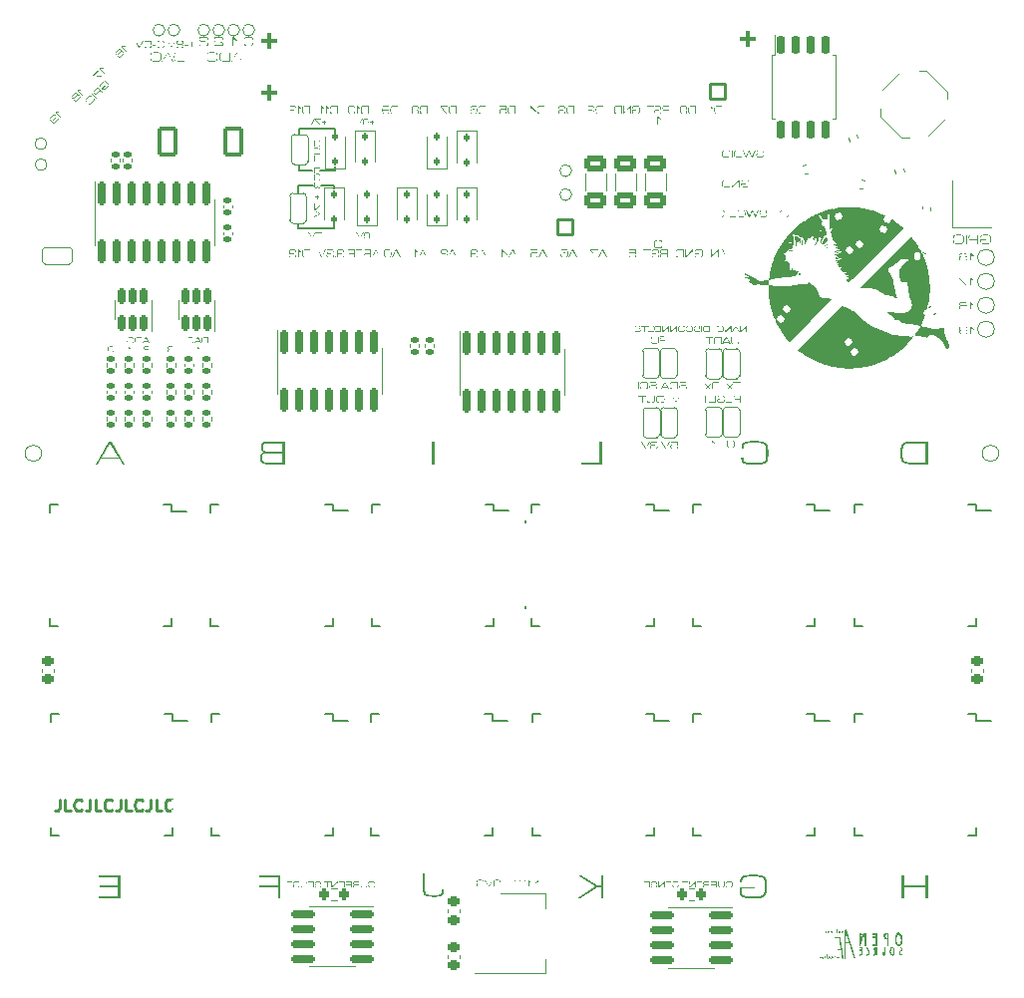
<source format=gbo>
%TF.GenerationSoftware,KiCad,Pcbnew,7.0.5-0*%
%TF.CreationDate,2023-06-16T23:12:02-07:00*%
%TF.ProjectId,Jumperless2,4a756d70-6572-46c6-9573-73322e6b6963,rev?*%
%TF.SameCoordinates,Original*%
%TF.FileFunction,Legend,Bot*%
%TF.FilePolarity,Positive*%
%FSLAX46Y46*%
G04 Gerber Fmt 4.6, Leading zero omitted, Abs format (unit mm)*
G04 Created by KiCad (PCBNEW 7.0.5-0) date 2023-06-16 23:12:02*
%MOMM*%
%LPD*%
G01*
G04 APERTURE LIST*
G04 Aperture macros list*
%AMRoundRect*
0 Rectangle with rounded corners*
0 $1 Rounding radius*
0 $2 $3 $4 $5 $6 $7 $8 $9 X,Y pos of 4 corners*
0 Add a 4 corners polygon primitive as box body*
4,1,4,$2,$3,$4,$5,$6,$7,$8,$9,$2,$3,0*
0 Add four circle primitives for the rounded corners*
1,1,$1+$1,$2,$3*
1,1,$1+$1,$4,$5*
1,1,$1+$1,$6,$7*
1,1,$1+$1,$8,$9*
0 Add four rect primitives between the rounded corners*
20,1,$1+$1,$2,$3,$4,$5,0*
20,1,$1+$1,$4,$5,$6,$7,0*
20,1,$1+$1,$6,$7,$8,$9,0*
20,1,$1+$1,$8,$9,$2,$3,0*%
%AMRotRect*
0 Rectangle, with rotation*
0 The origin of the aperture is its center*
0 $1 length*
0 $2 width*
0 $3 Rotation angle, in degrees counterclockwise*
0 Add horizontal line*
21,1,$1,$2,0,0,$3*%
%AMFreePoly0*
4,1,13,0.508000,-0.508000,0.000000,-0.508000,-0.097202,-0.488665,-0.179605,-0.433605,-0.234665,-0.351202,-0.254000,-0.254000,-0.254000,0.254000,-0.234665,0.351202,-0.179605,0.433605,-0.097202,0.488665,0.000000,0.508000,0.508000,0.508000,0.508000,-0.508000,0.508000,-0.508000,$1*%
G04 Aperture macros list end*
%ADD10C,0.000000*%
%ADD11C,0.150000*%
%ADD12C,0.120000*%
%ADD13C,0.250000*%
%ADD14C,0.114000*%
%ADD15C,0.125000*%
%ADD16C,0.300000*%
%ADD17C,0.012700*%
%ADD18C,0.800000*%
%ADD19RoundRect,0.525000X0.000000X0.318198X-0.318198X0.000000X0.000000X-0.318198X0.318198X0.000000X0*%
%ADD20O,1.500000X1.300000*%
%ADD21RoundRect,0.160000X0.640000X-0.640000X0.640000X0.640000X-0.640000X0.640000X-0.640000X-0.640000X0*%
%ADD22O,1.600000X1.600000*%
%ADD23C,0.900000*%
%ADD24C,1.400000*%
%ADD25RoundRect,0.455000X-0.195000X-0.195000X0.195000X-0.195000X0.195000X0.195000X-0.195000X0.195000X0*%
%ADD26O,1.300000X2.000000*%
%ADD27O,1.700000X1.000000*%
%ADD28RoundRect,0.160000X-0.640000X0.640000X-0.640000X-0.640000X0.640000X-0.640000X0.640000X0.640000X0*%
%ADD29RoundRect,0.140000X0.058955X-0.212189X0.219557X0.017173X-0.058955X0.212189X-0.219557X-0.017173X0*%
%ADD30C,2.000000*%
%ADD31C,1.000000*%
%ADD32RoundRect,0.250000X0.650000X-0.412500X0.650000X0.412500X-0.650000X0.412500X-0.650000X-0.412500X0*%
%ADD33RoundRect,0.135000X0.185000X-0.135000X0.185000X0.135000X-0.185000X0.135000X-0.185000X-0.135000X0*%
%ADD34C,0.863600*%
%ADD35RoundRect,0.112500X0.112500X-0.187500X0.112500X0.187500X-0.112500X0.187500X-0.112500X-0.187500X0*%
%ADD36RoundRect,0.135000X-0.185000X0.135000X-0.185000X-0.135000X0.185000X-0.135000X0.185000X0.135000X0*%
%ADD37R,1.200000X0.500000*%
%ADD38R,0.500000X1.200000*%
%ADD39RoundRect,0.200000X-0.200000X-0.275000X0.200000X-0.275000X0.200000X0.275000X-0.200000X0.275000X0*%
%ADD40FreePoly0,90.000000*%
%ADD41FreePoly0,270.000000*%
%ADD42RoundRect,0.170000X-0.680000X-1.130000X0.680000X-1.130000X0.680000X1.130000X-0.680000X1.130000X0*%
%ADD43RoundRect,0.140000X0.170000X-0.140000X0.170000X0.140000X-0.170000X0.140000X-0.170000X-0.140000X0*%
%ADD44RoundRect,0.140000X0.143107X-0.167393X0.191728X0.108353X-0.143107X0.167393X-0.191728X-0.108353X0*%
%ADD45RotRect,1.700000X1.000000X135.000000*%
%ADD46RoundRect,0.150000X0.150000X-0.512500X0.150000X0.512500X-0.150000X0.512500X-0.150000X-0.512500X0*%
%ADD47RoundRect,0.225000X-0.250000X0.225000X-0.250000X-0.225000X0.250000X-0.225000X0.250000X0.225000X0*%
%ADD48RoundRect,0.135000X-0.205632X0.100824X-0.158747X-0.165074X0.205632X-0.100824X0.158747X0.165074X0*%
%ADD49RoundRect,0.140000X-0.017173X-0.219557X0.212189X-0.058955X0.017173X0.219557X-0.212189X0.058955X0*%
%ADD50RoundRect,0.112500X-0.112500X0.187500X-0.112500X-0.187500X0.112500X-0.187500X0.112500X0.187500X0*%
%ADD51R,1.200000X1.400000*%
%ADD52RoundRect,0.150000X-0.150000X0.825000X-0.150000X-0.825000X0.150000X-0.825000X0.150000X0.825000X0*%
%ADD53RoundRect,0.140000X0.099887X0.196272X-0.173476X0.135669X-0.099887X-0.196272X0.173476X-0.135669X0*%
%ADD54FreePoly0,0.000000*%
%ADD55FreePoly0,180.000000*%
%ADD56RoundRect,0.150000X-0.150000X0.650000X-0.150000X-0.650000X0.150000X-0.650000X0.150000X0.650000X0*%
%ADD57RoundRect,0.140000X0.207631X-0.073414X0.111865X0.189700X-0.207631X0.073414X-0.111865X-0.189700X0*%
%ADD58RoundRect,0.135000X-0.157992X-0.165796X0.109698X-0.201038X0.157992X0.165796X-0.109698X0.201038X0*%
%ADD59RoundRect,0.150000X0.825000X0.150000X-0.825000X0.150000X-0.825000X-0.150000X0.825000X-0.150000X0*%
%ADD60RoundRect,0.140000X-0.068155X0.209416X-0.218598X-0.026734X0.068155X-0.209416X0.218598X0.026734X0*%
%ADD61RoundRect,0.135000X0.224720X-0.044167X0.110613X0.200536X-0.224720X0.044167X-0.110613X-0.200536X0*%
%ADD62RoundRect,0.140000X-0.217224X0.036244X-0.077224X-0.206244X0.217224X-0.036244X0.077224X0.206244X0*%
%ADD63R,2.000000X1.500000*%
%ADD64R,2.000000X3.800000*%
%ADD65RoundRect,0.135000X-0.171841X-0.151395X0.091759X-0.209834X0.171841X0.151395X-0.091759X0.209834X0*%
%ADD66RoundRect,0.140000X-0.111865X0.189700X-0.207631X-0.073414X0.111865X-0.189700X0.207631X0.073414X0*%
%ADD67RoundRect,0.250000X-0.650000X0.412500X-0.650000X-0.412500X0.650000X-0.412500X0.650000X0.412500X0*%
%ADD68RoundRect,0.140000X0.026734X0.218598X-0.209416X0.068155X-0.026734X-0.218598X0.209416X-0.068155X0*%
%ADD69RoundRect,0.225000X0.250000X-0.225000X0.250000X0.225000X-0.250000X0.225000X-0.250000X-0.225000X0*%
G04 APERTURE END LIST*
D10*
G36*
X103478998Y-182041180D02*
G01*
X103479442Y-182041204D01*
X103479886Y-182041243D01*
X103480327Y-182041298D01*
X103480767Y-182041368D01*
X103481204Y-182041454D01*
X103481637Y-182041554D01*
X103482067Y-182041670D01*
X103482493Y-182041801D01*
X103482913Y-182041946D01*
X103483329Y-182042106D01*
X103483738Y-182042281D01*
X103484141Y-182042470D01*
X103484537Y-182042673D01*
X103484925Y-182042890D01*
X103485306Y-182043122D01*
X103485678Y-182043367D01*
X103486040Y-182043626D01*
X103486393Y-182043899D01*
X103486736Y-182044185D01*
X103487068Y-182044485D01*
X103487388Y-182044798D01*
X103487697Y-182045124D01*
X103487994Y-182045463D01*
X103488277Y-182045815D01*
X103488547Y-182046180D01*
X103488803Y-182046558D01*
X103489045Y-182046948D01*
X103489271Y-182047350D01*
X103489482Y-182047765D01*
X103489677Y-182048192D01*
X103489855Y-182048631D01*
X103490383Y-182049701D01*
X103490866Y-182050791D01*
X103491307Y-182051899D01*
X103491709Y-182053025D01*
X103492076Y-182054166D01*
X103492410Y-182055323D01*
X103492714Y-182056492D01*
X103492991Y-182057673D01*
X103493477Y-182060066D01*
X103493892Y-182062490D01*
X103494602Y-182067393D01*
X103495774Y-182087094D01*
X103496207Y-182096963D01*
X103496523Y-182106837D01*
X103496712Y-182116711D01*
X103496763Y-182126580D01*
X103496666Y-182136438D01*
X103496410Y-182146281D01*
X103486012Y-182270377D01*
X103485139Y-182279154D01*
X103484069Y-182287867D01*
X103482841Y-182296538D01*
X103481491Y-182305187D01*
X103475614Y-182339998D01*
X103475383Y-182341727D01*
X103475114Y-182343442D01*
X103474803Y-182345142D01*
X103474449Y-182346828D01*
X103474050Y-182348501D01*
X103473604Y-182350161D01*
X103473109Y-182351810D01*
X103472563Y-182353447D01*
X103471964Y-182355073D01*
X103471310Y-182356690D01*
X103470599Y-182358297D01*
X103469829Y-182359896D01*
X103468998Y-182361487D01*
X103468104Y-182363070D01*
X103467146Y-182364647D01*
X103466120Y-182366218D01*
X103466121Y-182366218D01*
X103464289Y-182368775D01*
X103462354Y-182371108D01*
X103460321Y-182373220D01*
X103458192Y-182375115D01*
X103455972Y-182376797D01*
X103453665Y-182378269D01*
X103451273Y-182379536D01*
X103448801Y-182380600D01*
X103446252Y-182381466D01*
X103443630Y-182382136D01*
X103440938Y-182382615D01*
X103438181Y-182382906D01*
X103435361Y-182383014D01*
X103432482Y-182382940D01*
X103429549Y-182382690D01*
X103426564Y-182382267D01*
X103423398Y-182381881D01*
X103420266Y-182381393D01*
X103417180Y-182380790D01*
X103414153Y-182380060D01*
X103411198Y-182379191D01*
X103408326Y-182378171D01*
X103406926Y-182377600D01*
X103405552Y-182376987D01*
X103404205Y-182376330D01*
X103402886Y-182375627D01*
X103401599Y-182374878D01*
X103400343Y-182374079D01*
X103399121Y-182373231D01*
X103397934Y-182372331D01*
X103396784Y-182371379D01*
X103395672Y-182370371D01*
X103394600Y-182369307D01*
X103393569Y-182368185D01*
X103392582Y-182367005D01*
X103391639Y-182365763D01*
X103390742Y-182364459D01*
X103389893Y-182363091D01*
X103389094Y-182361658D01*
X103388345Y-182360158D01*
X103387649Y-182358589D01*
X103387007Y-182356951D01*
X103385199Y-182351300D01*
X103385210Y-182350054D01*
X103385249Y-182348859D01*
X103385319Y-182347713D01*
X103385428Y-182346613D01*
X103385581Y-182345556D01*
X103385783Y-182344541D01*
X103386040Y-182343565D01*
X103386190Y-182343091D01*
X103386357Y-182342625D01*
X103386540Y-182342169D01*
X103386741Y-182341720D01*
X103386959Y-182341280D01*
X103387196Y-182340847D01*
X103387453Y-182340422D01*
X103387729Y-182340004D01*
X103388027Y-182339593D01*
X103388345Y-182339189D01*
X103388686Y-182338791D01*
X103389050Y-182338398D01*
X103389438Y-182338012D01*
X103389849Y-182337631D01*
X103390286Y-182337255D01*
X103390749Y-182336884D01*
X103391238Y-182336517D01*
X103391754Y-182336155D01*
X103392281Y-182335811D01*
X103392803Y-182335500D01*
X103393320Y-182335221D01*
X103393832Y-182334973D01*
X103394340Y-182334757D01*
X103394843Y-182334571D01*
X103395342Y-182334416D01*
X103395836Y-182334290D01*
X103396327Y-182334193D01*
X103396814Y-182334125D01*
X103397297Y-182334085D01*
X103397777Y-182334073D01*
X103398254Y-182334088D01*
X103398727Y-182334129D01*
X103399197Y-182334197D01*
X103399665Y-182334290D01*
X103400130Y-182334408D01*
X103400592Y-182334552D01*
X103401052Y-182334719D01*
X103401510Y-182334910D01*
X103401966Y-182335124D01*
X103402421Y-182335361D01*
X103402873Y-182335620D01*
X103403324Y-182335901D01*
X103404222Y-182336525D01*
X103405116Y-182337230D01*
X103406008Y-182338012D01*
X103406898Y-182338867D01*
X103407108Y-182339087D01*
X103407314Y-182339320D01*
X103407518Y-182339564D01*
X103407721Y-182339817D01*
X103408134Y-182340341D01*
X103408566Y-182340873D01*
X103408792Y-182341137D01*
X103409029Y-182341395D01*
X103409276Y-182341646D01*
X103409537Y-182341887D01*
X103409812Y-182342116D01*
X103409956Y-182342226D01*
X103410103Y-182342332D01*
X103410256Y-182342433D01*
X103410413Y-182342530D01*
X103410574Y-182342623D01*
X103410741Y-182342710D01*
X103411713Y-182343484D01*
X103412677Y-182344196D01*
X103413632Y-182344845D01*
X103414579Y-182345432D01*
X103415516Y-182345957D01*
X103416442Y-182346418D01*
X103417358Y-182346817D01*
X103418260Y-182347153D01*
X103419151Y-182347426D01*
X103420027Y-182347636D01*
X103420889Y-182347784D01*
X103421735Y-182347867D01*
X103422566Y-182347888D01*
X103423380Y-182347845D01*
X103424176Y-182347739D01*
X103424953Y-182347570D01*
X103425712Y-182347337D01*
X103426450Y-182347040D01*
X103427168Y-182346679D01*
X103427864Y-182346255D01*
X103428538Y-182345767D01*
X103429188Y-182345215D01*
X103429815Y-182344598D01*
X103430417Y-182343918D01*
X103430994Y-182343173D01*
X103431544Y-182342364D01*
X103432067Y-182341491D01*
X103432562Y-182340553D01*
X103433029Y-182339550D01*
X103433466Y-182338483D01*
X103433873Y-182337352D01*
X103434249Y-182336155D01*
X103436291Y-182326845D01*
X103437277Y-182322089D01*
X103438205Y-182317280D01*
X103439048Y-182312429D01*
X103439780Y-182307547D01*
X103440374Y-182302643D01*
X103440804Y-182297728D01*
X103446582Y-182247003D01*
X103451428Y-182196236D01*
X103455426Y-182145469D01*
X103458661Y-182094744D01*
X103459051Y-182090465D01*
X103459530Y-182086112D01*
X103460084Y-182081695D01*
X103460696Y-182077225D01*
X103463408Y-182059029D01*
X103463759Y-182057590D01*
X103464136Y-182056165D01*
X103464545Y-182054766D01*
X103464990Y-182053406D01*
X103465229Y-182052746D01*
X103465479Y-182052100D01*
X103465740Y-182051471D01*
X103466015Y-182050860D01*
X103466302Y-182050269D01*
X103466604Y-182049699D01*
X103466920Y-182049153D01*
X103467251Y-182048631D01*
X103467429Y-182048192D01*
X103467624Y-182047765D01*
X103467835Y-182047350D01*
X103468061Y-182046948D01*
X103468303Y-182046558D01*
X103468559Y-182046180D01*
X103469112Y-182045463D01*
X103469717Y-182044798D01*
X103470370Y-182044185D01*
X103471065Y-182043626D01*
X103471800Y-182043122D01*
X103472569Y-182042673D01*
X103473368Y-182042281D01*
X103474192Y-182041946D01*
X103475039Y-182041670D01*
X103475902Y-182041454D01*
X103476779Y-182041298D01*
X103477664Y-182041204D01*
X103478553Y-182041172D01*
X103478998Y-182041180D01*
G37*
G36*
X103364897Y-182664539D02*
G01*
X103419613Y-182665072D01*
X103463902Y-182665987D01*
X103497766Y-182667304D01*
X103710018Y-182667304D01*
X103712887Y-182667365D01*
X103715730Y-182667548D01*
X103718546Y-182667854D01*
X103721338Y-182668282D01*
X103724104Y-182668834D01*
X103726845Y-182669509D01*
X103729562Y-182670308D01*
X103732255Y-182671232D01*
X103734924Y-182672279D01*
X103737569Y-182673452D01*
X103740191Y-182674749D01*
X103742790Y-182676173D01*
X103745367Y-182677722D01*
X103747922Y-182679397D01*
X103750455Y-182681199D01*
X103752966Y-182683127D01*
X103755411Y-182685145D01*
X103757744Y-182687217D01*
X103759967Y-182689341D01*
X103762078Y-182691519D01*
X103764078Y-182693749D01*
X103765966Y-182696032D01*
X103767744Y-182698369D01*
X103769410Y-182700758D01*
X103770965Y-182703200D01*
X103772409Y-182705696D01*
X103773741Y-182708244D01*
X103774962Y-182710845D01*
X103776072Y-182713499D01*
X103777071Y-182716207D01*
X103777958Y-182718967D01*
X103778734Y-182721780D01*
X103778734Y-182736020D01*
X103873445Y-183427478D01*
X103876189Y-183439504D01*
X103878658Y-183451170D01*
X103880852Y-183462476D01*
X103882769Y-183473421D01*
X103884412Y-183484006D01*
X103885779Y-183494231D01*
X103886870Y-183504095D01*
X103887686Y-183513600D01*
X103919943Y-183743529D01*
X103947897Y-183951186D01*
X103971572Y-184136592D01*
X103990987Y-184299768D01*
X103991378Y-184305690D01*
X103992039Y-184312769D01*
X103992965Y-184320998D01*
X103994151Y-184330369D01*
X103995591Y-184340873D01*
X103997281Y-184352503D01*
X104001385Y-184379109D01*
X104003193Y-184379109D01*
X104004807Y-184390732D01*
X104006273Y-184401911D01*
X104007611Y-184412707D01*
X104008844Y-184423187D01*
X104011557Y-184438444D01*
X104014269Y-184454380D01*
X104012235Y-184454380D01*
X104013252Y-184465032D01*
X104014269Y-184475176D01*
X104014269Y-184480827D01*
X104014214Y-184483306D01*
X104014047Y-184485743D01*
X104013768Y-184488136D01*
X104013379Y-184490486D01*
X104012878Y-184492793D01*
X104012266Y-184495055D01*
X104011543Y-184497273D01*
X104010709Y-184499447D01*
X104009763Y-184501575D01*
X104008706Y-184503658D01*
X104007538Y-184505695D01*
X104006259Y-184507687D01*
X104004868Y-184509632D01*
X104003366Y-184511530D01*
X104001753Y-184513381D01*
X104000028Y-184515185D01*
X103998225Y-184516909D01*
X103996373Y-184518523D01*
X103994475Y-184520024D01*
X103992530Y-184521415D01*
X103990539Y-184522695D01*
X103988502Y-184523863D01*
X103986419Y-184524920D01*
X103984290Y-184525865D01*
X103982117Y-184526700D01*
X103979899Y-184527423D01*
X103977636Y-184528035D01*
X103975330Y-184528535D01*
X103972980Y-184528925D01*
X103970586Y-184529203D01*
X103968150Y-184529370D01*
X103965670Y-184529425D01*
X103960019Y-184529425D01*
X103957161Y-184529364D01*
X103954350Y-184529181D01*
X103951586Y-184528876D01*
X103948869Y-184528447D01*
X103946198Y-184527895D01*
X103943573Y-184527220D01*
X103940994Y-184526421D01*
X103938461Y-184525498D01*
X103935972Y-184524450D01*
X103933528Y-184523278D01*
X103931128Y-184521980D01*
X103928773Y-184520557D01*
X103926461Y-184519008D01*
X103924192Y-184517333D01*
X103921967Y-184515531D01*
X103919784Y-184513603D01*
X103917668Y-184511621D01*
X103915641Y-184509578D01*
X103913705Y-184507472D01*
X103911858Y-184505306D01*
X103910102Y-184503081D01*
X103908436Y-184500796D01*
X103906860Y-184498455D01*
X103905374Y-184496056D01*
X103903978Y-184493602D01*
X103902672Y-184491093D01*
X103901456Y-184488531D01*
X103900330Y-184485916D01*
X103899294Y-184483250D01*
X103898349Y-184480532D01*
X103897493Y-184477765D01*
X103896728Y-184474950D01*
X103896728Y-184469299D01*
X103890964Y-184425277D01*
X103884522Y-184378883D01*
X103886556Y-184378883D01*
X103879096Y-184336839D01*
X103847451Y-184098592D01*
X103830272Y-183960934D01*
X103815806Y-183831865D01*
X103731390Y-183829530D01*
X103661618Y-183828276D01*
X103606552Y-183828082D01*
X103566257Y-183828926D01*
X103563383Y-183828855D01*
X103560524Y-183828639D01*
X103557679Y-183828280D01*
X103554849Y-183827775D01*
X103552032Y-183827124D01*
X103549227Y-183826328D01*
X103546434Y-183825384D01*
X103543653Y-183824292D01*
X103540882Y-183823053D01*
X103538121Y-183821664D01*
X103535369Y-183820125D01*
X103532626Y-183818436D01*
X103529891Y-183816597D01*
X103527163Y-183814605D01*
X103524442Y-183812461D01*
X103521727Y-183810165D01*
X103519128Y-183807818D01*
X103516673Y-183805439D01*
X103514360Y-183803027D01*
X103512191Y-183800583D01*
X103510164Y-183798105D01*
X103508281Y-183795594D01*
X103506541Y-183793050D01*
X103504943Y-183790471D01*
X103503489Y-183787858D01*
X103502178Y-183785210D01*
X103501010Y-183782527D01*
X103499985Y-183779808D01*
X103499103Y-183777054D01*
X103498364Y-183774264D01*
X103497768Y-183771437D01*
X103497315Y-183768573D01*
X103497315Y-183759984D01*
X103497365Y-183757142D01*
X103497516Y-183754379D01*
X103497768Y-183751695D01*
X103498120Y-183749092D01*
X103498573Y-183746567D01*
X103499127Y-183744122D01*
X103499781Y-183741757D01*
X103500536Y-183739471D01*
X103501391Y-183737264D01*
X103502348Y-183735137D01*
X103503405Y-183733089D01*
X103504562Y-183731121D01*
X103505820Y-183729233D01*
X103507179Y-183727423D01*
X103508639Y-183725694D01*
X103510199Y-183724043D01*
X103511849Y-183722483D01*
X103513579Y-183721024D01*
X103515388Y-183719665D01*
X103517277Y-183718407D01*
X103519245Y-183717249D01*
X103521293Y-183716192D01*
X103523420Y-183715236D01*
X103525626Y-183714380D01*
X103527912Y-183713625D01*
X103530278Y-183712971D01*
X103532723Y-183712417D01*
X103535247Y-183711964D01*
X103537851Y-183711612D01*
X103540534Y-183711360D01*
X103543297Y-183711209D01*
X103546139Y-183711159D01*
X103551861Y-183710514D01*
X103559024Y-183709937D01*
X103567627Y-183709435D01*
X103577672Y-183709012D01*
X103589158Y-183708674D01*
X103602084Y-183708426D01*
X103616452Y-183708273D01*
X103632261Y-183708221D01*
X103655617Y-183708595D01*
X103691116Y-183709690D01*
X103738779Y-183711463D01*
X103798627Y-183713872D01*
X103769919Y-183512922D01*
X103769853Y-183510917D01*
X103769654Y-183508461D01*
X103768856Y-183502199D01*
X103767523Y-183494136D01*
X103765653Y-183484271D01*
X103763242Y-183472605D01*
X103760288Y-183459138D01*
X103756788Y-183443870D01*
X103752740Y-183426800D01*
X103727092Y-183241592D01*
X103704707Y-183073188D01*
X103685543Y-182921610D01*
X103669558Y-182786880D01*
X103617381Y-182786707D01*
X103572727Y-182786173D01*
X103535576Y-182785259D01*
X103505904Y-182783941D01*
X103472588Y-182782719D01*
X103429926Y-182781794D01*
X103377898Y-182781207D01*
X103316482Y-182781003D01*
X103313543Y-182781003D01*
X103310680Y-182780931D01*
X103307853Y-182780716D01*
X103305063Y-182780356D01*
X103302309Y-182779851D01*
X103299590Y-182779201D01*
X103296907Y-182778404D01*
X103294259Y-182777460D01*
X103291646Y-182776369D01*
X103289067Y-182775129D01*
X103286523Y-182773740D01*
X103284012Y-182772202D01*
X103281534Y-182770513D01*
X103279090Y-182768673D01*
X103276678Y-182766682D01*
X103274299Y-182764538D01*
X103271952Y-182762241D01*
X103269682Y-182759905D01*
X103267534Y-182757558D01*
X103265509Y-182755200D01*
X103263607Y-182752832D01*
X103261827Y-182750454D01*
X103260171Y-182748064D01*
X103258639Y-182745664D01*
X103257232Y-182743254D01*
X103255948Y-182740833D01*
X103254790Y-182738401D01*
X103253756Y-182735959D01*
X103252848Y-182733506D01*
X103252066Y-182731042D01*
X103251410Y-182728568D01*
X103250881Y-182726084D01*
X103250478Y-182723588D01*
X103250478Y-182714999D01*
X103250528Y-182712519D01*
X103250679Y-182710083D01*
X103250931Y-182707689D01*
X103251283Y-182705339D01*
X103251736Y-182703033D01*
X103252290Y-182700770D01*
X103252944Y-182698552D01*
X103253699Y-182696379D01*
X103254555Y-182694250D01*
X103255511Y-182692167D01*
X103256568Y-182690130D01*
X103257726Y-182688139D01*
X103258984Y-182686194D01*
X103260343Y-182684296D01*
X103261803Y-182682444D01*
X103263363Y-182680641D01*
X103263814Y-182681545D01*
X103265464Y-182679807D01*
X103267194Y-182678155D01*
X103269003Y-182676589D01*
X103270892Y-182675110D01*
X103272860Y-182673718D01*
X103274908Y-182672414D01*
X103277035Y-182671199D01*
X103279241Y-182670073D01*
X103281527Y-182669038D01*
X103283893Y-182668093D01*
X103286338Y-182667239D01*
X103288862Y-182666478D01*
X103291466Y-182665809D01*
X103294150Y-182665234D01*
X103296912Y-182664752D01*
X103299755Y-182664366D01*
X103364897Y-182664539D01*
G37*
G36*
X108382501Y-183968167D02*
G01*
X108382081Y-183980861D01*
X108380754Y-183997329D01*
X108378417Y-184016937D01*
X108374968Y-184039052D01*
X108370304Y-184063040D01*
X108364323Y-184088266D01*
X108356923Y-184114098D01*
X108348002Y-184139901D01*
X108337457Y-184165043D01*
X108331543Y-184177167D01*
X108325185Y-184188888D01*
X108318370Y-184200126D01*
X108311086Y-184210803D01*
X108303318Y-184220839D01*
X108295055Y-184230155D01*
X108286284Y-184238672D01*
X108276992Y-184246310D01*
X108267166Y-184252990D01*
X108256793Y-184258634D01*
X108245861Y-184263161D01*
X108234357Y-184266493D01*
X108222267Y-184268550D01*
X108209580Y-184269253D01*
X108209580Y-184269705D01*
X108190345Y-184269132D01*
X108172041Y-184267441D01*
X108154647Y-184264679D01*
X108138143Y-184260892D01*
X108122506Y-184256127D01*
X108107717Y-184250428D01*
X108093754Y-184243841D01*
X108080596Y-184236414D01*
X108068222Y-184228191D01*
X108056611Y-184219219D01*
X108045742Y-184209543D01*
X108035594Y-184199210D01*
X108026147Y-184188265D01*
X108017378Y-184176755D01*
X108009267Y-184164725D01*
X108001793Y-184152221D01*
X107994934Y-184139289D01*
X107988671Y-184125976D01*
X107977845Y-184098387D01*
X107969145Y-184069822D01*
X107962405Y-184040649D01*
X107957455Y-184011234D01*
X107954128Y-183981946D01*
X107952255Y-183953152D01*
X107951668Y-183925220D01*
X107951909Y-183911431D01*
X108046831Y-183911431D01*
X108047118Y-183936095D01*
X108048283Y-183960958D01*
X108049335Y-183973480D01*
X108050776Y-183986071D01*
X108052664Y-183998736D01*
X108055053Y-184011482D01*
X108058002Y-184024316D01*
X108061566Y-184037243D01*
X108065802Y-184050271D01*
X108070767Y-184063404D01*
X108076517Y-184076650D01*
X108083109Y-184090016D01*
X108090600Y-184103506D01*
X108099046Y-184117128D01*
X108102671Y-184122491D01*
X108106734Y-184127869D01*
X108111194Y-184133211D01*
X108116006Y-184138467D01*
X108121129Y-184143589D01*
X108126518Y-184148525D01*
X108132131Y-184153227D01*
X108137925Y-184157646D01*
X108143857Y-184161730D01*
X108149883Y-184165431D01*
X108155961Y-184168698D01*
X108162048Y-184171483D01*
X108168100Y-184173736D01*
X108171100Y-184174647D01*
X108174075Y-184175407D01*
X108177020Y-184176008D01*
X108179929Y-184176445D01*
X108182798Y-184176712D01*
X108185620Y-184176802D01*
X108194558Y-184176139D01*
X108202946Y-184174204D01*
X108210802Y-184171080D01*
X108218144Y-184166847D01*
X108224988Y-184161588D01*
X108231353Y-184155385D01*
X108237255Y-184148320D01*
X108242713Y-184140474D01*
X108247743Y-184131929D01*
X108252363Y-184122767D01*
X108256590Y-184113071D01*
X108260442Y-184102922D01*
X108267091Y-184081591D01*
X108272448Y-184059431D01*
X108276652Y-184037096D01*
X108279844Y-184015241D01*
X108282162Y-183994521D01*
X108283746Y-183975591D01*
X108285270Y-183945721D01*
X108285530Y-183930870D01*
X108285007Y-183918149D01*
X108283444Y-183901136D01*
X108280850Y-183880539D01*
X108277233Y-183857061D01*
X108272604Y-183831409D01*
X108266970Y-183804287D01*
X108260341Y-183776401D01*
X108252726Y-183748456D01*
X108244133Y-183721157D01*
X108234571Y-183695210D01*
X108224050Y-183671320D01*
X108218433Y-183660367D01*
X108212579Y-183650192D01*
X108206489Y-183640884D01*
X108200165Y-183632531D01*
X108193608Y-183625222D01*
X108186819Y-183619043D01*
X108179799Y-183614084D01*
X108172550Y-183610433D01*
X108165071Y-183608178D01*
X108157365Y-183607407D01*
X108155120Y-183607518D01*
X108152878Y-183607844D01*
X108150641Y-183608374D01*
X108148413Y-183609097D01*
X108146194Y-183610000D01*
X108143987Y-183611072D01*
X108141794Y-183612302D01*
X108139617Y-183613679D01*
X108137458Y-183615191D01*
X108135320Y-183616827D01*
X108131113Y-183620423D01*
X108127012Y-183624378D01*
X108123035Y-183628598D01*
X108119198Y-183632993D01*
X108115519Y-183637472D01*
X108108699Y-183646314D01*
X108102711Y-183654393D01*
X108097690Y-183660978D01*
X108097464Y-183660978D01*
X108093918Y-183665720D01*
X108090526Y-183670980D01*
X108084191Y-183682930D01*
X108078438Y-183696572D01*
X108073246Y-183711650D01*
X108068593Y-183727908D01*
X108064457Y-183745090D01*
X108060818Y-183762941D01*
X108057653Y-183781203D01*
X108054940Y-183799622D01*
X108052660Y-183817942D01*
X108049307Y-183853257D01*
X108047421Y-183885103D01*
X108046831Y-183911431D01*
X107951909Y-183911431D01*
X107952323Y-183887689D01*
X107954405Y-183850065D01*
X107956037Y-183831235D01*
X107958093Y-183812404D01*
X107960594Y-183793577D01*
X107963563Y-183774761D01*
X107967023Y-183755965D01*
X107970994Y-183737193D01*
X107975500Y-183718454D01*
X107980562Y-183699755D01*
X107986204Y-183681102D01*
X107992446Y-183662502D01*
X107999311Y-183643962D01*
X108006822Y-183625490D01*
X108010909Y-183617136D01*
X108015837Y-183608354D01*
X108021540Y-183599278D01*
X108027953Y-183590040D01*
X108035012Y-183580775D01*
X108042650Y-183571615D01*
X108050802Y-183562694D01*
X108059405Y-183554146D01*
X108068391Y-183546104D01*
X108077696Y-183538701D01*
X108087254Y-183532070D01*
X108092108Y-183529087D01*
X108097001Y-183526346D01*
X108101925Y-183523866D01*
X108106872Y-183521662D01*
X108111833Y-183519752D01*
X108116800Y-183518151D01*
X108121765Y-183516877D01*
X108126721Y-183515947D01*
X108131658Y-183515376D01*
X108136569Y-183515182D01*
X108148588Y-183515575D01*
X108160317Y-183516737D01*
X108171753Y-183518640D01*
X108182894Y-183521260D01*
X108193739Y-183524570D01*
X108204286Y-183528543D01*
X108214533Y-183533154D01*
X108224478Y-183538376D01*
X108234118Y-183544183D01*
X108243453Y-183550549D01*
X108252480Y-183557448D01*
X108261198Y-183564853D01*
X108269604Y-183572739D01*
X108277696Y-183581078D01*
X108292933Y-183599015D01*
X108306892Y-183618453D01*
X108319560Y-183639184D01*
X108330921Y-183660998D01*
X108340959Y-183683685D01*
X108349660Y-183707035D01*
X108357007Y-183730839D01*
X108362987Y-183754888D01*
X108367582Y-183778971D01*
X108369067Y-183790293D01*
X108371153Y-183803596D01*
X108376144Y-183832204D01*
X108380583Y-183856913D01*
X108381981Y-183865342D01*
X108382501Y-183869840D01*
X108382501Y-183930870D01*
X108382501Y-183968167D01*
G37*
G36*
X100079796Y-123140174D02*
G01*
X100082187Y-123140700D01*
X100084391Y-123141486D01*
X100086419Y-123142532D01*
X100088279Y-123143836D01*
X100089982Y-123145397D01*
X100090354Y-123145760D01*
X100090769Y-123146126D01*
X100091222Y-123146492D01*
X100091710Y-123146856D01*
X100092227Y-123147217D01*
X100092769Y-123147570D01*
X100093332Y-123147914D01*
X100093911Y-123148245D01*
X100094503Y-123148563D01*
X100095101Y-123148864D01*
X100095703Y-123149145D01*
X100096304Y-123149404D01*
X100096899Y-123149638D01*
X100097484Y-123149846D01*
X100098054Y-123150024D01*
X100098605Y-123150170D01*
X100099139Y-123150313D01*
X100099658Y-123150479D01*
X100100159Y-123150665D01*
X100100639Y-123150870D01*
X100101097Y-123151091D01*
X100101529Y-123151328D01*
X100101933Y-123151577D01*
X100102305Y-123151838D01*
X100102644Y-123152107D01*
X100102946Y-123152383D01*
X100103209Y-123152664D01*
X100103431Y-123152949D01*
X100103607Y-123153234D01*
X100103678Y-123153377D01*
X100103737Y-123153519D01*
X100103783Y-123153661D01*
X100103817Y-123153801D01*
X100103837Y-123153941D01*
X100103844Y-123154079D01*
X100103851Y-123154220D01*
X100103873Y-123154372D01*
X100103908Y-123154534D01*
X100103957Y-123154706D01*
X100104095Y-123155075D01*
X100104283Y-123155476D01*
X100104518Y-123155905D01*
X100104797Y-123156358D01*
X100105118Y-123156833D01*
X100105477Y-123157324D01*
X100105873Y-123157828D01*
X100106301Y-123158341D01*
X100106759Y-123158861D01*
X100107245Y-123159381D01*
X100107755Y-123159900D01*
X100108287Y-123160413D01*
X100108837Y-123160917D01*
X100109403Y-123161407D01*
X100110144Y-123162056D01*
X100110834Y-123162712D01*
X100111475Y-123163381D01*
X100112069Y-123164066D01*
X100112619Y-123164772D01*
X100113126Y-123165503D01*
X100113592Y-123166263D01*
X100114020Y-123167057D01*
X100114412Y-123167888D01*
X100114770Y-123168760D01*
X100115095Y-123169678D01*
X100115391Y-123170646D01*
X100115658Y-123171668D01*
X100115900Y-123172749D01*
X100116119Y-123173891D01*
X100116315Y-123175101D01*
X100116462Y-123176008D01*
X100116618Y-123176868D01*
X100116781Y-123177676D01*
X100116951Y-123178429D01*
X100117126Y-123179124D01*
X100117305Y-123179758D01*
X100117486Y-123180326D01*
X100117669Y-123180825D01*
X100117851Y-123181252D01*
X100118033Y-123181603D01*
X100118211Y-123181875D01*
X100118386Y-123182064D01*
X100118472Y-123182126D01*
X100118556Y-123182167D01*
X100118639Y-123182185D01*
X100118719Y-123182180D01*
X100118798Y-123182152D01*
X100118875Y-123182100D01*
X100118950Y-123182024D01*
X100119022Y-123181923D01*
X100119119Y-123181772D01*
X100119219Y-123181631D01*
X100119324Y-123181500D01*
X100119432Y-123181379D01*
X100119544Y-123181267D01*
X100119661Y-123181165D01*
X100119782Y-123181073D01*
X100119909Y-123180990D01*
X100120041Y-123180917D01*
X100120179Y-123180854D01*
X100120323Y-123180801D01*
X100120473Y-123180758D01*
X100120629Y-123180724D01*
X100120792Y-123180700D01*
X100120963Y-123180686D01*
X100121141Y-123180681D01*
X100121327Y-123180687D01*
X100121520Y-123180702D01*
X100121722Y-123180727D01*
X100121933Y-123180761D01*
X100122152Y-123180806D01*
X100122380Y-123180860D01*
X100122618Y-123180924D01*
X100122866Y-123180998D01*
X100123124Y-123181082D01*
X100123392Y-123181175D01*
X100123670Y-123181278D01*
X100123960Y-123181391D01*
X100124573Y-123181647D01*
X100125233Y-123181942D01*
X100130087Y-123184154D01*
X100126487Y-123187754D01*
X100126121Y-123188135D01*
X100125765Y-123188546D01*
X100125420Y-123188981D01*
X100125090Y-123189437D01*
X100124776Y-123189911D01*
X100124479Y-123190397D01*
X100124201Y-123190894D01*
X100123945Y-123191396D01*
X100123713Y-123191899D01*
X100123505Y-123192401D01*
X100123324Y-123192896D01*
X100123172Y-123193382D01*
X100123050Y-123193853D01*
X100122961Y-123194307D01*
X100122906Y-123194740D01*
X100122888Y-123195147D01*
X100122873Y-123195539D01*
X100122830Y-123195920D01*
X100122759Y-123196287D01*
X100122663Y-123196638D01*
X100122543Y-123196971D01*
X100122399Y-123197285D01*
X100122235Y-123197578D01*
X100122051Y-123197848D01*
X100121848Y-123198093D01*
X100121740Y-123198205D01*
X100121628Y-123198311D01*
X100121513Y-123198409D01*
X100121393Y-123198500D01*
X100121270Y-123198584D01*
X100121144Y-123198660D01*
X100121014Y-123198727D01*
X100120882Y-123198787D01*
X100120747Y-123198837D01*
X100120609Y-123198880D01*
X100120469Y-123198913D01*
X100120326Y-123198937D01*
X100120182Y-123198951D01*
X100120035Y-123198956D01*
X100119431Y-123198962D01*
X100118906Y-123198984D01*
X100118672Y-123199005D01*
X100118458Y-123199032D01*
X100118263Y-123199067D01*
X100118088Y-123199112D01*
X100117932Y-123199167D01*
X100117794Y-123199233D01*
X100117676Y-123199311D01*
X100117577Y-123199403D01*
X100117496Y-123199508D01*
X100117434Y-123199629D01*
X100117390Y-123199766D01*
X100117365Y-123199920D01*
X100117358Y-123200093D01*
X100117370Y-123200284D01*
X100117400Y-123200496D01*
X100117448Y-123200728D01*
X100117513Y-123200983D01*
X100117597Y-123201261D01*
X100117698Y-123201563D01*
X100117817Y-123201891D01*
X100118108Y-123202625D01*
X100118469Y-123203471D01*
X100118898Y-123204438D01*
X100119395Y-123205534D01*
X100119659Y-123206095D01*
X100119921Y-123206621D01*
X100120181Y-123207111D01*
X100120438Y-123207565D01*
X100120692Y-123207983D01*
X100120943Y-123208365D01*
X100121189Y-123208710D01*
X100121431Y-123209020D01*
X100121668Y-123209294D01*
X100121900Y-123209531D01*
X100122127Y-123209733D01*
X100122347Y-123209899D01*
X100122560Y-123210028D01*
X100122767Y-123210121D01*
X100122966Y-123210179D01*
X100123158Y-123210200D01*
X100123341Y-123210185D01*
X100123515Y-123210134D01*
X100123680Y-123210047D01*
X100123836Y-123209923D01*
X100123982Y-123209764D01*
X100124117Y-123209568D01*
X100124242Y-123209337D01*
X100124355Y-123209069D01*
X100124456Y-123208765D01*
X100124546Y-123208425D01*
X100124622Y-123208048D01*
X100124686Y-123207636D01*
X100124736Y-123207187D01*
X100124773Y-123206702D01*
X100124795Y-123206181D01*
X100124803Y-123205623D01*
X100124817Y-123205016D01*
X100124861Y-123204452D01*
X100124931Y-123203930D01*
X100125026Y-123203451D01*
X100125145Y-123203015D01*
X100125286Y-123202620D01*
X100125447Y-123202267D01*
X100125628Y-123201956D01*
X100125825Y-123201687D01*
X100126038Y-123201458D01*
X100126265Y-123201271D01*
X100126505Y-123201125D01*
X100126756Y-123201019D01*
X100127015Y-123200954D01*
X100127283Y-123200929D01*
X100127556Y-123200944D01*
X100127834Y-123200999D01*
X100128114Y-123201093D01*
X100128396Y-123201228D01*
X100128678Y-123201401D01*
X100128957Y-123201613D01*
X100129233Y-123201864D01*
X100129504Y-123202154D01*
X100129768Y-123202482D01*
X100130024Y-123202849D01*
X100130269Y-123203253D01*
X100130503Y-123203695D01*
X100130724Y-123204175D01*
X100130930Y-123204693D01*
X100131120Y-123205247D01*
X100131292Y-123205838D01*
X100131444Y-123206467D01*
X100131602Y-123207082D01*
X100131821Y-123207766D01*
X100132097Y-123208511D01*
X100132427Y-123209310D01*
X100132807Y-123210156D01*
X100133232Y-123211042D01*
X100133698Y-123211960D01*
X100134203Y-123212904D01*
X100134740Y-123213866D01*
X100135308Y-123214839D01*
X100135901Y-123215816D01*
X100136516Y-123216790D01*
X100137149Y-123217753D01*
X100137795Y-123218698D01*
X100138451Y-123219619D01*
X100139113Y-123220507D01*
X100145551Y-123228939D01*
X100150411Y-123228007D01*
X100150941Y-123227917D01*
X100151441Y-123227852D01*
X100151910Y-123227811D01*
X100152349Y-123227794D01*
X100152757Y-123227800D01*
X100153133Y-123227828D01*
X100153479Y-123227877D01*
X100153794Y-123227946D01*
X100154077Y-123228034D01*
X100154328Y-123228140D01*
X100154547Y-123228264D01*
X100154734Y-123228403D01*
X100154889Y-123228559D01*
X100155012Y-123228729D01*
X100155102Y-123228912D01*
X100155159Y-123229109D01*
X100155183Y-123229317D01*
X100155174Y-123229536D01*
X100155131Y-123229765D01*
X100155056Y-123230003D01*
X100154946Y-123230249D01*
X100154802Y-123230503D01*
X100154624Y-123230763D01*
X100154412Y-123231028D01*
X100154166Y-123231298D01*
X100153884Y-123231572D01*
X100153568Y-123231848D01*
X100153217Y-123232126D01*
X100152831Y-123232405D01*
X100152409Y-123232683D01*
X100151952Y-123232961D01*
X100151459Y-123233237D01*
X100150958Y-123233525D01*
X100150493Y-123233832D01*
X100150062Y-123234156D01*
X100149667Y-123234496D01*
X100149307Y-123234850D01*
X100148981Y-123235215D01*
X100148690Y-123235590D01*
X100148433Y-123235974D01*
X100148210Y-123236363D01*
X100148022Y-123236757D01*
X100147867Y-123237154D01*
X100147747Y-123237551D01*
X100147660Y-123237947D01*
X100147606Y-123238340D01*
X100147586Y-123238727D01*
X100147599Y-123239109D01*
X100147646Y-123239481D01*
X100147725Y-123239843D01*
X100147837Y-123240192D01*
X100147982Y-123240527D01*
X100148159Y-123240846D01*
X100148369Y-123241147D01*
X100148611Y-123241429D01*
X100148885Y-123241688D01*
X100149191Y-123241924D01*
X100149529Y-123242135D01*
X100149898Y-123242318D01*
X100150299Y-123242472D01*
X100150731Y-123242595D01*
X100151195Y-123242685D01*
X100151690Y-123242741D01*
X100152215Y-123242760D01*
X100152684Y-123242745D01*
X100153152Y-123242702D01*
X100153615Y-123242631D01*
X100154070Y-123242535D01*
X100154514Y-123242415D01*
X100154945Y-123242272D01*
X100155359Y-123242108D01*
X100155754Y-123241923D01*
X100156127Y-123241721D01*
X100156475Y-123241501D01*
X100156795Y-123241266D01*
X100157083Y-123241016D01*
X100157338Y-123240755D01*
X100157556Y-123240481D01*
X100157735Y-123240199D01*
X100157808Y-123240054D01*
X100157871Y-123239908D01*
X100157931Y-123239761D01*
X100157998Y-123239617D01*
X100158071Y-123239474D01*
X100158150Y-123239334D01*
X100158235Y-123239196D01*
X100158325Y-123239061D01*
X100158420Y-123238928D01*
X100158521Y-123238799D01*
X100158735Y-123238550D01*
X100158966Y-123238315D01*
X100159212Y-123238095D01*
X100159470Y-123237892D01*
X100159740Y-123237708D01*
X100160018Y-123237544D01*
X100160304Y-123237401D01*
X100160448Y-123237338D01*
X100160594Y-123237280D01*
X100160740Y-123237229D01*
X100160887Y-123237184D01*
X100161034Y-123237146D01*
X100161181Y-123237114D01*
X100161328Y-123237089D01*
X100161474Y-123237070D01*
X100161620Y-123237059D01*
X100161765Y-123237056D01*
X100164558Y-123237056D01*
X100163481Y-123243720D01*
X100162404Y-123250385D01*
X100166229Y-123250385D01*
X100166629Y-123250399D01*
X100167041Y-123250440D01*
X100167463Y-123250508D01*
X100167890Y-123250600D01*
X100168320Y-123250715D01*
X100168750Y-123250852D01*
X100169176Y-123251009D01*
X100169596Y-123251185D01*
X100170006Y-123251380D01*
X100170402Y-123251590D01*
X100170783Y-123251816D01*
X100171144Y-123252055D01*
X100171482Y-123252306D01*
X100171795Y-123252569D01*
X100172079Y-123252841D01*
X100172332Y-123253121D01*
X100172576Y-123253396D01*
X100172838Y-123253654D01*
X100173116Y-123253894D01*
X100173408Y-123254115D01*
X100173709Y-123254315D01*
X100174019Y-123254495D01*
X100174335Y-123254652D01*
X100174655Y-123254787D01*
X100174975Y-123254898D01*
X100175294Y-123254984D01*
X100175609Y-123255044D01*
X100175918Y-123255077D01*
X100176070Y-123255084D01*
X100176219Y-123255083D01*
X100176365Y-123255075D01*
X100176508Y-123255060D01*
X100176648Y-123255038D01*
X100176784Y-123255008D01*
X100176916Y-123254971D01*
X100177043Y-123254926D01*
X100177333Y-123254844D01*
X100177636Y-123254816D01*
X100177953Y-123254839D01*
X100178280Y-123254911D01*
X100178618Y-123255029D01*
X100178963Y-123255193D01*
X100179315Y-123255398D01*
X100179672Y-123255643D01*
X100180033Y-123255926D01*
X100180395Y-123256245D01*
X100180759Y-123256596D01*
X100181121Y-123256979D01*
X100181480Y-123257390D01*
X100181835Y-123257827D01*
X100182185Y-123258289D01*
X100182527Y-123258773D01*
X100182860Y-123259276D01*
X100183183Y-123259797D01*
X100183494Y-123260333D01*
X100183792Y-123260881D01*
X100184075Y-123261441D01*
X100184341Y-123262008D01*
X100184589Y-123262582D01*
X100184818Y-123263160D01*
X100185026Y-123263739D01*
X100185210Y-123264318D01*
X100185371Y-123264894D01*
X100185506Y-123265464D01*
X100185614Y-123266027D01*
X100185692Y-123266581D01*
X100185741Y-123267123D01*
X100185757Y-123267650D01*
X100185767Y-123268181D01*
X100185798Y-123268661D01*
X100185850Y-123269092D01*
X100185884Y-123269290D01*
X100185924Y-123269475D01*
X100185969Y-123269648D01*
X100186021Y-123269810D01*
X100186078Y-123269959D01*
X100186141Y-123270097D01*
X100186210Y-123270224D01*
X100186286Y-123270339D01*
X100186368Y-123270442D01*
X100186456Y-123270535D01*
X100186551Y-123270616D01*
X100186652Y-123270686D01*
X100186760Y-123270745D01*
X100186875Y-123270794D01*
X100186997Y-123270831D01*
X100187125Y-123270858D01*
X100187261Y-123270874D01*
X100187404Y-123270880D01*
X100187554Y-123270876D01*
X100187711Y-123270861D01*
X100187876Y-123270836D01*
X100188049Y-123270800D01*
X100188229Y-123270755D01*
X100188417Y-123270700D01*
X100188816Y-123270561D01*
X100189015Y-123270497D01*
X100189225Y-123270453D01*
X100189445Y-123270429D01*
X100189675Y-123270425D01*
X100189917Y-123270440D01*
X100190169Y-123270476D01*
X100190432Y-123270532D01*
X100190705Y-123270609D01*
X100190990Y-123270705D01*
X100191286Y-123270822D01*
X100191593Y-123270959D01*
X100191911Y-123271116D01*
X100192241Y-123271294D01*
X100192581Y-123271492D01*
X100193297Y-123271950D01*
X100194058Y-123272491D01*
X100194866Y-123273115D01*
X100195721Y-123273822D01*
X100196623Y-123274613D01*
X100197574Y-123275489D01*
X100198573Y-123276449D01*
X100199621Y-123277494D01*
X100200719Y-123278625D01*
X100202468Y-123280426D01*
X100204128Y-123282082D01*
X100205706Y-123283597D01*
X100207208Y-123284976D01*
X100208641Y-123286222D01*
X100210009Y-123287338D01*
X100211319Y-123288330D01*
X100212577Y-123289200D01*
X100213789Y-123289954D01*
X100214960Y-123290594D01*
X100216098Y-123291125D01*
X100217208Y-123291550D01*
X100218295Y-123291875D01*
X100219367Y-123292101D01*
X100220428Y-123292234D01*
X100221485Y-123292278D01*
X100221675Y-123292284D01*
X100221875Y-123292303D01*
X100222301Y-123292377D01*
X100222759Y-123292497D01*
X100223243Y-123292661D01*
X100223751Y-123292866D01*
X100224277Y-123293110D01*
X100224818Y-123293390D01*
X100225370Y-123293704D01*
X100225928Y-123294049D01*
X100226488Y-123294424D01*
X100227046Y-123294824D01*
X100227597Y-123295249D01*
X100228138Y-123295695D01*
X100228664Y-123296160D01*
X100229171Y-123296642D01*
X100229655Y-123297138D01*
X100230230Y-123297730D01*
X100230798Y-123298274D01*
X100231359Y-123298771D01*
X100231914Y-123299221D01*
X100232463Y-123299625D01*
X100233007Y-123299981D01*
X100233545Y-123300290D01*
X100234079Y-123300553D01*
X100234608Y-123300770D01*
X100235132Y-123300940D01*
X100235653Y-123301064D01*
X100236170Y-123301142D01*
X100236684Y-123301174D01*
X100237195Y-123301161D01*
X100237703Y-123301102D01*
X100238209Y-123300997D01*
X100238682Y-123300906D01*
X100239192Y-123300860D01*
X100239737Y-123300858D01*
X100240315Y-123300900D01*
X100240921Y-123300984D01*
X100241554Y-123301110D01*
X100242210Y-123301277D01*
X100242887Y-123301483D01*
X100243581Y-123301729D01*
X100244290Y-123302011D01*
X100245011Y-123302331D01*
X100245741Y-123302687D01*
X100246477Y-123303077D01*
X100247217Y-123303502D01*
X100247957Y-123303960D01*
X100248695Y-123304449D01*
X100249538Y-123305014D01*
X100250339Y-123305523D01*
X100251099Y-123305977D01*
X100251820Y-123306377D01*
X100252504Y-123306723D01*
X100253153Y-123307015D01*
X100253768Y-123307254D01*
X100254352Y-123307440D01*
X100254905Y-123307574D01*
X100255431Y-123307657D01*
X100255929Y-123307689D01*
X100256404Y-123307670D01*
X100256855Y-123307601D01*
X100257285Y-123307482D01*
X100257696Y-123307314D01*
X100258090Y-123307098D01*
X100258580Y-123306822D01*
X100259087Y-123306590D01*
X100259608Y-123306402D01*
X100260140Y-123306255D01*
X100260683Y-123306150D01*
X100261233Y-123306084D01*
X100261789Y-123306057D01*
X100262348Y-123306068D01*
X100262909Y-123306115D01*
X100263470Y-123306197D01*
X100264028Y-123306313D01*
X100264581Y-123306462D01*
X100265128Y-123306643D01*
X100265666Y-123306854D01*
X100266193Y-123307095D01*
X100266708Y-123307365D01*
X100267207Y-123307661D01*
X100267690Y-123307984D01*
X100268154Y-123308331D01*
X100268597Y-123308703D01*
X100269016Y-123309096D01*
X100269411Y-123309512D01*
X100269778Y-123309947D01*
X100270116Y-123310402D01*
X100270423Y-123310875D01*
X100270696Y-123311365D01*
X100270934Y-123311871D01*
X100271135Y-123312391D01*
X100271296Y-123312925D01*
X100271415Y-123313471D01*
X100271491Y-123314028D01*
X100271521Y-123314595D01*
X100271542Y-123315153D01*
X100271590Y-123315733D01*
X100271664Y-123316331D01*
X100271764Y-123316941D01*
X100271887Y-123317559D01*
X100272031Y-123318180D01*
X100272197Y-123318801D01*
X100272381Y-123319416D01*
X100272583Y-123320020D01*
X100272802Y-123320610D01*
X100273035Y-123321180D01*
X100273282Y-123321726D01*
X100273540Y-123322243D01*
X100273809Y-123322727D01*
X100274088Y-123323173D01*
X100274373Y-123323577D01*
X100274989Y-123324415D01*
X100275523Y-123325195D01*
X100275977Y-123325919D01*
X100276351Y-123326586D01*
X100276644Y-123327197D01*
X100276760Y-123327482D01*
X100276856Y-123327753D01*
X100276932Y-123328010D01*
X100276988Y-123328253D01*
X100277024Y-123328483D01*
X100277039Y-123328699D01*
X100277035Y-123328902D01*
X100277010Y-123329091D01*
X100276966Y-123329267D01*
X100276901Y-123329429D01*
X100276816Y-123329578D01*
X100276711Y-123329714D01*
X100276585Y-123329837D01*
X100276440Y-123329946D01*
X100276275Y-123330043D01*
X100276089Y-123330126D01*
X100275883Y-123330196D01*
X100275657Y-123330254D01*
X100275411Y-123330298D01*
X100275145Y-123330330D01*
X100274553Y-123330355D01*
X100271933Y-123330355D01*
X100271642Y-123355592D01*
X100271472Y-123366367D01*
X100271228Y-123377051D01*
X100270944Y-123386409D01*
X100270652Y-123393207D01*
X100270547Y-123395735D01*
X100270511Y-123398171D01*
X100270542Y-123400457D01*
X100270637Y-123402534D01*
X100270792Y-123404343D01*
X100271004Y-123405825D01*
X100271130Y-123406425D01*
X100271269Y-123406921D01*
X100271420Y-123407306D01*
X100271584Y-123407573D01*
X100271667Y-123407691D01*
X100271741Y-123407834D01*
X100271806Y-123407999D01*
X100271862Y-123408187D01*
X100271948Y-123408628D01*
X100272000Y-123409151D01*
X100272019Y-123409751D01*
X100272004Y-123410422D01*
X100271957Y-123411159D01*
X100271879Y-123411957D01*
X100271769Y-123412810D01*
X100271629Y-123413713D01*
X100271460Y-123414661D01*
X100271261Y-123415648D01*
X100271033Y-123416669D01*
X100270778Y-123417719D01*
X100270496Y-123418792D01*
X100270187Y-123419884D01*
X100269437Y-123422584D01*
X100269130Y-123423820D01*
X100268868Y-123424985D01*
X100268650Y-123426086D01*
X100268476Y-123427126D01*
X100268346Y-123428111D01*
X100268259Y-123429046D01*
X100268215Y-123429936D01*
X100268213Y-123430785D01*
X100268254Y-123431600D01*
X100268337Y-123432384D01*
X100268461Y-123433142D01*
X100268627Y-123433880D01*
X100268834Y-123434603D01*
X100269081Y-123435315D01*
X100269268Y-123435844D01*
X100269437Y-123436381D01*
X100269586Y-123436923D01*
X100269716Y-123437466D01*
X100269826Y-123438005D01*
X100269916Y-123438537D01*
X100269985Y-123439058D01*
X100270034Y-123439565D01*
X100270062Y-123440053D01*
X100270068Y-123440519D01*
X100270052Y-123440958D01*
X100270014Y-123441368D01*
X100269954Y-123441744D01*
X100269870Y-123442083D01*
X100269764Y-123442380D01*
X100269634Y-123442632D01*
X100269569Y-123442763D01*
X100269515Y-123442928D01*
X100269440Y-123443354D01*
X100269408Y-123443901D01*
X100269417Y-123444562D01*
X100269467Y-123445327D01*
X100269555Y-123446190D01*
X100269680Y-123447142D01*
X100269841Y-123448174D01*
X100270037Y-123449280D01*
X100270266Y-123450451D01*
X100270526Y-123451678D01*
X100270817Y-123452954D01*
X100271136Y-123454271D01*
X100271483Y-123455621D01*
X100271856Y-123456995D01*
X100272253Y-123458386D01*
X100273170Y-123461629D01*
X100273891Y-123464439D01*
X100274415Y-123466824D01*
X100274604Y-123467859D01*
X100274745Y-123468791D01*
X100274836Y-123469620D01*
X100274879Y-123470348D01*
X100274873Y-123470975D01*
X100274819Y-123471502D01*
X100274716Y-123471931D01*
X100274564Y-123472261D01*
X100274364Y-123472495D01*
X100274116Y-123472633D01*
X100273988Y-123472683D01*
X100273868Y-123472747D01*
X100273754Y-123472825D01*
X100273646Y-123472917D01*
X100273546Y-123473022D01*
X100273453Y-123473141D01*
X100273366Y-123473273D01*
X100273286Y-123473418D01*
X100273213Y-123473577D01*
X100273146Y-123473750D01*
X100273087Y-123473936D01*
X100273034Y-123474135D01*
X100272988Y-123474347D01*
X100272948Y-123474573D01*
X100272916Y-123474812D01*
X100272890Y-123475064D01*
X100272871Y-123475329D01*
X100272858Y-123475608D01*
X100272853Y-123475899D01*
X100272854Y-123476204D01*
X100272876Y-123476852D01*
X100272925Y-123477552D01*
X100273001Y-123478303D01*
X100273103Y-123479106D01*
X100273233Y-123479959D01*
X100273388Y-123480864D01*
X100273647Y-123482468D01*
X100273854Y-123484146D01*
X100274008Y-123485847D01*
X100274105Y-123487521D01*
X100274144Y-123489119D01*
X100274121Y-123490592D01*
X100274086Y-123491265D01*
X100274035Y-123491888D01*
X100273967Y-123492455D01*
X100273883Y-123492959D01*
X100273803Y-123493444D01*
X100273749Y-123493959D01*
X100273719Y-123494498D01*
X100273713Y-123495056D01*
X100273730Y-123495631D01*
X100273769Y-123496216D01*
X100273830Y-123496808D01*
X100273912Y-123497402D01*
X100274014Y-123497993D01*
X100274134Y-123498577D01*
X100274274Y-123499149D01*
X100274431Y-123499705D01*
X100274605Y-123500241D01*
X100274795Y-123500751D01*
X100275001Y-123501232D01*
X100275222Y-123501679D01*
X100277434Y-123505829D01*
X100274308Y-123510599D01*
X100273992Y-123511115D01*
X100273690Y-123511679D01*
X100273403Y-123512285D01*
X100273132Y-123512927D01*
X100272879Y-123513599D01*
X100272645Y-123514297D01*
X100272431Y-123515014D01*
X100272240Y-123515745D01*
X100272071Y-123516484D01*
X100271927Y-123517225D01*
X100271809Y-123517964D01*
X100271719Y-123518695D01*
X100271658Y-123519412D01*
X100271626Y-123520109D01*
X100271626Y-123520781D01*
X100271660Y-123521423D01*
X100271700Y-123522063D01*
X100271724Y-123522730D01*
X100271725Y-123524126D01*
X100271668Y-123525568D01*
X100271556Y-123527013D01*
X100271393Y-123528417D01*
X100271184Y-123529737D01*
X100271063Y-123530352D01*
X100270932Y-123530930D01*
X100270791Y-123531465D01*
X100270641Y-123531952D01*
X100270485Y-123532454D01*
X100270357Y-123532952D01*
X100270255Y-123533445D01*
X100270180Y-123533932D01*
X100270131Y-123534409D01*
X100270108Y-123534876D01*
X100270111Y-123535330D01*
X100270139Y-123535770D01*
X100270193Y-123536193D01*
X100270271Y-123536597D01*
X100270374Y-123536981D01*
X100270502Y-123537342D01*
X100270654Y-123537679D01*
X100270830Y-123537990D01*
X100271029Y-123538272D01*
X100271252Y-123538524D01*
X100271518Y-123538797D01*
X100271764Y-123539065D01*
X100271992Y-123539329D01*
X100272200Y-123539587D01*
X100272390Y-123539840D01*
X100272561Y-123540088D01*
X100272713Y-123540329D01*
X100272846Y-123540565D01*
X100272961Y-123540794D01*
X100273056Y-123541016D01*
X100273134Y-123541231D01*
X100273192Y-123541440D01*
X100273232Y-123541640D01*
X100273253Y-123541833D01*
X100273256Y-123542018D01*
X100273240Y-123542194D01*
X100273206Y-123542362D01*
X100273153Y-123542521D01*
X100273082Y-123542671D01*
X100272992Y-123542811D01*
X100272884Y-123542942D01*
X100272758Y-123543063D01*
X100272613Y-123543173D01*
X100272451Y-123543273D01*
X100272270Y-123543363D01*
X100272070Y-123543441D01*
X100271853Y-123543508D01*
X100271618Y-123543563D01*
X100271364Y-123543607D01*
X100271093Y-123543638D01*
X100270803Y-123543657D01*
X100270496Y-123543664D01*
X100270211Y-123543675D01*
X100269940Y-123543708D01*
X100269683Y-123543762D01*
X100269442Y-123543836D01*
X100269215Y-123543929D01*
X100269003Y-123544041D01*
X100268806Y-123544170D01*
X100268624Y-123544315D01*
X100268458Y-123544476D01*
X100268307Y-123544652D01*
X100268173Y-123544841D01*
X100268054Y-123545043D01*
X100267951Y-123545258D01*
X100267864Y-123545483D01*
X100267794Y-123545719D01*
X100267741Y-123545964D01*
X100267704Y-123546217D01*
X100267684Y-123546478D01*
X100267681Y-123546746D01*
X100267696Y-123547019D01*
X100267728Y-123547298D01*
X100267777Y-123547580D01*
X100267844Y-123547865D01*
X100267929Y-123548153D01*
X100268032Y-123548442D01*
X100268154Y-123548731D01*
X100268293Y-123549020D01*
X100268451Y-123549307D01*
X100268628Y-123549592D01*
X100268824Y-123549874D01*
X100269039Y-123550152D01*
X100269273Y-123550424D01*
X100269354Y-123550536D01*
X100269427Y-123550681D01*
X100269492Y-123550856D01*
X100269551Y-123551062D01*
X100269644Y-123551562D01*
X100269709Y-123552174D01*
X100269745Y-123552889D01*
X100269752Y-123553701D01*
X100269732Y-123554603D01*
X100269684Y-123555587D01*
X100269609Y-123556646D01*
X100269508Y-123557774D01*
X100269381Y-123558962D01*
X100269228Y-123560204D01*
X100269050Y-123561492D01*
X100268848Y-123562820D01*
X100268621Y-123564180D01*
X100268371Y-123565564D01*
X100267842Y-123568488D01*
X100267313Y-123571688D01*
X100266798Y-123575062D01*
X100266311Y-123578505D01*
X100265865Y-123581914D01*
X100265476Y-123585184D01*
X100265157Y-123588212D01*
X100264922Y-123590894D01*
X100264591Y-123593901D01*
X100264028Y-123597347D01*
X100263262Y-123601152D01*
X100262317Y-123605235D01*
X100259997Y-123613918D01*
X100257279Y-123622755D01*
X100254374Y-123631104D01*
X100252917Y-123634895D01*
X100251491Y-123638324D01*
X100250124Y-123641311D01*
X100248841Y-123643775D01*
X100247669Y-123645636D01*
X100246633Y-123646815D01*
X100246251Y-123647155D01*
X100245879Y-123647521D01*
X100245521Y-123647907D01*
X100245177Y-123648312D01*
X100244850Y-123648731D01*
X100244542Y-123649161D01*
X100244254Y-123649599D01*
X100243988Y-123650041D01*
X100243747Y-123650485D01*
X100243532Y-123650927D01*
X100243345Y-123651364D01*
X100243187Y-123651791D01*
X100243061Y-123652207D01*
X100242969Y-123652607D01*
X100242913Y-123652989D01*
X100242893Y-123653349D01*
X100242801Y-123654531D01*
X100242538Y-123655917D01*
X100242124Y-123657468D01*
X100241577Y-123659145D01*
X100240918Y-123660911D01*
X100240167Y-123662725D01*
X100239343Y-123664551D01*
X100238465Y-123666348D01*
X100237553Y-123668078D01*
X100236628Y-123669703D01*
X100235707Y-123671184D01*
X100234812Y-123672483D01*
X100233961Y-123673560D01*
X100233174Y-123674377D01*
X100232811Y-123674676D01*
X100232471Y-123674896D01*
X100232157Y-123675031D01*
X100231872Y-123675077D01*
X100231698Y-123675081D01*
X100231533Y-123675093D01*
X100231376Y-123675113D01*
X100231227Y-123675141D01*
X100231087Y-123675177D01*
X100230954Y-123675221D01*
X100230829Y-123675274D01*
X100230713Y-123675335D01*
X100230604Y-123675405D01*
X100230504Y-123675483D01*
X100230411Y-123675570D01*
X100230326Y-123675665D01*
X100230250Y-123675770D01*
X100230181Y-123675883D01*
X100230120Y-123676005D01*
X100230067Y-123676136D01*
X100230022Y-123676277D01*
X100229984Y-123676426D01*
X100229955Y-123676585D01*
X100229933Y-123676753D01*
X100229919Y-123676931D01*
X100229913Y-123677118D01*
X100229914Y-123677315D01*
X100229923Y-123677521D01*
X100229940Y-123677737D01*
X100229965Y-123677963D01*
X100229997Y-123678199D01*
X100230036Y-123678445D01*
X100230084Y-123678701D01*
X100230138Y-123678967D01*
X100230201Y-123679244D01*
X100230271Y-123679531D01*
X100230375Y-123680020D01*
X100230449Y-123680528D01*
X100230493Y-123681049D01*
X100230508Y-123681581D01*
X100230495Y-123682120D01*
X100230453Y-123682664D01*
X100230384Y-123683208D01*
X100230289Y-123683751D01*
X100230167Y-123684288D01*
X100230020Y-123684817D01*
X100229849Y-123685333D01*
X100229653Y-123685835D01*
X100229433Y-123686318D01*
X100229191Y-123686779D01*
X100228927Y-123687216D01*
X100228640Y-123687624D01*
X100228354Y-123688044D01*
X100228062Y-123688545D01*
X100227767Y-123689122D01*
X100227471Y-123689767D01*
X100227176Y-123690475D01*
X100226885Y-123691237D01*
X100226599Y-123692049D01*
X100226320Y-123692903D01*
X100226051Y-123693793D01*
X100225794Y-123694712D01*
X100225550Y-123695654D01*
X100225321Y-123696612D01*
X100225111Y-123697580D01*
X100224920Y-123698550D01*
X100224751Y-123699517D01*
X100224606Y-123700474D01*
X100223326Y-123709682D01*
X100216452Y-123708401D01*
X100215743Y-123708258D01*
X100215039Y-123708090D01*
X100214344Y-123707901D01*
X100213662Y-123707693D01*
X100212997Y-123707467D01*
X100212353Y-123707225D01*
X100211736Y-123706970D01*
X100211148Y-123706705D01*
X100210595Y-123706430D01*
X100210081Y-123706148D01*
X100209610Y-123705862D01*
X100209186Y-123705572D01*
X100208814Y-123705283D01*
X100208498Y-123704995D01*
X100208243Y-123704710D01*
X100208052Y-123704432D01*
X100207970Y-123704293D01*
X100207881Y-123704157D01*
X100207787Y-123704023D01*
X100207688Y-123703890D01*
X100207473Y-123703633D01*
X100207240Y-123703387D01*
X100206990Y-123703153D01*
X100206726Y-123702932D01*
X100206450Y-123702726D01*
X100206163Y-123702536D01*
X100205868Y-123702364D01*
X100205568Y-123702210D01*
X100205264Y-123702076D01*
X100204959Y-123701964D01*
X100204655Y-123701874D01*
X100204504Y-123701838D01*
X100204353Y-123701809D01*
X100204204Y-123701785D01*
X100204057Y-123701768D01*
X100203911Y-123701758D01*
X100203768Y-123701754D01*
X100203614Y-123701749D01*
X100203463Y-123701733D01*
X100203316Y-123701706D01*
X100203173Y-123701669D01*
X100203033Y-123701622D01*
X100202896Y-123701564D01*
X100202764Y-123701497D01*
X100202636Y-123701420D01*
X100202511Y-123701333D01*
X100202391Y-123701237D01*
X100202275Y-123701132D01*
X100202164Y-123701018D01*
X100202057Y-123700895D01*
X100201954Y-123700764D01*
X100201856Y-123700623D01*
X100201763Y-123700475D01*
X100201675Y-123700318D01*
X100201591Y-123700154D01*
X100201513Y-123699981D01*
X100201440Y-123699801D01*
X100201372Y-123699614D01*
X100201310Y-123699419D01*
X100201253Y-123699217D01*
X100201201Y-123699008D01*
X100201155Y-123698792D01*
X100201115Y-123698570D01*
X100201081Y-123698341D01*
X100201053Y-123698106D01*
X100201031Y-123697865D01*
X100201015Y-123697617D01*
X100201006Y-123697365D01*
X100201002Y-123697106D01*
X100200992Y-123696626D01*
X100200963Y-123696147D01*
X100200915Y-123695673D01*
X100200850Y-123695206D01*
X100200768Y-123694750D01*
X100200671Y-123694307D01*
X100200559Y-123693881D01*
X100200435Y-123693475D01*
X100200298Y-123693090D01*
X100200150Y-123692731D01*
X100199991Y-123692401D01*
X100199824Y-123692102D01*
X100199648Y-123691837D01*
X100199465Y-123691609D01*
X100199276Y-123691421D01*
X100199082Y-123691277D01*
X100198985Y-123691212D01*
X100198893Y-123691136D01*
X100198805Y-123691049D01*
X100198721Y-123690953D01*
X100198641Y-123690847D01*
X100198565Y-123690732D01*
X100198494Y-123690609D01*
X100198426Y-123690476D01*
X100198364Y-123690336D01*
X100198305Y-123690188D01*
X100198252Y-123690033D01*
X100198202Y-123689870D01*
X100198118Y-123689526D01*
X100198052Y-123689158D01*
X100198006Y-123688769D01*
X100197980Y-123688362D01*
X100197974Y-123687941D01*
X100197989Y-123687507D01*
X100198025Y-123687064D01*
X100198083Y-123686615D01*
X100198164Y-123686162D01*
X100198267Y-123685709D01*
X100198393Y-123685165D01*
X100198486Y-123684648D01*
X100198547Y-123684160D01*
X100198576Y-123683698D01*
X100198572Y-123683263D01*
X100198536Y-123682855D01*
X100198467Y-123682473D01*
X100198420Y-123682292D01*
X100198366Y-123682117D01*
X100198303Y-123681949D01*
X100198231Y-123681787D01*
X100198152Y-123681632D01*
X100198065Y-123681483D01*
X100197969Y-123681340D01*
X100197865Y-123681203D01*
X100197753Y-123681073D01*
X100197633Y-123680949D01*
X100197505Y-123680831D01*
X100197368Y-123680719D01*
X100197223Y-123680613D01*
X100197070Y-123680513D01*
X100196739Y-123680332D01*
X100196375Y-123680174D01*
X100196221Y-123680109D01*
X100196068Y-123680036D01*
X100195918Y-123679954D01*
X100195770Y-123679863D01*
X100195625Y-123679765D01*
X100195483Y-123679659D01*
X100195343Y-123679546D01*
X100195207Y-123679425D01*
X100195074Y-123679298D01*
X100194945Y-123679164D01*
X100194819Y-123679025D01*
X100194698Y-123678879D01*
X100194580Y-123678728D01*
X100194467Y-123678572D01*
X100194358Y-123678411D01*
X100194254Y-123678245D01*
X100194155Y-123678075D01*
X100194061Y-123677901D01*
X100193972Y-123677723D01*
X100193889Y-123677542D01*
X100193811Y-123677358D01*
X100193739Y-123677171D01*
X100193673Y-123676982D01*
X100193613Y-123676790D01*
X100193559Y-123676597D01*
X100193512Y-123676403D01*
X100193472Y-123676207D01*
X100193438Y-123676010D01*
X100193412Y-123675813D01*
X100193393Y-123675615D01*
X100193381Y-123675417D01*
X100193377Y-123675220D01*
X100193360Y-123674799D01*
X100193309Y-123674384D01*
X100193225Y-123673975D01*
X100193110Y-123673573D01*
X100192965Y-123673179D01*
X100192791Y-123672794D01*
X100192591Y-123672419D01*
X100192365Y-123672055D01*
X100192114Y-123671702D01*
X100191841Y-123671362D01*
X100191546Y-123671035D01*
X100191231Y-123670721D01*
X100190898Y-123670423D01*
X100190547Y-123670140D01*
X100190180Y-123669875D01*
X100189798Y-123669626D01*
X100189403Y-123669396D01*
X100188996Y-123669185D01*
X100188579Y-123668994D01*
X100188153Y-123668824D01*
X100187719Y-123668675D01*
X100187279Y-123668549D01*
X100186834Y-123668447D01*
X100186385Y-123668368D01*
X100185934Y-123668315D01*
X100185482Y-123668288D01*
X100185031Y-123668288D01*
X100184582Y-123668315D01*
X100184136Y-123668371D01*
X100183695Y-123668456D01*
X100183260Y-123668572D01*
X100182833Y-123668718D01*
X100181886Y-123669136D01*
X100180895Y-123669669D01*
X100179875Y-123670303D01*
X100178839Y-123671024D01*
X100177803Y-123671817D01*
X100176781Y-123672667D01*
X100175788Y-123673560D01*
X100174837Y-123674482D01*
X100173944Y-123675417D01*
X100173123Y-123676351D01*
X100172389Y-123677270D01*
X100171756Y-123678158D01*
X100171238Y-123679003D01*
X100170850Y-123679788D01*
X100170709Y-123680153D01*
X100170606Y-123680499D01*
X100170543Y-123680822D01*
X100170522Y-123681122D01*
X100170511Y-123681414D01*
X100170477Y-123681719D01*
X100170423Y-123682037D01*
X100170348Y-123682363D01*
X100170255Y-123682696D01*
X100170144Y-123683033D01*
X100170017Y-123683372D01*
X100169874Y-123683710D01*
X100169717Y-123684044D01*
X100169547Y-123684373D01*
X100169365Y-123684693D01*
X100169171Y-123685003D01*
X100168968Y-123685299D01*
X100168756Y-123685579D01*
X100168536Y-123685841D01*
X100168310Y-123686082D01*
X100166098Y-123688294D01*
X100169576Y-123699778D01*
X100173053Y-123711262D01*
X100169645Y-123715028D01*
X100166238Y-123718794D01*
X100168566Y-123724443D01*
X100170894Y-123730092D01*
X100168566Y-123737147D01*
X100168319Y-123737959D01*
X100168092Y-123738845D01*
X100167885Y-123739799D01*
X100167698Y-123740814D01*
X100167533Y-123741883D01*
X100167389Y-123743000D01*
X100167268Y-123744158D01*
X100167169Y-123745351D01*
X100167093Y-123746572D01*
X100167042Y-123747814D01*
X100167014Y-123749072D01*
X100167011Y-123750337D01*
X100167033Y-123751605D01*
X100167081Y-123752867D01*
X100167155Y-123754119D01*
X100167256Y-123755352D01*
X100167426Y-123757612D01*
X100167520Y-123759759D01*
X100167542Y-123761745D01*
X100167494Y-123763518D01*
X100167378Y-123765030D01*
X100167295Y-123765672D01*
X100167196Y-123766231D01*
X100167082Y-123766698D01*
X100166951Y-123767069D01*
X100166806Y-123767338D01*
X100166645Y-123767497D01*
X100166562Y-123767560D01*
X100166477Y-123767646D01*
X100166390Y-123767753D01*
X100166301Y-123767882D01*
X100166118Y-123768201D01*
X100165929Y-123768596D01*
X100165737Y-123769064D01*
X100165543Y-123769599D01*
X100165348Y-123770195D01*
X100165153Y-123770848D01*
X100164961Y-123771552D01*
X100164772Y-123772303D01*
X100164588Y-123773095D01*
X100164410Y-123773924D01*
X100164241Y-123774783D01*
X100164080Y-123775669D01*
X100163930Y-123776575D01*
X100163793Y-123777497D01*
X100163467Y-123779636D01*
X100163072Y-123781812D01*
X100162612Y-123784011D01*
X100162093Y-123786218D01*
X100161518Y-123788420D01*
X100160895Y-123790601D01*
X100160226Y-123792748D01*
X100159518Y-123794847D01*
X100158774Y-123796883D01*
X100158002Y-123798842D01*
X100157204Y-123800710D01*
X100156386Y-123802472D01*
X100155553Y-123804115D01*
X100154711Y-123805624D01*
X100153864Y-123806985D01*
X100153016Y-123808183D01*
X100152666Y-123808660D01*
X100152324Y-123809149D01*
X100151995Y-123809647D01*
X100151678Y-123810151D01*
X100151377Y-123810656D01*
X100151092Y-123811159D01*
X100150825Y-123811657D01*
X100150579Y-123812146D01*
X100150356Y-123812622D01*
X100150156Y-123813081D01*
X100149982Y-123813520D01*
X100149835Y-123813936D01*
X100149718Y-123814325D01*
X100149632Y-123814682D01*
X100149580Y-123815005D01*
X100149562Y-123815290D01*
X100149552Y-123815507D01*
X100149521Y-123815734D01*
X100149469Y-123815971D01*
X100149392Y-123816222D01*
X100149290Y-123816487D01*
X100149161Y-123816768D01*
X100149003Y-123817068D01*
X100148816Y-123817388D01*
X100148596Y-123817730D01*
X100148342Y-123818095D01*
X100148054Y-123818485D01*
X100147729Y-123818902D01*
X100146962Y-123819825D01*
X100146029Y-123820876D01*
X100144918Y-123822070D01*
X100143614Y-123823422D01*
X100142106Y-123824945D01*
X100140381Y-123826653D01*
X100138425Y-123828560D01*
X100136226Y-123830680D01*
X100131048Y-123835616D01*
X100130610Y-123836019D01*
X100130171Y-123836397D01*
X100129733Y-123836747D01*
X100129299Y-123837070D01*
X100128873Y-123837364D01*
X100128457Y-123837628D01*
X100128054Y-123837859D01*
X100127667Y-123838058D01*
X100127298Y-123838222D01*
X100126951Y-123838350D01*
X100126628Y-123838441D01*
X100126332Y-123838494D01*
X100126196Y-123838505D01*
X100126067Y-123838506D01*
X100125946Y-123838498D01*
X100125834Y-123838478D01*
X100125730Y-123838448D01*
X100125636Y-123838408D01*
X100125552Y-123838356D01*
X100125478Y-123838294D01*
X100125313Y-123838048D01*
X100125155Y-123837654D01*
X100124866Y-123836452D01*
X100124611Y-123834750D01*
X100124391Y-123832611D01*
X100124058Y-123827270D01*
X100123877Y-123820926D01*
X100123853Y-123814077D01*
X100123996Y-123807221D01*
X100124311Y-123800856D01*
X100124537Y-123798013D01*
X100124808Y-123795480D01*
X100125029Y-123793435D01*
X100125171Y-123791489D01*
X100125235Y-123789685D01*
X100125223Y-123788070D01*
X100125189Y-123787347D01*
X100125137Y-123786688D01*
X100125067Y-123786100D01*
X100124980Y-123785587D01*
X100124875Y-123785155D01*
X100124753Y-123784810D01*
X100124615Y-123784557D01*
X100124459Y-123784403D01*
X100124286Y-123784236D01*
X100124128Y-123783963D01*
X100123853Y-123783128D01*
X100123632Y-123781958D01*
X100123465Y-123780509D01*
X100123350Y-123778842D01*
X100123285Y-123777013D01*
X100123268Y-123775082D01*
X100123299Y-123773107D01*
X100123374Y-123771145D01*
X100123494Y-123769256D01*
X100123655Y-123767497D01*
X100123857Y-123765928D01*
X100124099Y-123764605D01*
X100124378Y-123763589D01*
X100124531Y-123763213D01*
X100124692Y-123762936D01*
X100124863Y-123762764D01*
X100125041Y-123762705D01*
X100125112Y-123762695D01*
X100125180Y-123762663D01*
X100125248Y-123762612D01*
X100125313Y-123762540D01*
X100125377Y-123762449D01*
X100125440Y-123762340D01*
X100125500Y-123762212D01*
X100125559Y-123762067D01*
X100125671Y-123761725D01*
X100125774Y-123761318D01*
X100125869Y-123760851D01*
X100125954Y-123760327D01*
X100126030Y-123759752D01*
X100126095Y-123759128D01*
X100126149Y-123758461D01*
X100126191Y-123757754D01*
X100126222Y-123757011D01*
X100126239Y-123756237D01*
X100126244Y-123755436D01*
X100126235Y-123754612D01*
X100126231Y-123753758D01*
X100126252Y-123752869D01*
X100126296Y-123751953D01*
X100126364Y-123751018D01*
X100126562Y-123749114D01*
X100126838Y-123747216D01*
X100127182Y-123745380D01*
X100127377Y-123744502D01*
X100127585Y-123743661D01*
X100127806Y-123742864D01*
X100128039Y-123742117D01*
X100128282Y-123741429D01*
X100128534Y-123740805D01*
X100128786Y-123740166D01*
X100129038Y-123739432D01*
X100129289Y-123738613D01*
X100129537Y-123737716D01*
X100130018Y-123735726D01*
X100130467Y-123733530D01*
X100130872Y-123731197D01*
X100131220Y-123728796D01*
X100131496Y-123726394D01*
X100131689Y-123724062D01*
X100131931Y-123721277D01*
X100132298Y-123718590D01*
X100132791Y-123716000D01*
X100133408Y-123713508D01*
X100134150Y-123711113D01*
X100135018Y-123708815D01*
X100136010Y-123706614D01*
X100137128Y-123704511D01*
X100138372Y-123702504D01*
X100139741Y-123700594D01*
X100141235Y-123698781D01*
X100142855Y-123697064D01*
X100144601Y-123695443D01*
X100146472Y-123693919D01*
X100148469Y-123692490D01*
X100150592Y-123691158D01*
X100151067Y-123690869D01*
X100151528Y-123690568D01*
X100151975Y-123690256D01*
X100152406Y-123689934D01*
X100153222Y-123689266D01*
X100153970Y-123688571D01*
X100154646Y-123687858D01*
X100155245Y-123687135D01*
X100155515Y-123686773D01*
X100155763Y-123686411D01*
X100155991Y-123686051D01*
X100156196Y-123685695D01*
X100156379Y-123685342D01*
X100156538Y-123684994D01*
X100156674Y-123684652D01*
X100156785Y-123684317D01*
X100156872Y-123683990D01*
X100156933Y-123683672D01*
X100156968Y-123683365D01*
X100156977Y-123683068D01*
X100156958Y-123682785D01*
X100156911Y-123682514D01*
X100156837Y-123682258D01*
X100156733Y-123682017D01*
X100156600Y-123681793D01*
X100156436Y-123681587D01*
X100156243Y-123681399D01*
X100156017Y-123681231D01*
X100155753Y-123681009D01*
X100155505Y-123680701D01*
X100155274Y-123680313D01*
X100155060Y-123679851D01*
X100154682Y-123678732D01*
X100154371Y-123677391D01*
X100154127Y-123675877D01*
X100153952Y-123674240D01*
X100153843Y-123672527D01*
X100153803Y-123670787D01*
X100153831Y-123669070D01*
X100153927Y-123667424D01*
X100154091Y-123665897D01*
X100154324Y-123664539D01*
X100154625Y-123663397D01*
X100154801Y-123662923D01*
X100154995Y-123662522D01*
X100155205Y-123662199D01*
X100155434Y-123661961D01*
X100155679Y-123661813D01*
X100155941Y-123661763D01*
X100156123Y-123661754D01*
X100156296Y-123661728D01*
X100156379Y-123661707D01*
X100156460Y-123661680D01*
X100156540Y-123661649D01*
X100156618Y-123661611D01*
X100156694Y-123661568D01*
X100156768Y-123661518D01*
X100156840Y-123661461D01*
X100156911Y-123661398D01*
X100156980Y-123661328D01*
X100157048Y-123661250D01*
X100157114Y-123661165D01*
X100157178Y-123661072D01*
X100157303Y-123660863D01*
X100157423Y-123660619D01*
X100157537Y-123660339D01*
X100157647Y-123660022D01*
X100157752Y-123659665D01*
X100157854Y-123659266D01*
X100157952Y-123658823D01*
X100158046Y-123658335D01*
X100158138Y-123657799D01*
X100158227Y-123657213D01*
X100158315Y-123656576D01*
X100158400Y-123655886D01*
X100158484Y-123655140D01*
X100158567Y-123654336D01*
X100158650Y-123653474D01*
X100158732Y-123652550D01*
X100158896Y-123650510D01*
X100159065Y-123648202D01*
X100159239Y-123645610D01*
X100159422Y-123642718D01*
X100159431Y-123642367D01*
X100159420Y-123641910D01*
X100159347Y-123640706D01*
X100159208Y-123639164D01*
X100159011Y-123637342D01*
X100158761Y-123635300D01*
X100158466Y-123633095D01*
X100158131Y-123630787D01*
X100157763Y-123628433D01*
X100157417Y-123625459D01*
X100157144Y-123621439D01*
X100156946Y-123616539D01*
X100156825Y-123610924D01*
X100156783Y-123604759D01*
X100156822Y-123598212D01*
X100156944Y-123591446D01*
X100157152Y-123584628D01*
X100157388Y-123577403D01*
X100157530Y-123570890D01*
X100157580Y-123565143D01*
X100157538Y-123560217D01*
X100157405Y-123556163D01*
X100157185Y-123553037D01*
X100156877Y-123550891D01*
X100156690Y-123550203D01*
X100156483Y-123549779D01*
X100156302Y-123549537D01*
X100156132Y-123549288D01*
X100155972Y-123549027D01*
X100155820Y-123548742D01*
X100155676Y-123548428D01*
X100155540Y-123548074D01*
X100155410Y-123547673D01*
X100155287Y-123547216D01*
X100155170Y-123546695D01*
X100155058Y-123546101D01*
X100154949Y-123545425D01*
X100154845Y-123544661D01*
X100154744Y-123543798D01*
X100154645Y-123542829D01*
X100154547Y-123541746D01*
X100154451Y-123540539D01*
X100154356Y-123539200D01*
X100154260Y-123537722D01*
X100154065Y-123534311D01*
X100153862Y-123530239D01*
X100153646Y-123525439D01*
X100153411Y-123519843D01*
X100153152Y-123513384D01*
X100152542Y-123497607D01*
X100152020Y-123486632D01*
X100151358Y-123477378D01*
X100150536Y-123469747D01*
X100150058Y-123466511D01*
X100149533Y-123463645D01*
X100148959Y-123461138D01*
X100148331Y-123458977D01*
X100147649Y-123457151D01*
X100146910Y-123455648D01*
X100146110Y-123454455D01*
X100145248Y-123453562D01*
X100144321Y-123452955D01*
X100143327Y-123452623D01*
X100143138Y-123452592D01*
X100142954Y-123452567D01*
X100142774Y-123452550D01*
X100142599Y-123452541D01*
X100142429Y-123452538D01*
X100142263Y-123452543D01*
X100142103Y-123452555D01*
X100141947Y-123452574D01*
X100141797Y-123452600D01*
X100141652Y-123452633D01*
X100141512Y-123452673D01*
X100141378Y-123452719D01*
X100141249Y-123452773D01*
X100141126Y-123452833D01*
X100141008Y-123452899D01*
X100140897Y-123452973D01*
X100140792Y-123453052D01*
X100140692Y-123453138D01*
X100140599Y-123453231D01*
X100140512Y-123453329D01*
X100140431Y-123453434D01*
X100140357Y-123453545D01*
X100140290Y-123453663D01*
X100140229Y-123453786D01*
X100140175Y-123453915D01*
X100140128Y-123454050D01*
X100140088Y-123454191D01*
X100140054Y-123454338D01*
X100140029Y-123454490D01*
X100140010Y-123454648D01*
X100139999Y-123454812D01*
X100139995Y-123454981D01*
X100139999Y-123455136D01*
X100140010Y-123455288D01*
X100140028Y-123455438D01*
X100140053Y-123455586D01*
X100140085Y-123455731D01*
X100140123Y-123455873D01*
X100140168Y-123456013D01*
X100140220Y-123456149D01*
X100140277Y-123456281D01*
X100140340Y-123456411D01*
X100140409Y-123456536D01*
X100140483Y-123456658D01*
X100140563Y-123456775D01*
X100140647Y-123456888D01*
X100140737Y-123456997D01*
X100140832Y-123457101D01*
X100140931Y-123457200D01*
X100141034Y-123457294D01*
X100141142Y-123457382D01*
X100141254Y-123457466D01*
X100141370Y-123457543D01*
X100141489Y-123457615D01*
X100141612Y-123457681D01*
X100141739Y-123457741D01*
X100141868Y-123457795D01*
X100142000Y-123457842D01*
X100142136Y-123457882D01*
X100142273Y-123457915D01*
X100142414Y-123457942D01*
X100142556Y-123457961D01*
X100142701Y-123457972D01*
X100142847Y-123457976D01*
X100143303Y-123458003D01*
X100143721Y-123458082D01*
X100144101Y-123458209D01*
X100144443Y-123458383D01*
X100144749Y-123458599D01*
X100145018Y-123458854D01*
X100145252Y-123459146D01*
X100145450Y-123459472D01*
X100145614Y-123459828D01*
X100145743Y-123460212D01*
X100145839Y-123460620D01*
X100145901Y-123461049D01*
X100145931Y-123461496D01*
X100145928Y-123461959D01*
X100145894Y-123462434D01*
X100145828Y-123462918D01*
X100145732Y-123463407D01*
X100145606Y-123463900D01*
X100145450Y-123464393D01*
X100145265Y-123464883D01*
X100145051Y-123465366D01*
X100144809Y-123465840D01*
X100144539Y-123466302D01*
X100144243Y-123466749D01*
X100143920Y-123467177D01*
X100143570Y-123467584D01*
X100143195Y-123467966D01*
X100142795Y-123468320D01*
X100142371Y-123468644D01*
X100141922Y-123468935D01*
X100141450Y-123469188D01*
X100140955Y-123469402D01*
X100139976Y-123469790D01*
X100139119Y-123470162D01*
X100138736Y-123470344D01*
X100138383Y-123470524D01*
X100138060Y-123470703D01*
X100137767Y-123470882D01*
X100137503Y-123471061D01*
X100137268Y-123471242D01*
X100137062Y-123471424D01*
X100136886Y-123471610D01*
X100136738Y-123471800D01*
X100136618Y-123471993D01*
X100136527Y-123472193D01*
X100136465Y-123472398D01*
X100136430Y-123472610D01*
X100136423Y-123472829D01*
X100136444Y-123473057D01*
X100136492Y-123473294D01*
X100136568Y-123473541D01*
X100136670Y-123473798D01*
X100136800Y-123474067D01*
X100136957Y-123474349D01*
X100137140Y-123474643D01*
X100137349Y-123474951D01*
X100137847Y-123475612D01*
X100138448Y-123476337D01*
X100139151Y-123477133D01*
X100142111Y-123480401D01*
X100138438Y-123491565D01*
X100137733Y-123493847D01*
X100137132Y-123496051D01*
X100136643Y-123498123D01*
X100136277Y-123500011D01*
X100136143Y-123500868D01*
X100136043Y-123501659D01*
X100135978Y-123502377D01*
X100135950Y-123503016D01*
X100135959Y-123503567D01*
X100136007Y-123504026D01*
X100136096Y-123504384D01*
X100136225Y-123504636D01*
X100136300Y-123504745D01*
X100136372Y-123504875D01*
X100136506Y-123505194D01*
X100136627Y-123505588D01*
X100136735Y-123506052D01*
X100136830Y-123506581D01*
X100136912Y-123507168D01*
X100136979Y-123507810D01*
X100137033Y-123508499D01*
X100137072Y-123509232D01*
X100137097Y-123510002D01*
X100137106Y-123510805D01*
X100137101Y-123511634D01*
X100137080Y-123512484D01*
X100137044Y-123513351D01*
X100136992Y-123514228D01*
X100136924Y-123515111D01*
X100135469Y-123531299D01*
X100135026Y-123535535D01*
X100134330Y-123541435D01*
X100133475Y-123548219D01*
X100132558Y-123555106D01*
X100128338Y-123586532D01*
X100127530Y-123591936D01*
X100126514Y-123597475D01*
X100125341Y-123602957D01*
X100124061Y-123608187D01*
X100122725Y-123612972D01*
X100121384Y-123617118D01*
X100120726Y-123618891D01*
X100120087Y-123620431D01*
X100119471Y-123621715D01*
X100118885Y-123622718D01*
X100118743Y-123622966D01*
X100118579Y-123623314D01*
X100118396Y-123623756D01*
X100118196Y-123624284D01*
X100117750Y-123625576D01*
X100117257Y-123627140D01*
X100116732Y-123628925D01*
X100116190Y-123630881D01*
X100115646Y-123632955D01*
X100115116Y-123635099D01*
X100114569Y-123637262D01*
X100113969Y-123639392D01*
X100113334Y-123641436D01*
X100112685Y-123643337D01*
X100112041Y-123645042D01*
X100111423Y-123646496D01*
X100111130Y-123647111D01*
X100110850Y-123647644D01*
X100110587Y-123648086D01*
X100110343Y-123648432D01*
X100110104Y-123648770D01*
X100109860Y-123649191D01*
X100109610Y-123649689D01*
X100109358Y-123650258D01*
X100109105Y-123650891D01*
X100108852Y-123651583D01*
X100108602Y-123652327D01*
X100108357Y-123653117D01*
X100108118Y-123653948D01*
X100107886Y-123654812D01*
X100107665Y-123655704D01*
X100107455Y-123656618D01*
X100107258Y-123657547D01*
X100107076Y-123658486D01*
X100106912Y-123659428D01*
X100106766Y-123660368D01*
X100106419Y-123662376D01*
X100105938Y-123664604D01*
X100105346Y-123666980D01*
X100104662Y-123669428D01*
X100103909Y-123671874D01*
X100103108Y-123674244D01*
X100102281Y-123676465D01*
X100101449Y-123678462D01*
X100100613Y-123680408D01*
X100099779Y-123682487D01*
X100098968Y-123684634D01*
X100098203Y-123686785D01*
X100097506Y-123688876D01*
X100096899Y-123690841D01*
X100096403Y-123692617D01*
X100096041Y-123694139D01*
X100094912Y-123699218D01*
X100093642Y-123704376D01*
X100092292Y-123709409D01*
X100090926Y-123714110D01*
X100089607Y-123718273D01*
X100088397Y-123721691D01*
X100087361Y-123724159D01*
X100086927Y-123724972D01*
X100086559Y-123725470D01*
X100086376Y-123725674D01*
X100086198Y-123725914D01*
X100086025Y-123726185D01*
X100085860Y-123726486D01*
X100085702Y-123726813D01*
X100085553Y-123727163D01*
X100085414Y-123727533D01*
X100085286Y-123727921D01*
X100085169Y-123728322D01*
X100085065Y-123728735D01*
X100084974Y-123729156D01*
X100084897Y-123729582D01*
X100084836Y-123730011D01*
X100084791Y-123730438D01*
X100084764Y-123730862D01*
X100084754Y-123731279D01*
X100084746Y-123731698D01*
X100084720Y-123732123D01*
X100084678Y-123732552D01*
X100084622Y-123732980D01*
X100084551Y-123733407D01*
X100084466Y-123733827D01*
X100084369Y-123734239D01*
X100084260Y-123734640D01*
X100084140Y-123735027D01*
X100084010Y-123735397D01*
X100083871Y-123735746D01*
X100083723Y-123736072D01*
X100083568Y-123736373D01*
X100083407Y-123736644D01*
X100083239Y-123736884D01*
X100083067Y-123737089D01*
X100082878Y-123737347D01*
X100082663Y-123737745D01*
X100082424Y-123738275D01*
X100082164Y-123738927D01*
X100081884Y-123739695D01*
X100081588Y-123740569D01*
X100080956Y-123742602D01*
X100080287Y-123744962D01*
X100079599Y-123747580D01*
X100078914Y-123750390D01*
X100078250Y-123753326D01*
X100077508Y-123756457D01*
X100076594Y-123759831D01*
X100075544Y-123763339D01*
X100074395Y-123766877D01*
X100073182Y-123770339D01*
X100071942Y-123773618D01*
X100070711Y-123776607D01*
X100069524Y-123779202D01*
X100068375Y-123781674D01*
X100067250Y-123784312D01*
X100066178Y-123787034D01*
X100065187Y-123789758D01*
X100064305Y-123792404D01*
X100063562Y-123794890D01*
X100062985Y-123797135D01*
X100062768Y-123798141D01*
X100062603Y-123799057D01*
X100062450Y-123799946D01*
X100062266Y-123800872D01*
X100061812Y-123802811D01*
X100061262Y-123804813D01*
X100060638Y-123806818D01*
X100059958Y-123808766D01*
X100059244Y-123810597D01*
X100058515Y-123812252D01*
X100058152Y-123812994D01*
X100057792Y-123813670D01*
X100057438Y-123814324D01*
X100057094Y-123815004D01*
X100056764Y-123815703D01*
X100056449Y-123816417D01*
X100056150Y-123817140D01*
X100055870Y-123817866D01*
X100055610Y-123818590D01*
X100055371Y-123819308D01*
X100055155Y-123820013D01*
X100054965Y-123820700D01*
X100054801Y-123821363D01*
X100054665Y-123821998D01*
X100054560Y-123822599D01*
X100054486Y-123823161D01*
X100054445Y-123823678D01*
X100054440Y-123824145D01*
X100054445Y-123824950D01*
X100054413Y-123825796D01*
X100054340Y-123826696D01*
X100054222Y-123827666D01*
X100054055Y-123828721D01*
X100053837Y-123829877D01*
X100053562Y-123831148D01*
X100053227Y-123832551D01*
X100052829Y-123834100D01*
X100052364Y-123835810D01*
X100051216Y-123839775D01*
X100049756Y-123844570D01*
X100047952Y-123850315D01*
X100044533Y-123861403D01*
X100040120Y-123876025D01*
X100037924Y-123883207D01*
X100035737Y-123890089D01*
X100033809Y-123895892D01*
X100033020Y-123898144D01*
X100032390Y-123899833D01*
X100026996Y-123913663D01*
X100022656Y-123925215D01*
X100019103Y-123935414D01*
X100016069Y-123945185D01*
X100013285Y-123955450D01*
X100010482Y-123967134D01*
X100007393Y-123981162D01*
X100003749Y-123998458D01*
X99999946Y-124016333D01*
X99995837Y-124035039D01*
X99991918Y-124052357D01*
X99988685Y-124066069D01*
X99979314Y-124105249D01*
X99972660Y-124135198D01*
X99970174Y-124147568D01*
X99968151Y-124158659D01*
X99966521Y-124168814D01*
X99965212Y-124178376D01*
X99964087Y-124187059D01*
X99963106Y-124193784D01*
X99962654Y-124196459D01*
X99962219Y-124198700D01*
X99961796Y-124200524D01*
X99961377Y-124201950D01*
X99960958Y-124202997D01*
X99960531Y-124203682D01*
X99960313Y-124203895D01*
X99960091Y-124204025D01*
X99959864Y-124204073D01*
X99959631Y-124204042D01*
X99959392Y-124203935D01*
X99959145Y-124203753D01*
X99958627Y-124203176D01*
X99958071Y-124202330D01*
X99957471Y-124201231D01*
X99957495Y-124201224D01*
X99955861Y-124197697D01*
X99954075Y-124193228D01*
X99950171Y-124181951D01*
X99946040Y-124168365D01*
X99941936Y-124153442D01*
X99938113Y-124138153D01*
X99934828Y-124123469D01*
X99932335Y-124110363D01*
X99931465Y-124104705D01*
X99930888Y-124099806D01*
X99930135Y-124087744D01*
X99929714Y-124072088D01*
X99929606Y-124054078D01*
X99929790Y-124034958D01*
X99930243Y-124015969D01*
X99930945Y-123998352D01*
X99931876Y-123983348D01*
X99933013Y-123972200D01*
X99938033Y-123936013D01*
X99938442Y-123932192D01*
X99938853Y-123926786D01*
X99939255Y-123920045D01*
X99939638Y-123912219D01*
X99940296Y-123894313D01*
X99940740Y-123875067D01*
X99941273Y-123853181D01*
X99941648Y-123843698D01*
X99942099Y-123835138D01*
X99942628Y-123827462D01*
X99943239Y-123820633D01*
X99943933Y-123814611D01*
X99944713Y-123809359D01*
X99947935Y-123790314D01*
X99946654Y-123762350D01*
X99946385Y-123755414D01*
X99946234Y-123748891D01*
X99946201Y-123742759D01*
X99946287Y-123736992D01*
X99946491Y-123731566D01*
X99946814Y-123726456D01*
X99947256Y-123721639D01*
X99947818Y-123717089D01*
X99950263Y-123699793D01*
X99947993Y-123683154D01*
X99946881Y-123674515D01*
X99945534Y-123663292D01*
X99944123Y-123650937D01*
X99942818Y-123638901D01*
X99938977Y-123603900D01*
X99937357Y-123590876D01*
X99935843Y-123580227D01*
X99934365Y-123571496D01*
X99932853Y-123564227D01*
X99931235Y-123557961D01*
X99929442Y-123552242D01*
X99928111Y-123548143D01*
X99926997Y-123544274D01*
X99926516Y-123542401D01*
X99926084Y-123540555D01*
X99925699Y-123538725D01*
X99925359Y-123536902D01*
X99925062Y-123535075D01*
X99924806Y-123533233D01*
X99924591Y-123531366D01*
X99924413Y-123529465D01*
X99924163Y-123525515D01*
X99924043Y-123521301D01*
X99923827Y-123505596D01*
X99916988Y-123505596D01*
X99917367Y-123497502D01*
X99917399Y-123496481D01*
X99917397Y-123495477D01*
X99917361Y-123494488D01*
X99917289Y-123493515D01*
X99917183Y-123492556D01*
X99917041Y-123491611D01*
X99916865Y-123490679D01*
X99916652Y-123489758D01*
X99916404Y-123488849D01*
X99916120Y-123487951D01*
X99915800Y-123487063D01*
X99915444Y-123486183D01*
X99915052Y-123485312D01*
X99914622Y-123484448D01*
X99914156Y-123483592D01*
X99913653Y-123482741D01*
X99913233Y-123482036D01*
X99912825Y-123481300D01*
X99912431Y-123480540D01*
X99912054Y-123479762D01*
X99911695Y-123478970D01*
X99911356Y-123478171D01*
X99911040Y-123477372D01*
X99910748Y-123476578D01*
X99910483Y-123475795D01*
X99910246Y-123475029D01*
X99910041Y-123474286D01*
X99909867Y-123473571D01*
X99909729Y-123472892D01*
X99909628Y-123472253D01*
X99909565Y-123471661D01*
X99909543Y-123471122D01*
X99909496Y-123469817D01*
X99909366Y-123468434D01*
X99909159Y-123466994D01*
X99908883Y-123465514D01*
X99908544Y-123464015D01*
X99908150Y-123462515D01*
X99907706Y-123461034D01*
X99907221Y-123459592D01*
X99906700Y-123458207D01*
X99906151Y-123456899D01*
X99905581Y-123455687D01*
X99904995Y-123454590D01*
X99904402Y-123453628D01*
X99903808Y-123452820D01*
X99903219Y-123452185D01*
X99902929Y-123451938D01*
X99902643Y-123451742D01*
X99902517Y-123451663D01*
X99902394Y-123451579D01*
X99902276Y-123451490D01*
X99902162Y-123451397D01*
X99902053Y-123451299D01*
X99901948Y-123451197D01*
X99901847Y-123451092D01*
X99901751Y-123450983D01*
X99901659Y-123450870D01*
X99901573Y-123450755D01*
X99901491Y-123450636D01*
X99901414Y-123450515D01*
X99901342Y-123450392D01*
X99901276Y-123450267D01*
X99901215Y-123450140D01*
X99901159Y-123450011D01*
X99901108Y-123449881D01*
X99901063Y-123449749D01*
X99901024Y-123449617D01*
X99900991Y-123449484D01*
X99900963Y-123449351D01*
X99900941Y-123449218D01*
X99900925Y-123449085D01*
X99900916Y-123448952D01*
X99900913Y-123448820D01*
X99900916Y-123448688D01*
X99900925Y-123448558D01*
X99900941Y-123448429D01*
X99900963Y-123448302D01*
X99900993Y-123448176D01*
X99901029Y-123448053D01*
X99901071Y-123447932D01*
X99901222Y-123447414D01*
X99901308Y-123446820D01*
X99901329Y-123446152D01*
X99901287Y-123445411D01*
X99901182Y-123444597D01*
X99901013Y-123443711D01*
X99900487Y-123441725D01*
X99899714Y-123439459D01*
X99898694Y-123436919D01*
X99897433Y-123434110D01*
X99895931Y-123431037D01*
X99894192Y-123427707D01*
X99892219Y-123424125D01*
X99890015Y-123420297D01*
X99887582Y-123416228D01*
X99884924Y-123411923D01*
X99882043Y-123407390D01*
X99878941Y-123402632D01*
X99875622Y-123397657D01*
X99856393Y-123369132D01*
X99852347Y-123345692D01*
X99850719Y-123335520D01*
X99849260Y-123325155D01*
X99848133Y-123315809D01*
X99847745Y-123311897D01*
X99847502Y-123308696D01*
X99847140Y-123302657D01*
X99846834Y-123298116D01*
X99846535Y-123294861D01*
X99846373Y-123293649D01*
X99846197Y-123292678D01*
X99845998Y-123291921D01*
X99845773Y-123291352D01*
X99845515Y-123290944D01*
X99845217Y-123290670D01*
X99844875Y-123290504D01*
X99844483Y-123290418D01*
X99843523Y-123290381D01*
X99843262Y-123290372D01*
X99843015Y-123290347D01*
X99842782Y-123290305D01*
X99842562Y-123290248D01*
X99842356Y-123290176D01*
X99842164Y-123290091D01*
X99841987Y-123289993D01*
X99841824Y-123289883D01*
X99841676Y-123289762D01*
X99841542Y-123289630D01*
X99841423Y-123289489D01*
X99841320Y-123289339D01*
X99841231Y-123289181D01*
X99841158Y-123289016D01*
X99841101Y-123288845D01*
X99841059Y-123288669D01*
X99841033Y-123288487D01*
X99841023Y-123288303D01*
X99841029Y-123288115D01*
X99841051Y-123287925D01*
X99841090Y-123287733D01*
X99841146Y-123287542D01*
X99841218Y-123287350D01*
X99841307Y-123287160D01*
X99841414Y-123286971D01*
X99841537Y-123286786D01*
X99841678Y-123286604D01*
X99841837Y-123286426D01*
X99842013Y-123286254D01*
X99842207Y-123286088D01*
X99842419Y-123285929D01*
X99842650Y-123285777D01*
X99842735Y-123285715D01*
X99842823Y-123285633D01*
X99842912Y-123285530D01*
X99843003Y-123285409D01*
X99843188Y-123285110D01*
X99843377Y-123284742D01*
X99843569Y-123284309D01*
X99843762Y-123283816D01*
X99843954Y-123283268D01*
X99844145Y-123282669D01*
X99844333Y-123282024D01*
X99844516Y-123281337D01*
X99844694Y-123280614D01*
X99844864Y-123279860D01*
X99845026Y-123279078D01*
X99845177Y-123278274D01*
X99845317Y-123277453D01*
X99845444Y-123276618D01*
X99846039Y-123272782D01*
X99846804Y-123268353D01*
X99847646Y-123263880D01*
X99848066Y-123261798D01*
X99848471Y-123259910D01*
X99848854Y-123257983D01*
X99849214Y-123255791D01*
X99849542Y-123253409D01*
X99849831Y-123250913D01*
X99850074Y-123248381D01*
X99850263Y-123245887D01*
X99850391Y-123243508D01*
X99850450Y-123241321D01*
X99850534Y-123231301D01*
X99860292Y-123215611D01*
X99864320Y-123209246D01*
X99868073Y-123203514D01*
X99869716Y-123201081D01*
X99871133Y-123199042D01*
X99872272Y-123197476D01*
X99873080Y-123196460D01*
X99876111Y-123193003D01*
X99889510Y-123194254D01*
X99893036Y-123194538D01*
X99896193Y-123194690D01*
X99897652Y-123194716D01*
X99899039Y-123194706D01*
X99900362Y-123194662D01*
X99901628Y-123194581D01*
X99902843Y-123194465D01*
X99904016Y-123194312D01*
X99905151Y-123194122D01*
X99906258Y-123193894D01*
X99907342Y-123193628D01*
X99908410Y-123193323D01*
X99909470Y-123192979D01*
X99910529Y-123192595D01*
X99913883Y-123191386D01*
X99917822Y-123190108D01*
X99922354Y-123188758D01*
X99927493Y-123187335D01*
X99933249Y-123185834D01*
X99939634Y-123184253D01*
X99946658Y-123182588D01*
X99954333Y-123180837D01*
X99966509Y-123177969D01*
X99977937Y-123174984D01*
X99988757Y-123171834D01*
X99999108Y-123168471D01*
X100009130Y-123164847D01*
X100018964Y-123160914D01*
X100028747Y-123156625D01*
X100038621Y-123151931D01*
X100043660Y-123149512D01*
X100048412Y-123147367D01*
X100052887Y-123145494D01*
X100057094Y-123143892D01*
X100061041Y-123142560D01*
X100064738Y-123141497D01*
X100068195Y-123140702D01*
X100071420Y-123140173D01*
X100074422Y-123139910D01*
X100077211Y-123139910D01*
X100079796Y-123140174D01*
G37*
G36*
X104625487Y-120701003D02*
G01*
X104796664Y-120705860D01*
X104996022Y-120716841D01*
X105194651Y-120733602D01*
X105392427Y-120756109D01*
X105589227Y-120784326D01*
X105784926Y-120818219D01*
X105979402Y-120857753D01*
X106172532Y-120902894D01*
X106364190Y-120953608D01*
X106554254Y-121009859D01*
X106742601Y-121071613D01*
X106929106Y-121138835D01*
X107113646Y-121211491D01*
X107296098Y-121289546D01*
X107476338Y-121372966D01*
X107654242Y-121461715D01*
X107829688Y-121555759D01*
X107996079Y-121651152D01*
X108159429Y-121750920D01*
X108319741Y-121855066D01*
X108477015Y-121963592D01*
X108631253Y-122076497D01*
X108782458Y-122193785D01*
X108930632Y-122315455D01*
X109075776Y-122441510D01*
X109090721Y-122454994D01*
X109102884Y-122466237D01*
X109107532Y-122470650D01*
X109111016Y-122474063D01*
X109113179Y-122476327D01*
X109113717Y-122476984D01*
X109113867Y-122477298D01*
X107092786Y-124500973D01*
X104780511Y-126815324D01*
X104488818Y-127107329D01*
X104443818Y-127060061D01*
X104422419Y-127038026D01*
X104397418Y-127012971D01*
X104371926Y-126987979D01*
X104349052Y-126966131D01*
X104299291Y-126919518D01*
X104263421Y-126847145D01*
X104249623Y-126818995D01*
X104238574Y-126795851D01*
X104231395Y-126780108D01*
X104229607Y-126775760D01*
X104229225Y-126774598D01*
X104229207Y-126774161D01*
X104229338Y-126774149D01*
X104229560Y-126774177D01*
X104230268Y-126774352D01*
X104231312Y-126774677D01*
X104232671Y-126775145D01*
X104236263Y-126776480D01*
X104240888Y-126778294D01*
X104246393Y-126780525D01*
X104252625Y-126783112D01*
X104259429Y-126785992D01*
X104266651Y-126789105D01*
X104311945Y-126808619D01*
X104328624Y-126815579D01*
X104342739Y-126821225D01*
X104355353Y-126825969D01*
X104367527Y-126830225D01*
X104380325Y-126834405D01*
X104394808Y-126838922D01*
X104409706Y-126843389D01*
X104423008Y-126847129D01*
X104434748Y-126850149D01*
X104444960Y-126852455D01*
X104453679Y-126854056D01*
X104460939Y-126854959D01*
X104464032Y-126855150D01*
X104466773Y-126855170D01*
X104469167Y-126855018D01*
X104471217Y-126854697D01*
X104472709Y-126854493D01*
X104474773Y-126854393D01*
X104477353Y-126854391D01*
X104480394Y-126854480D01*
X104487637Y-126854914D01*
X104496054Y-126855652D01*
X104505203Y-126856648D01*
X104514637Y-126857862D01*
X104523913Y-126859247D01*
X104532584Y-126860762D01*
X104549418Y-126863958D01*
X104577811Y-126861658D01*
X104606206Y-126859360D01*
X104620309Y-126853245D01*
X104634412Y-126847130D01*
X104642215Y-126837188D01*
X104643783Y-126835156D01*
X104645246Y-126833194D01*
X104646571Y-126831349D01*
X104647727Y-126829668D01*
X104648681Y-126828201D01*
X104649402Y-126826993D01*
X104649666Y-126826502D01*
X104649859Y-126826093D01*
X104649977Y-126825774D01*
X104650018Y-126825549D01*
X104649959Y-126825315D01*
X104649785Y-126825088D01*
X104649502Y-126824869D01*
X104649115Y-126824658D01*
X104648053Y-126824260D01*
X104646642Y-126823899D01*
X104644927Y-126823576D01*
X104642952Y-126823295D01*
X104640761Y-126823058D01*
X104638398Y-126822870D01*
X104635907Y-126822731D01*
X104633332Y-126822647D01*
X104630717Y-126822618D01*
X104628107Y-126822649D01*
X104625545Y-126822742D01*
X104623076Y-126822901D01*
X104620744Y-126823127D01*
X104618593Y-126823425D01*
X104616493Y-126823745D01*
X104614175Y-126824049D01*
X104611715Y-126824327D01*
X104609188Y-126824574D01*
X104606673Y-126824783D01*
X104604244Y-126824947D01*
X104601979Y-126825059D01*
X104599954Y-126825113D01*
X104597419Y-126825039D01*
X104594326Y-126824773D01*
X104586777Y-126823735D01*
X104577930Y-126822140D01*
X104568406Y-126820127D01*
X104558827Y-126817837D01*
X104549816Y-126815410D01*
X104541995Y-126812985D01*
X104538724Y-126811818D01*
X104535985Y-126810704D01*
X104533806Y-126809800D01*
X104531537Y-126808954D01*
X104529243Y-126808186D01*
X104526991Y-126807515D01*
X104524849Y-126806960D01*
X104522882Y-126806540D01*
X104521985Y-126806387D01*
X104521157Y-126806274D01*
X104520407Y-126806205D01*
X104519742Y-126806182D01*
X104519051Y-126806156D01*
X104518225Y-126806081D01*
X104517276Y-126805960D01*
X104516212Y-126805794D01*
X104513788Y-126805339D01*
X104511041Y-126804737D01*
X104508057Y-126804009D01*
X104504923Y-126803174D01*
X104501726Y-126802253D01*
X104498554Y-126801266D01*
X104489803Y-126798179D01*
X104477784Y-126793607D01*
X104449477Y-126782277D01*
X104424701Y-126771820D01*
X104417098Y-126768339D01*
X104415097Y-126767284D01*
X104414528Y-126766780D01*
X104414602Y-126766750D01*
X104414748Y-126766736D01*
X104415247Y-126766757D01*
X104416010Y-126766839D01*
X104417022Y-126766979D01*
X104419733Y-126767423D01*
X104423263Y-126768067D01*
X104427495Y-126768888D01*
X104432311Y-126769863D01*
X104437594Y-126770971D01*
X104443224Y-126772187D01*
X104471176Y-126778340D01*
X104490606Y-126775953D01*
X104517236Y-126772533D01*
X104528035Y-126771001D01*
X104537215Y-126769578D01*
X104544818Y-126768258D01*
X104550889Y-126767032D01*
X104555468Y-126765894D01*
X104558601Y-126764838D01*
X104559381Y-126764543D01*
X104560336Y-126764239D01*
X104561453Y-126763929D01*
X104562718Y-126763613D01*
X104565640Y-126762977D01*
X104568997Y-126762351D01*
X104572681Y-126761752D01*
X104576586Y-126761200D01*
X104580604Y-126760712D01*
X104584630Y-126760307D01*
X104603990Y-126758590D01*
X104617960Y-126761267D01*
X104623129Y-126762252D01*
X104625215Y-126762614D01*
X104627010Y-126762870D01*
X104628548Y-126763007D01*
X104629229Y-126763025D01*
X104629858Y-126763009D01*
X104630438Y-126762955D01*
X104630973Y-126762863D01*
X104631467Y-126762730D01*
X104631924Y-126762555D01*
X104632348Y-126762335D01*
X104632743Y-126762070D01*
X104633113Y-126761757D01*
X104633461Y-126761395D01*
X104633792Y-126760981D01*
X104634110Y-126760515D01*
X104634418Y-126759993D01*
X104634721Y-126759416D01*
X104635326Y-126758084D01*
X104635956Y-126756505D01*
X104637419Y-126752550D01*
X104638023Y-126750995D01*
X104638677Y-126749503D01*
X104639406Y-126748046D01*
X104640234Y-126746598D01*
X104641186Y-126745133D01*
X104642286Y-126743622D01*
X104643558Y-126742040D01*
X104645026Y-126740359D01*
X104646716Y-126738553D01*
X104648651Y-126736594D01*
X104650855Y-126734456D01*
X104653354Y-126732112D01*
X104656170Y-126729535D01*
X104659330Y-126726698D01*
X104666774Y-126720136D01*
X104668490Y-126718594D01*
X104669991Y-126717156D01*
X104671276Y-126715819D01*
X104672347Y-126714580D01*
X104672802Y-126713996D01*
X104673204Y-126713436D01*
X104673552Y-126712898D01*
X104673847Y-126712384D01*
X104674089Y-126711892D01*
X104674277Y-126711422D01*
X104674412Y-126710973D01*
X104674494Y-126710546D01*
X104674522Y-126710140D01*
X104674498Y-126709755D01*
X104674420Y-126709390D01*
X104674290Y-126709045D01*
X104674106Y-126708719D01*
X104673870Y-126708412D01*
X104673581Y-126708125D01*
X104673239Y-126707856D01*
X104672844Y-126707605D01*
X104672396Y-126707372D01*
X104671896Y-126707156D01*
X104671344Y-126706957D01*
X104670738Y-126706775D01*
X104670081Y-126706610D01*
X104669370Y-126706460D01*
X104668608Y-126706326D01*
X104660799Y-126705250D01*
X104651306Y-126704221D01*
X104640582Y-126703271D01*
X104629079Y-126702428D01*
X104617250Y-126701723D01*
X104605547Y-126701185D01*
X104594423Y-126700844D01*
X104584331Y-126700730D01*
X104555762Y-126700756D01*
X104535192Y-126704901D01*
X104529936Y-126705889D01*
X104524711Y-126706739D01*
X104519490Y-126707453D01*
X104514247Y-126708032D01*
X104508955Y-126708479D01*
X104503585Y-126708795D01*
X104498113Y-126708983D01*
X104492511Y-126709046D01*
X104470400Y-126709046D01*
X104453089Y-126699779D01*
X104449363Y-126697834D01*
X104445410Y-126695855D01*
X104441348Y-126693898D01*
X104437300Y-126692019D01*
X104433386Y-126690272D01*
X104429726Y-126688712D01*
X104426442Y-126687394D01*
X104423654Y-126686374D01*
X104421077Y-126685472D01*
X104418399Y-126684492D01*
X104415700Y-126683463D01*
X104413057Y-126682419D01*
X104410548Y-126681391D01*
X104408251Y-126680410D01*
X104406245Y-126679507D01*
X104404607Y-126678716D01*
X104403714Y-126678313D01*
X104402478Y-126677831D01*
X104399064Y-126676652D01*
X104394542Y-126675231D01*
X104389088Y-126673618D01*
X104382880Y-126671866D01*
X104376095Y-126670025D01*
X104368908Y-126668148D01*
X104361498Y-126666286D01*
X104325311Y-126657371D01*
X104299987Y-126643439D01*
X104274664Y-126629507D01*
X104263547Y-126610705D01*
X104261106Y-126606718D01*
X104258476Y-126602677D01*
X104255738Y-126598689D01*
X104252968Y-126594861D01*
X104250247Y-126591298D01*
X104247652Y-126588106D01*
X104245263Y-126585391D01*
X104244170Y-126584246D01*
X104243159Y-126583260D01*
X104233889Y-126574617D01*
X104212941Y-126569224D01*
X104204731Y-126567053D01*
X104197864Y-126565130D01*
X104195159Y-126564326D01*
X104193060Y-126563662D01*
X104191656Y-126563164D01*
X104191243Y-126562986D01*
X104191037Y-126562858D01*
X104191146Y-126562688D01*
X104191809Y-126562547D01*
X104194665Y-126562350D01*
X104205538Y-126562260D01*
X104221482Y-126562517D01*
X104240318Y-126563049D01*
X104277968Y-126564647D01*
X104292430Y-126565569D01*
X104301080Y-126566476D01*
X104314942Y-126568892D01*
X104321077Y-126566331D01*
X104321845Y-126566058D01*
X104322873Y-126565766D01*
X104325638Y-126565134D01*
X104329234Y-126564456D01*
X104333523Y-126563754D01*
X104338365Y-126563051D01*
X104343622Y-126562367D01*
X104349157Y-126561725D01*
X104354829Y-126561147D01*
X104382446Y-126558528D01*
X104396730Y-126543670D01*
X104399152Y-126541059D01*
X104401584Y-126538263D01*
X104404000Y-126535325D01*
X104406371Y-126532291D01*
X104408670Y-126529205D01*
X104410869Y-126526109D01*
X104412941Y-126523050D01*
X104414858Y-126520071D01*
X104416592Y-126517215D01*
X104418115Y-126514528D01*
X104419401Y-126512054D01*
X104420420Y-126509836D01*
X104421147Y-126507919D01*
X104421552Y-126506348D01*
X104421626Y-126505705D01*
X104421609Y-126505166D01*
X104421498Y-126504734D01*
X104421289Y-126504417D01*
X104421219Y-126504377D01*
X104421104Y-126504349D01*
X104420741Y-126504331D01*
X104420210Y-126504360D01*
X104419520Y-126504435D01*
X104418681Y-126504552D01*
X104417703Y-126504712D01*
X104415367Y-126505147D01*
X104412590Y-126505726D01*
X104409448Y-126506432D01*
X104406019Y-126507251D01*
X104402380Y-126508166D01*
X104396796Y-126509471D01*
X104391111Y-126510550D01*
X104385335Y-126511402D01*
X104379480Y-126512029D01*
X104373557Y-126512430D01*
X104367576Y-126512608D01*
X104361549Y-126512561D01*
X104355487Y-126512292D01*
X104349400Y-126511801D01*
X104343299Y-126511088D01*
X104337195Y-126510154D01*
X104331100Y-126508999D01*
X104325024Y-126507626D01*
X104318978Y-126506033D01*
X104312973Y-126504222D01*
X104307020Y-126502193D01*
X104294348Y-126497624D01*
X104262212Y-126499342D01*
X104230079Y-126501058D01*
X104196750Y-126495555D01*
X104183635Y-126493353D01*
X104172565Y-126491425D01*
X104164706Y-126489980D01*
X104161222Y-126489225D01*
X104161098Y-126489165D01*
X104160956Y-126489072D01*
X104160620Y-126488794D01*
X104160219Y-126488397D01*
X104159758Y-126487888D01*
X104159242Y-126487274D01*
X104158675Y-126486562D01*
X104158064Y-126485759D01*
X104157412Y-126484872D01*
X104156725Y-126483908D01*
X104156009Y-126482874D01*
X104155266Y-126481777D01*
X104154504Y-126480624D01*
X104153727Y-126479421D01*
X104152939Y-126478176D01*
X104152147Y-126476895D01*
X104151354Y-126475587D01*
X104143682Y-126462778D01*
X104151083Y-126448319D01*
X104158483Y-126433860D01*
X104169519Y-126425966D01*
X104180555Y-126418073D01*
X104210862Y-126419674D01*
X104241170Y-126421275D01*
X104248952Y-126425135D01*
X104250963Y-126426089D01*
X104253703Y-126427325D01*
X104260884Y-126430435D01*
X104269521Y-126434050D01*
X104278639Y-126437757D01*
X104302922Y-126447533D01*
X104303286Y-126447679D01*
X104303616Y-126447794D01*
X104303912Y-126447872D01*
X104304047Y-126447896D01*
X104304172Y-126447909D01*
X104304288Y-126447912D01*
X104304394Y-126447902D01*
X104304491Y-126447880D01*
X104304577Y-126447845D01*
X104304653Y-126447797D01*
X104304718Y-126447735D01*
X104304772Y-126447659D01*
X104304815Y-126447567D01*
X104304848Y-126447460D01*
X104304868Y-126447336D01*
X104304877Y-126447196D01*
X104304874Y-126447039D01*
X104304859Y-126446864D01*
X104304831Y-126446671D01*
X104304791Y-126446459D01*
X104304738Y-126446228D01*
X104304593Y-126445705D01*
X104304393Y-126445098D01*
X104304138Y-126444403D01*
X104303826Y-126443615D01*
X104303454Y-126442731D01*
X104303021Y-126441745D01*
X104302526Y-126440653D01*
X104301966Y-126439452D01*
X104301339Y-126438136D01*
X104300644Y-126436702D01*
X104299043Y-126433460D01*
X104297148Y-126429693D01*
X104294944Y-126425364D01*
X104292418Y-126420439D01*
X104289556Y-126414884D01*
X104273877Y-126384487D01*
X104268163Y-126382974D01*
X104266549Y-126382596D01*
X104264141Y-126382090D01*
X104257415Y-126380779D01*
X104248920Y-126379221D01*
X104239595Y-126377598D01*
X104216739Y-126373728D01*
X104199598Y-126361475D01*
X104141507Y-126360893D01*
X104083418Y-126360311D01*
X104100490Y-126353279D01*
X104117562Y-126346247D01*
X104128340Y-126332239D01*
X104129637Y-126330519D01*
X104130915Y-126328753D01*
X104133413Y-126325094D01*
X104135820Y-126321287D01*
X104138123Y-126317353D01*
X104140310Y-126313317D01*
X104142367Y-126309199D01*
X104144282Y-126305024D01*
X104146041Y-126300814D01*
X104152964Y-126283395D01*
X104163454Y-126276119D01*
X104173944Y-126268843D01*
X104214835Y-126266748D01*
X104241501Y-126271952D01*
X104252001Y-126273955D01*
X104260369Y-126275404D01*
X104263872Y-126275925D01*
X104266985Y-126276310D01*
X104269756Y-126276561D01*
X104272232Y-126276679D01*
X104274460Y-126276666D01*
X104276489Y-126276522D01*
X104278366Y-126276248D01*
X104280138Y-126275845D01*
X104281854Y-126275315D01*
X104283561Y-126274659D01*
X104285306Y-126273877D01*
X104287138Y-126272970D01*
X104288703Y-126272194D01*
X104290261Y-126271470D01*
X104291769Y-126270813D01*
X104293188Y-126270240D01*
X104294474Y-126269766D01*
X104295589Y-126269408D01*
X104296069Y-126269277D01*
X104296490Y-126269181D01*
X104296848Y-126269122D01*
X104297137Y-126269102D01*
X104297625Y-126269091D01*
X104298060Y-126269058D01*
X104298442Y-126269004D01*
X104298770Y-126268929D01*
X104299046Y-126268833D01*
X104299270Y-126268716D01*
X104299362Y-126268650D01*
X104299441Y-126268579D01*
X104299508Y-126268503D01*
X104299561Y-126268422D01*
X104299602Y-126268336D01*
X104299630Y-126268245D01*
X104299645Y-126268150D01*
X104299647Y-126268050D01*
X104299636Y-126267945D01*
X104299613Y-126267835D01*
X104299529Y-126267601D01*
X104299395Y-126267350D01*
X104299210Y-126267080D01*
X104298976Y-126266792D01*
X104298693Y-126266487D01*
X104298361Y-126266165D01*
X104297979Y-126265826D01*
X104297550Y-126265471D01*
X104297072Y-126265099D01*
X104296546Y-126264711D01*
X104295973Y-126264308D01*
X104295352Y-126263890D01*
X104294684Y-126263457D01*
X104293970Y-126263009D01*
X104293209Y-126262546D01*
X104292402Y-126262070D01*
X104291550Y-126261580D01*
X104289708Y-126260560D01*
X104287687Y-126259489D01*
X104282477Y-126256714D01*
X104277088Y-126253736D01*
X104272158Y-126250910D01*
X104270063Y-126249667D01*
X104268321Y-126248595D01*
X104267466Y-126248088D01*
X104266450Y-126247540D01*
X104265285Y-126246957D01*
X104263984Y-126246343D01*
X104261029Y-126245047D01*
X104257691Y-126243693D01*
X104254074Y-126242321D01*
X104250285Y-126240974D01*
X104246429Y-126239692D01*
X104242611Y-126238517D01*
X104233514Y-126235727D01*
X104222237Y-126232104D01*
X104210214Y-126228116D01*
X104198880Y-126224233D01*
X104173396Y-126215321D01*
X104155075Y-126215089D01*
X104146295Y-126215047D01*
X104135933Y-126215105D01*
X104125283Y-126215249D01*
X104115640Y-126215467D01*
X104094528Y-126216079D01*
X104079456Y-126212280D01*
X104076028Y-126211453D01*
X104072058Y-126210561D01*
X104063057Y-126208697D01*
X104053592Y-126206910D01*
X104049041Y-126206115D01*
X104044799Y-126205424D01*
X104037595Y-126204163D01*
X104030104Y-126202609D01*
X104022566Y-126200828D01*
X104015219Y-126198886D01*
X104008305Y-126196851D01*
X104002061Y-126194789D01*
X103996728Y-126192767D01*
X103994477Y-126191792D01*
X103992544Y-126190852D01*
X103992052Y-126190574D01*
X103991477Y-126190213D01*
X103990826Y-126189775D01*
X103990106Y-126189266D01*
X103988487Y-126188057D01*
X103986678Y-126186632D01*
X103984735Y-126185035D01*
X103982716Y-126183313D01*
X103980677Y-126181511D01*
X103978675Y-126179675D01*
X103976661Y-126177819D01*
X103974586Y-126175959D01*
X103972511Y-126174146D01*
X103970494Y-126172429D01*
X103968595Y-126170858D01*
X103966872Y-126169484D01*
X103965386Y-126168355D01*
X103964195Y-126167521D01*
X103963672Y-126167160D01*
X103963129Y-126166747D01*
X103962572Y-126166285D01*
X103962005Y-126165780D01*
X103961431Y-126165237D01*
X103960855Y-126164661D01*
X103960282Y-126164056D01*
X103959715Y-126163427D01*
X103959158Y-126162779D01*
X103958616Y-126162117D01*
X103958093Y-126161447D01*
X103957594Y-126160771D01*
X103957122Y-126160096D01*
X103956681Y-126159427D01*
X103956277Y-126158768D01*
X103955912Y-126158123D01*
X103955513Y-126157457D01*
X103955010Y-126156732D01*
X103954409Y-126155955D01*
X103953719Y-126155133D01*
X103952946Y-126154273D01*
X103952099Y-126153383D01*
X103951185Y-126152469D01*
X103950211Y-126151539D01*
X103949185Y-126150599D01*
X103948115Y-126149657D01*
X103947008Y-126148720D01*
X103945871Y-126147794D01*
X103944712Y-126146888D01*
X103943539Y-126146007D01*
X103942359Y-126145159D01*
X103941179Y-126144352D01*
X103938716Y-126142631D01*
X103936083Y-126140658D01*
X103933363Y-126138502D01*
X103930637Y-126136232D01*
X103927987Y-126133919D01*
X103925494Y-126131631D01*
X103923241Y-126129439D01*
X103922229Y-126128400D01*
X103921307Y-126127410D01*
X103919443Y-126125432D01*
X103917386Y-126123381D01*
X103915205Y-126121319D01*
X103912968Y-126119304D01*
X103910742Y-126117396D01*
X103908595Y-126115655D01*
X103906594Y-126114139D01*
X103905670Y-126113484D01*
X103904808Y-126112908D01*
X103903975Y-126112356D01*
X103903136Y-126111773D01*
X103902297Y-126111165D01*
X103901464Y-126110537D01*
X103900642Y-126109892D01*
X103899836Y-126109237D01*
X103899052Y-126108576D01*
X103898297Y-126107914D01*
X103897574Y-126107256D01*
X103896891Y-126106607D01*
X103896252Y-126105973D01*
X103895663Y-126105357D01*
X103895130Y-126104765D01*
X103894658Y-126104203D01*
X103894253Y-126103674D01*
X103893920Y-126103184D01*
X103892911Y-126101713D01*
X103891650Y-126100093D01*
X103890175Y-126098356D01*
X103888524Y-126096536D01*
X103886735Y-126094668D01*
X103884844Y-126092784D01*
X103882891Y-126090920D01*
X103880912Y-126089108D01*
X103878945Y-126087382D01*
X103877028Y-126085777D01*
X103875198Y-126084326D01*
X103873494Y-126083062D01*
X103871953Y-126082019D01*
X103870612Y-126081232D01*
X103869510Y-126080734D01*
X103869060Y-126080604D01*
X103868683Y-126080559D01*
X103868344Y-126080549D01*
X103868013Y-126080518D01*
X103867695Y-126080468D01*
X103867389Y-126080401D01*
X103867098Y-126080316D01*
X103866823Y-126080215D01*
X103866566Y-126080099D01*
X103866329Y-126079970D01*
X103866114Y-126079827D01*
X103865921Y-126079672D01*
X103865754Y-126079507D01*
X103865680Y-126079420D01*
X103865613Y-126079331D01*
X103865553Y-126079240D01*
X103865501Y-126079147D01*
X103865456Y-126079051D01*
X103865418Y-126078954D01*
X103865389Y-126078856D01*
X103865368Y-126078755D01*
X103865355Y-126078654D01*
X103865350Y-126078551D01*
X103865343Y-126078439D01*
X103865322Y-126078332D01*
X103865287Y-126078231D01*
X103865238Y-126078135D01*
X103865175Y-126078044D01*
X103865099Y-126077959D01*
X103865010Y-126077880D01*
X103864907Y-126077806D01*
X103864792Y-126077737D01*
X103864664Y-126077674D01*
X103864524Y-126077617D01*
X103864371Y-126077565D01*
X103864206Y-126077519D01*
X103864029Y-126077479D01*
X103863840Y-126077444D01*
X103863640Y-126077415D01*
X103863428Y-126077392D01*
X103863205Y-126077375D01*
X103862971Y-126077364D01*
X103862726Y-126077358D01*
X103862470Y-126077359D01*
X103862204Y-126077365D01*
X103861928Y-126077378D01*
X103861641Y-126077396D01*
X103861344Y-126077421D01*
X103861038Y-126077451D01*
X103860721Y-126077488D01*
X103860396Y-126077531D01*
X103859717Y-126077635D01*
X103859003Y-126077764D01*
X103852656Y-126078958D01*
X103849437Y-126074045D01*
X103849074Y-126073520D01*
X103848683Y-126073015D01*
X103848268Y-126072533D01*
X103847831Y-126072074D01*
X103847376Y-126071642D01*
X103846906Y-126071237D01*
X103846423Y-126070862D01*
X103845930Y-126070519D01*
X103845430Y-126070209D01*
X103844926Y-126069934D01*
X103844421Y-126069696D01*
X103843917Y-126069498D01*
X103843418Y-126069340D01*
X103843171Y-126069277D01*
X103842926Y-126069225D01*
X103842684Y-126069184D01*
X103842444Y-126069154D01*
X103842208Y-126069136D01*
X103841976Y-126069130D01*
X103840570Y-126069059D01*
X103838968Y-126068842D01*
X103837141Y-126068464D01*
X103835060Y-126067916D01*
X103832697Y-126067185D01*
X103830022Y-126066259D01*
X103827008Y-126065126D01*
X103823624Y-126063776D01*
X103819843Y-126062195D01*
X103815636Y-126060373D01*
X103810974Y-126058298D01*
X103805828Y-126055957D01*
X103793970Y-126050433D01*
X103779834Y-126043707D01*
X103779344Y-126043447D01*
X103778819Y-126043119D01*
X103778262Y-126042728D01*
X103777678Y-126042279D01*
X103777072Y-126041776D01*
X103776450Y-126041224D01*
X103775816Y-126040629D01*
X103775174Y-126039996D01*
X103774531Y-126039329D01*
X103773890Y-126038633D01*
X103773257Y-126037914D01*
X103772636Y-126037176D01*
X103772033Y-126036425D01*
X103771452Y-126035664D01*
X103770899Y-126034900D01*
X103770377Y-126034137D01*
X103769474Y-126032684D01*
X103768661Y-126031198D01*
X103767938Y-126029681D01*
X103767305Y-126028138D01*
X103766760Y-126026572D01*
X103766302Y-126024987D01*
X103765930Y-126023387D01*
X103765644Y-126021774D01*
X103765442Y-126020154D01*
X103765324Y-126018528D01*
X103765289Y-126016902D01*
X103765335Y-126015278D01*
X103765462Y-126013660D01*
X103765669Y-126012052D01*
X103765955Y-126010457D01*
X103766319Y-126008880D01*
X103766760Y-126007323D01*
X103767277Y-126005791D01*
X103767869Y-126004286D01*
X103768536Y-126002813D01*
X103769276Y-126001375D01*
X103770088Y-125999976D01*
X103770972Y-125998619D01*
X103771927Y-125997308D01*
X103772951Y-125996047D01*
X103774044Y-125994839D01*
X103775205Y-125993688D01*
X103776432Y-125992597D01*
X103777726Y-125991570D01*
X103779084Y-125990612D01*
X103780507Y-125989724D01*
X103781992Y-125988911D01*
X103789669Y-125984994D01*
X103799417Y-125986100D01*
X103808452Y-125987094D01*
X103816057Y-125987851D01*
X103822331Y-125988375D01*
X103827369Y-125988670D01*
X103831271Y-125988740D01*
X103834133Y-125988590D01*
X103835204Y-125988433D01*
X103836052Y-125988223D01*
X103836688Y-125987959D01*
X103837126Y-125987643D01*
X103837241Y-125987521D01*
X103837341Y-125987400D01*
X103837425Y-125987281D01*
X103837494Y-125987164D01*
X103837548Y-125987048D01*
X103837586Y-125986933D01*
X103837608Y-125986820D01*
X103837615Y-125986708D01*
X103837607Y-125986597D01*
X103837583Y-125986488D01*
X103837543Y-125986380D01*
X103837488Y-125986274D01*
X103837417Y-125986169D01*
X103837330Y-125986065D01*
X103837228Y-125985962D01*
X103837110Y-125985861D01*
X103836976Y-125985761D01*
X103836827Y-125985662D01*
X103836662Y-125985564D01*
X103836481Y-125985468D01*
X103836284Y-125985372D01*
X103836072Y-125985278D01*
X103835843Y-125985184D01*
X103835599Y-125985092D01*
X103835338Y-125985001D01*
X103835062Y-125984911D01*
X103834770Y-125984822D01*
X103834462Y-125984734D01*
X103834138Y-125984647D01*
X103833798Y-125984561D01*
X103833069Y-125984392D01*
X103827076Y-125983082D01*
X103829346Y-125980347D01*
X103831616Y-125977611D01*
X103825176Y-125971860D01*
X103824323Y-125971115D01*
X103823506Y-125970436D01*
X103822722Y-125969821D01*
X103821969Y-125969270D01*
X103821244Y-125968781D01*
X103820545Y-125968354D01*
X103819869Y-125967986D01*
X103819212Y-125967678D01*
X103818574Y-125967428D01*
X103817950Y-125967234D01*
X103817339Y-125967096D01*
X103816738Y-125967012D01*
X103816144Y-125966982D01*
X103815554Y-125967004D01*
X103814967Y-125967077D01*
X103814378Y-125967201D01*
X103813846Y-125967321D01*
X103813338Y-125967411D01*
X103812857Y-125967470D01*
X103812401Y-125967497D01*
X103811970Y-125967493D01*
X103811565Y-125967458D01*
X103811185Y-125967392D01*
X103810831Y-125967295D01*
X103810663Y-125967234D01*
X103810502Y-125967166D01*
X103810347Y-125967090D01*
X103810198Y-125967007D01*
X103810056Y-125966915D01*
X103809920Y-125966816D01*
X103809791Y-125966709D01*
X103809668Y-125966594D01*
X103809551Y-125966472D01*
X103809440Y-125966341D01*
X103809336Y-125966203D01*
X103809238Y-125966057D01*
X103809061Y-125965742D01*
X103808909Y-125965396D01*
X103808848Y-125965246D01*
X103808779Y-125965099D01*
X103808703Y-125964954D01*
X103808620Y-125964811D01*
X103808530Y-125964670D01*
X103808434Y-125964533D01*
X103808331Y-125964398D01*
X103808223Y-125964266D01*
X103808109Y-125964137D01*
X103807990Y-125964011D01*
X103807865Y-125963889D01*
X103807736Y-125963771D01*
X103807602Y-125963657D01*
X103807464Y-125963547D01*
X103807177Y-125963340D01*
X103806875Y-125963152D01*
X103806720Y-125963065D01*
X103806563Y-125962984D01*
X103806403Y-125962908D01*
X103806241Y-125962838D01*
X103806077Y-125962773D01*
X103805912Y-125962715D01*
X103805745Y-125962662D01*
X103805578Y-125962617D01*
X103805410Y-125962577D01*
X103805241Y-125962544D01*
X103805072Y-125962519D01*
X103804904Y-125962500D01*
X103804736Y-125962489D01*
X103804569Y-125962485D01*
X103804229Y-125962474D01*
X103803877Y-125962442D01*
X103803516Y-125962389D01*
X103803149Y-125962317D01*
X103802778Y-125962227D01*
X103802405Y-125962120D01*
X103802034Y-125961997D01*
X103801668Y-125961859D01*
X103801308Y-125961708D01*
X103800959Y-125961544D01*
X103800622Y-125961369D01*
X103800300Y-125961184D01*
X103799996Y-125960989D01*
X103799713Y-125960786D01*
X103799453Y-125960576D01*
X103799220Y-125960361D01*
X103798927Y-125960118D01*
X103798490Y-125959831D01*
X103797918Y-125959501D01*
X103797219Y-125959133D01*
X103796403Y-125958731D01*
X103795479Y-125958298D01*
X103793338Y-125957356D01*
X103790867Y-125956336D01*
X103788136Y-125955268D01*
X103785215Y-125954183D01*
X103782174Y-125953111D01*
X103778883Y-125951923D01*
X103775599Y-125950627D01*
X103772342Y-125949236D01*
X103769132Y-125947761D01*
X103765990Y-125946217D01*
X103762937Y-125944615D01*
X103759994Y-125942968D01*
X103757181Y-125941290D01*
X103754518Y-125939592D01*
X103752028Y-125937888D01*
X103749729Y-125936191D01*
X103747644Y-125934512D01*
X103745792Y-125932865D01*
X103744194Y-125931263D01*
X103742871Y-125929719D01*
X103741844Y-125928244D01*
X103741412Y-125927590D01*
X103740800Y-125926754D01*
X103739085Y-125924589D01*
X103736787Y-125921852D01*
X103733999Y-125918645D01*
X103730811Y-125915073D01*
X103727315Y-125911236D01*
X103723600Y-125907239D01*
X103719759Y-125903183D01*
X103716231Y-125899440D01*
X103712965Y-125895857D01*
X103709956Y-125892426D01*
X103707198Y-125889140D01*
X103704688Y-125885991D01*
X103702420Y-125882971D01*
X103700390Y-125880074D01*
X103698593Y-125877290D01*
X103697025Y-125874613D01*
X103695680Y-125872035D01*
X103694553Y-125869548D01*
X103693641Y-125867145D01*
X103692939Y-125864817D01*
X103692441Y-125862558D01*
X103692143Y-125860359D01*
X103692040Y-125858213D01*
X103692063Y-125856954D01*
X103692094Y-125856382D01*
X103692139Y-125855846D01*
X103692197Y-125855348D01*
X103692270Y-125854887D01*
X103692356Y-125854464D01*
X103692457Y-125854078D01*
X103692573Y-125853729D01*
X103692703Y-125853417D01*
X103692847Y-125853142D01*
X103693007Y-125852904D01*
X103693183Y-125852703D01*
X103693373Y-125852539D01*
X103693579Y-125852412D01*
X103693801Y-125852321D01*
X103694039Y-125852267D01*
X103694293Y-125852250D01*
X103694563Y-125852270D01*
X103694849Y-125852326D01*
X103695153Y-125852418D01*
X103695473Y-125852547D01*
X103695810Y-125852712D01*
X103696164Y-125852914D01*
X103696536Y-125853152D01*
X103696925Y-125853426D01*
X103697332Y-125853736D01*
X103697757Y-125854082D01*
X103698661Y-125854882D01*
X103699640Y-125855826D01*
X103700494Y-125856663D01*
X103701273Y-125857391D01*
X103701977Y-125858009D01*
X103702607Y-125858518D01*
X103703163Y-125858917D01*
X103703414Y-125859075D01*
X103703646Y-125859207D01*
X103703859Y-125859311D01*
X103704055Y-125859387D01*
X103704232Y-125859437D01*
X103704390Y-125859458D01*
X103704531Y-125859453D01*
X103704654Y-125859420D01*
X103704758Y-125859360D01*
X103704844Y-125859273D01*
X103704913Y-125859158D01*
X103704963Y-125859016D01*
X103704996Y-125858847D01*
X103705010Y-125858650D01*
X103705007Y-125858426D01*
X103704985Y-125858175D01*
X103704946Y-125857897D01*
X103704890Y-125857591D01*
X103704723Y-125856897D01*
X103704486Y-125856094D01*
X103704276Y-125855307D01*
X103704135Y-125854494D01*
X103704059Y-125853665D01*
X103704046Y-125852831D01*
X103704092Y-125852003D01*
X103704194Y-125851191D01*
X103704348Y-125850406D01*
X103704551Y-125849658D01*
X103704799Y-125848959D01*
X103705090Y-125848318D01*
X103705420Y-125847747D01*
X103705786Y-125847256D01*
X103705981Y-125847044D01*
X103706184Y-125846856D01*
X103706394Y-125846693D01*
X103706611Y-125846556D01*
X103706834Y-125846448D01*
X103707064Y-125846369D01*
X103707299Y-125846321D01*
X103707539Y-125846304D01*
X103707638Y-125846309D01*
X103707750Y-125846325D01*
X103708009Y-125846386D01*
X103708314Y-125846485D01*
X103708660Y-125846620D01*
X103709043Y-125846789D01*
X103709461Y-125846990D01*
X103709909Y-125847221D01*
X103710384Y-125847480D01*
X103710882Y-125847764D01*
X103711399Y-125848071D01*
X103711933Y-125848400D01*
X103712479Y-125848749D01*
X103713033Y-125849114D01*
X103713593Y-125849495D01*
X103714154Y-125849889D01*
X103714713Y-125850294D01*
X103720109Y-125854284D01*
X103734158Y-125854284D01*
X103737740Y-125854336D01*
X103741016Y-125854494D01*
X103742549Y-125854615D01*
X103744019Y-125854765D01*
X103745430Y-125854945D01*
X103746785Y-125855154D01*
X103748090Y-125855396D01*
X103749348Y-125855668D01*
X103750564Y-125855974D01*
X103751743Y-125856313D01*
X103752887Y-125856685D01*
X103754003Y-125857093D01*
X103755094Y-125857536D01*
X103756164Y-125858015D01*
X103764121Y-125861752D01*
X103767774Y-125859482D01*
X103771426Y-125857213D01*
X103776959Y-125861214D01*
X103778143Y-125861939D01*
X103779640Y-125862632D01*
X103781430Y-125863291D01*
X103783494Y-125863914D01*
X103785811Y-125864498D01*
X103788363Y-125865039D01*
X103791130Y-125865536D01*
X103794093Y-125865986D01*
X103797231Y-125866385D01*
X103800526Y-125866732D01*
X103803958Y-125867023D01*
X103807507Y-125867256D01*
X103811154Y-125867428D01*
X103814879Y-125867536D01*
X103818663Y-125867578D01*
X103822487Y-125867550D01*
X103826121Y-125867521D01*
X103830385Y-125867533D01*
X103834746Y-125867585D01*
X103838673Y-125867674D01*
X103842453Y-125867748D01*
X103846405Y-125867765D01*
X103850063Y-125867727D01*
X103852958Y-125867634D01*
X103855552Y-125867517D01*
X103858391Y-125867411D01*
X103861132Y-125867330D01*
X103863433Y-125867285D01*
X103865043Y-125867244D01*
X103866639Y-125867164D01*
X103868209Y-125867046D01*
X103869741Y-125866893D01*
X103871221Y-125866709D01*
X103872637Y-125866496D01*
X103873978Y-125866257D01*
X103875230Y-125865994D01*
X103876381Y-125865711D01*
X103877420Y-125865410D01*
X103878332Y-125865094D01*
X103879106Y-125864766D01*
X103879730Y-125864428D01*
X103880191Y-125864084D01*
X103880357Y-125863910D01*
X103880477Y-125863735D01*
X103880550Y-125863560D01*
X103880575Y-125863386D01*
X103880571Y-125863293D01*
X103880558Y-125863202D01*
X103880536Y-125863112D01*
X103880506Y-125863023D01*
X103880469Y-125862935D01*
X103880423Y-125862849D01*
X103880370Y-125862764D01*
X103880310Y-125862681D01*
X103880243Y-125862600D01*
X103880168Y-125862520D01*
X103880088Y-125862443D01*
X103880000Y-125862368D01*
X103879907Y-125862295D01*
X103879807Y-125862224D01*
X103879702Y-125862156D01*
X103879591Y-125862090D01*
X103879475Y-125862028D01*
X103879353Y-125861968D01*
X103879227Y-125861911D01*
X103879096Y-125861857D01*
X103878961Y-125861806D01*
X103878821Y-125861759D01*
X103878678Y-125861715D01*
X103878530Y-125861675D01*
X103878380Y-125861638D01*
X103878225Y-125861605D01*
X103878068Y-125861576D01*
X103877908Y-125861551D01*
X103877745Y-125861530D01*
X103877579Y-125861514D01*
X103877412Y-125861502D01*
X103877242Y-125861494D01*
X103876883Y-125861473D01*
X103876497Y-125861425D01*
X103876086Y-125861351D01*
X103875656Y-125861251D01*
X103875208Y-125861129D01*
X103874748Y-125860984D01*
X103874277Y-125860818D01*
X103873801Y-125860634D01*
X103873323Y-125860432D01*
X103872846Y-125860213D01*
X103872374Y-125859980D01*
X103871910Y-125859733D01*
X103871459Y-125859475D01*
X103871023Y-125859206D01*
X103870606Y-125858927D01*
X103870213Y-125858641D01*
X103869815Y-125858356D01*
X103869387Y-125858079D01*
X103868934Y-125857811D01*
X103868459Y-125857554D01*
X103867966Y-125857310D01*
X103867460Y-125857080D01*
X103866943Y-125856864D01*
X103866421Y-125856666D01*
X103865897Y-125856486D01*
X103865375Y-125856325D01*
X103864859Y-125856185D01*
X103864352Y-125856067D01*
X103863859Y-125855973D01*
X103863384Y-125855904D01*
X103862931Y-125855862D01*
X103862503Y-125855847D01*
X103862014Y-125855808D01*
X103861381Y-125855693D01*
X103860615Y-125855506D01*
X103859725Y-125855250D01*
X103858722Y-125854931D01*
X103857616Y-125854551D01*
X103855133Y-125853625D01*
X103852355Y-125852504D01*
X103849363Y-125851219D01*
X103846236Y-125849801D01*
X103843053Y-125848281D01*
X103839795Y-125846736D01*
X103836453Y-125845246D01*
X103833121Y-125843847D01*
X103829894Y-125842576D01*
X103826867Y-125841468D01*
X103824134Y-125840559D01*
X103821791Y-125839887D01*
X103820795Y-125839650D01*
X103819932Y-125839485D01*
X103819144Y-125839347D01*
X103818367Y-125839184D01*
X103817606Y-125838999D01*
X103816865Y-125838793D01*
X103816149Y-125838568D01*
X103815461Y-125838328D01*
X103814808Y-125838073D01*
X103814193Y-125837806D01*
X103813620Y-125837529D01*
X103813094Y-125837244D01*
X103812620Y-125836953D01*
X103812202Y-125836658D01*
X103811845Y-125836362D01*
X103811553Y-125836065D01*
X103811330Y-125835771D01*
X103811246Y-125835625D01*
X103811181Y-125835481D01*
X103811113Y-125835320D01*
X103811035Y-125835164D01*
X103810947Y-125835014D01*
X103810849Y-125834870D01*
X103810742Y-125834731D01*
X103810625Y-125834598D01*
X103810498Y-125834471D01*
X103810362Y-125834349D01*
X103810217Y-125834234D01*
X103810063Y-125834124D01*
X103809900Y-125834020D01*
X103809728Y-125833921D01*
X103809547Y-125833829D01*
X103809358Y-125833743D01*
X103809160Y-125833663D01*
X103808954Y-125833589D01*
X103808740Y-125833521D01*
X103808518Y-125833459D01*
X103808288Y-125833404D01*
X103808050Y-125833355D01*
X103807805Y-125833312D01*
X103807552Y-125833275D01*
X103807291Y-125833245D01*
X103807024Y-125833222D01*
X103806749Y-125833204D01*
X103806467Y-125833194D01*
X103806178Y-125833189D01*
X103805882Y-125833192D01*
X103805580Y-125833201D01*
X103805271Y-125833217D01*
X103804956Y-125833239D01*
X103804635Y-125833269D01*
X103804063Y-125833317D01*
X103803480Y-125833343D01*
X103802891Y-125833348D01*
X103802300Y-125833331D01*
X103801710Y-125833294D01*
X103801127Y-125833238D01*
X103800553Y-125833162D01*
X103799994Y-125833069D01*
X103799454Y-125832958D01*
X103798936Y-125832830D01*
X103798445Y-125832687D01*
X103797984Y-125832528D01*
X103797559Y-125832355D01*
X103797173Y-125832168D01*
X103796830Y-125831968D01*
X103796535Y-125831756D01*
X103796229Y-125831539D01*
X103795853Y-125831322D01*
X103794905Y-125830886D01*
X103793718Y-125830453D01*
X103792319Y-125830026D01*
X103790735Y-125829612D01*
X103788992Y-125829213D01*
X103787119Y-125828835D01*
X103785140Y-125828481D01*
X103783085Y-125828158D01*
X103780978Y-125827868D01*
X103778849Y-125827618D01*
X103776722Y-125827410D01*
X103774626Y-125827250D01*
X103772586Y-125827142D01*
X103770631Y-125827092D01*
X103768787Y-125827102D01*
X103768161Y-125827107D01*
X103767541Y-125827094D01*
X103766931Y-125827063D01*
X103766335Y-125827015D01*
X103765755Y-125826951D01*
X103765197Y-125826871D01*
X103764662Y-125826777D01*
X103764156Y-125826670D01*
X103763682Y-125826549D01*
X103763244Y-125826417D01*
X103762845Y-125826273D01*
X103762488Y-125826118D01*
X103762179Y-125825955D01*
X103761919Y-125825782D01*
X103761714Y-125825601D01*
X103761567Y-125825414D01*
X103761382Y-125825169D01*
X103761117Y-125824899D01*
X103760361Y-125824292D01*
X103759338Y-125823612D01*
X103758088Y-125822875D01*
X103756650Y-125822099D01*
X103755064Y-125821300D01*
X103753369Y-125820495D01*
X103751603Y-125819703D01*
X103749807Y-125818939D01*
X103748020Y-125818222D01*
X103746282Y-125817568D01*
X103744630Y-125816994D01*
X103743106Y-125816518D01*
X103741748Y-125816157D01*
X103740596Y-125815928D01*
X103739689Y-125815847D01*
X103739337Y-125815828D01*
X103738960Y-125815770D01*
X103738562Y-125815675D01*
X103738145Y-125815546D01*
X103737713Y-125815385D01*
X103737270Y-125815194D01*
X103736820Y-125814974D01*
X103736364Y-125814727D01*
X103735908Y-125814456D01*
X103735453Y-125814163D01*
X103735005Y-125813849D01*
X103734566Y-125813516D01*
X103734139Y-125813167D01*
X103733728Y-125812802D01*
X103733337Y-125812425D01*
X103732969Y-125812038D01*
X103732585Y-125811650D01*
X103732159Y-125811272D01*
X103731694Y-125810908D01*
X103731195Y-125810558D01*
X103730665Y-125810226D01*
X103730110Y-125809911D01*
X103729534Y-125809618D01*
X103728940Y-125809347D01*
X103728334Y-125809101D01*
X103727720Y-125808881D01*
X103727101Y-125808689D01*
X103726484Y-125808528D01*
X103725871Y-125808400D01*
X103725267Y-125808305D01*
X103724677Y-125808247D01*
X103724104Y-125808228D01*
X103723552Y-125808219D01*
X103723016Y-125808192D01*
X103722497Y-125808149D01*
X103722000Y-125808090D01*
X103721527Y-125808017D01*
X103721080Y-125807930D01*
X103720662Y-125807830D01*
X103720277Y-125807718D01*
X103719926Y-125807596D01*
X103719614Y-125807463D01*
X103719342Y-125807322D01*
X103719113Y-125807172D01*
X103718930Y-125807015D01*
X103718795Y-125806852D01*
X103718748Y-125806768D01*
X103718713Y-125806684D01*
X103718692Y-125806598D01*
X103718685Y-125806511D01*
X103718646Y-125806286D01*
X103718534Y-125806028D01*
X103718351Y-125805740D01*
X103718102Y-125805424D01*
X103717425Y-125804718D01*
X103716534Y-125803933D01*
X103715465Y-125803088D01*
X103714251Y-125802205D01*
X103712925Y-125801305D01*
X103711521Y-125800408D01*
X103710074Y-125799536D01*
X103708616Y-125798709D01*
X103707182Y-125797949D01*
X103705804Y-125797276D01*
X103704518Y-125796711D01*
X103703357Y-125796275D01*
X103702354Y-125795988D01*
X103701922Y-125795908D01*
X103701542Y-125795873D01*
X103700369Y-125795780D01*
X103699082Y-125795580D01*
X103697701Y-125795282D01*
X103696243Y-125794893D01*
X103694729Y-125794423D01*
X103693177Y-125793879D01*
X103691606Y-125793269D01*
X103690034Y-125792603D01*
X103688481Y-125791888D01*
X103686966Y-125791133D01*
X103685506Y-125790346D01*
X103684122Y-125789536D01*
X103682831Y-125788710D01*
X103681654Y-125787878D01*
X103680608Y-125787046D01*
X103679712Y-125786225D01*
X103679226Y-125785760D01*
X103678698Y-125785295D01*
X103678134Y-125784834D01*
X103677538Y-125784378D01*
X103676917Y-125783931D01*
X103676274Y-125783495D01*
X103675615Y-125783075D01*
X103674945Y-125782673D01*
X103674270Y-125782291D01*
X103673594Y-125781933D01*
X103672922Y-125781602D01*
X103672259Y-125781301D01*
X103671611Y-125781033D01*
X103670983Y-125780800D01*
X103670379Y-125780606D01*
X103669806Y-125780454D01*
X103669298Y-125780307D01*
X103668739Y-125780092D01*
X103667487Y-125779475D01*
X103666083Y-125778636D01*
X103664565Y-125777607D01*
X103662966Y-125776422D01*
X103661322Y-125775111D01*
X103659667Y-125773707D01*
X103658038Y-125772244D01*
X103656469Y-125770754D01*
X103654995Y-125769268D01*
X103653652Y-125767820D01*
X103652474Y-125766442D01*
X103651496Y-125765166D01*
X103650755Y-125764025D01*
X103650484Y-125763516D01*
X103650284Y-125763052D01*
X103650161Y-125762638D01*
X103650119Y-125762278D01*
X103650113Y-125762194D01*
X103650095Y-125762111D01*
X103650064Y-125762029D01*
X103650022Y-125761948D01*
X103649968Y-125761868D01*
X103649904Y-125761790D01*
X103649828Y-125761713D01*
X103649742Y-125761638D01*
X103649646Y-125761565D01*
X103649540Y-125761494D01*
X103649425Y-125761424D01*
X103649301Y-125761357D01*
X103649167Y-125761292D01*
X103649025Y-125761229D01*
X103648875Y-125761168D01*
X103648717Y-125761111D01*
X103648551Y-125761055D01*
X103648378Y-125761003D01*
X103648197Y-125760953D01*
X103648011Y-125760906D01*
X103647817Y-125760863D01*
X103647618Y-125760823D01*
X103647202Y-125760752D01*
X103646766Y-125760695D01*
X103646311Y-125760654D01*
X103645841Y-125760628D01*
X103645601Y-125760622D01*
X103645358Y-125760620D01*
X103644745Y-125760607D01*
X103644179Y-125760571D01*
X103643658Y-125760509D01*
X103643182Y-125760420D01*
X103642750Y-125760305D01*
X103642550Y-125760237D01*
X103642360Y-125760162D01*
X103642181Y-125760080D01*
X103642012Y-125759990D01*
X103641853Y-125759893D01*
X103641704Y-125759789D01*
X103641566Y-125759677D01*
X103641437Y-125759558D01*
X103641318Y-125759431D01*
X103641208Y-125759296D01*
X103641108Y-125759153D01*
X103641017Y-125759002D01*
X103640936Y-125758843D01*
X103640863Y-125758676D01*
X103640800Y-125758501D01*
X103640745Y-125758317D01*
X103640699Y-125758124D01*
X103640662Y-125757923D01*
X103640612Y-125757495D01*
X103640596Y-125757031D01*
X103640591Y-125756846D01*
X103640577Y-125756660D01*
X103640553Y-125756474D01*
X103640520Y-125756289D01*
X103640478Y-125756104D01*
X103640427Y-125755921D01*
X103640367Y-125755739D01*
X103640300Y-125755558D01*
X103640141Y-125755203D01*
X103639952Y-125754857D01*
X103639734Y-125754524D01*
X103639490Y-125754205D01*
X103639222Y-125753903D01*
X103638930Y-125753620D01*
X103638618Y-125753359D01*
X103638287Y-125753121D01*
X103637939Y-125752909D01*
X103637759Y-125752814D01*
X103637575Y-125752726D01*
X103637389Y-125752645D01*
X103637199Y-125752573D01*
X103637006Y-125752508D01*
X103636810Y-125752453D01*
X103636613Y-125752395D01*
X103636413Y-125752325D01*
X103636211Y-125752243D01*
X103636008Y-125752151D01*
X103635598Y-125751933D01*
X103635187Y-125751675D01*
X103634776Y-125751379D01*
X103634369Y-125751049D01*
X103633969Y-125750688D01*
X103633579Y-125750298D01*
X103633201Y-125749883D01*
X103632839Y-125749445D01*
X103632494Y-125748988D01*
X103632171Y-125748515D01*
X103631871Y-125748029D01*
X103631598Y-125747532D01*
X103631354Y-125747027D01*
X103631143Y-125746519D01*
X103630934Y-125746017D01*
X103630699Y-125745529D01*
X103630442Y-125745057D01*
X103630165Y-125744604D01*
X103629871Y-125744172D01*
X103629562Y-125743765D01*
X103629240Y-125743383D01*
X103628908Y-125743031D01*
X103628569Y-125742711D01*
X103628225Y-125742425D01*
X103627878Y-125742175D01*
X103627531Y-125741966D01*
X103627187Y-125741798D01*
X103627016Y-125741731D01*
X103626847Y-125741675D01*
X103626680Y-125741631D01*
X103626515Y-125741599D01*
X103626353Y-125741580D01*
X103626193Y-125741574D01*
X103626033Y-125741566D01*
X103625869Y-125741543D01*
X103625702Y-125741506D01*
X103625531Y-125741455D01*
X103625358Y-125741389D01*
X103625183Y-125741311D01*
X103625006Y-125741219D01*
X103624827Y-125741114D01*
X103624647Y-125740997D01*
X103624466Y-125740868D01*
X103624284Y-125740727D01*
X103624102Y-125740575D01*
X103623738Y-125740238D01*
X103623377Y-125739861D01*
X103623021Y-125739445D01*
X103622674Y-125738995D01*
X103622338Y-125738513D01*
X103622015Y-125738002D01*
X103621709Y-125737465D01*
X103621422Y-125736905D01*
X103621157Y-125736324D01*
X103620916Y-125735727D01*
X103618705Y-125729879D01*
X103614126Y-125730753D01*
X103613531Y-125730846D01*
X103612946Y-125730897D01*
X103612369Y-125730904D01*
X103611800Y-125730867D01*
X103611237Y-125730786D01*
X103610678Y-125730659D01*
X103610123Y-125730487D01*
X103609570Y-125730269D01*
X103609018Y-125730005D01*
X103608466Y-125729693D01*
X103607912Y-125729333D01*
X103607355Y-125728925D01*
X103606794Y-125728468D01*
X103606227Y-125727961D01*
X103605653Y-125727405D01*
X103605072Y-125726798D01*
X103604104Y-125725729D01*
X103603262Y-125724743D01*
X103602545Y-125723837D01*
X103601952Y-125723005D01*
X103601703Y-125722615D01*
X103601485Y-125722243D01*
X103601297Y-125721888D01*
X103601141Y-125721548D01*
X103601016Y-125721224D01*
X103600922Y-125720915D01*
X103600859Y-125720621D01*
X103600826Y-125720341D01*
X103600825Y-125720074D01*
X103600855Y-125719820D01*
X103600915Y-125719579D01*
X103601006Y-125719350D01*
X103601128Y-125719132D01*
X103601280Y-125718925D01*
X103601464Y-125718728D01*
X103601678Y-125718542D01*
X103601922Y-125718364D01*
X103602197Y-125718196D01*
X103602503Y-125718036D01*
X103602839Y-125717883D01*
X103603206Y-125717738D01*
X103603603Y-125717600D01*
X103604489Y-125717342D01*
X103604941Y-125717213D01*
X103605356Y-125717071D01*
X103605736Y-125716918D01*
X103606080Y-125716754D01*
X103606388Y-125716580D01*
X103606662Y-125716397D01*
X103606901Y-125716206D01*
X103607106Y-125716007D01*
X103607276Y-125715801D01*
X103607413Y-125715589D01*
X103607516Y-125715372D01*
X103607585Y-125715151D01*
X103607621Y-125714926D01*
X103607625Y-125714698D01*
X103607595Y-125714468D01*
X103607534Y-125714237D01*
X103607440Y-125714005D01*
X103607315Y-125713774D01*
X103607158Y-125713543D01*
X103606969Y-125713315D01*
X103606750Y-125713089D01*
X103606500Y-125712867D01*
X103606219Y-125712649D01*
X103605908Y-125712437D01*
X103605568Y-125712230D01*
X103605197Y-125712029D01*
X103604797Y-125711837D01*
X103604368Y-125711652D01*
X103603910Y-125711476D01*
X103603423Y-125711311D01*
X103602908Y-125711156D01*
X103602365Y-125711012D01*
X103601772Y-125710851D01*
X103601226Y-125710673D01*
X103600728Y-125710478D01*
X103600497Y-125710373D01*
X103600277Y-125710264D01*
X103600069Y-125710149D01*
X103599871Y-125710029D01*
X103599685Y-125709904D01*
X103599510Y-125709774D01*
X103599347Y-125709638D01*
X103599194Y-125709497D01*
X103599051Y-125709349D01*
X103598920Y-125709196D01*
X103598799Y-125709037D01*
X103598688Y-125708871D01*
X103598588Y-125708699D01*
X103598498Y-125708521D01*
X103598418Y-125708336D01*
X103598348Y-125708144D01*
X103598289Y-125707946D01*
X103598239Y-125707740D01*
X103598198Y-125707528D01*
X103598168Y-125707308D01*
X103598146Y-125707080D01*
X103598135Y-125706846D01*
X103598132Y-125706603D01*
X103598139Y-125706353D01*
X103598179Y-125705828D01*
X103598198Y-125705600D01*
X103598205Y-125705367D01*
X103598184Y-125704892D01*
X103598120Y-125704404D01*
X103598013Y-125703908D01*
X103597864Y-125703404D01*
X103597676Y-125702895D01*
X103597449Y-125702384D01*
X103597184Y-125701872D01*
X103596884Y-125701364D01*
X103596549Y-125700860D01*
X103596182Y-125700363D01*
X103595782Y-125699876D01*
X103595352Y-125699401D01*
X103594894Y-125698940D01*
X103594407Y-125698497D01*
X103593895Y-125698072D01*
X103593415Y-125697673D01*
X103592949Y-125697244D01*
X103592498Y-125696787D01*
X103592065Y-125696308D01*
X103591652Y-125695810D01*
X103591263Y-125695297D01*
X103590899Y-125694773D01*
X103590563Y-125694243D01*
X103590258Y-125693710D01*
X103589985Y-125693179D01*
X103589748Y-125692653D01*
X103589548Y-125692136D01*
X103589388Y-125691633D01*
X103589271Y-125691148D01*
X103589199Y-125690684D01*
X103589181Y-125690462D01*
X103589174Y-125690246D01*
X103589150Y-125689790D01*
X103589077Y-125689275D01*
X103588958Y-125688707D01*
X103588797Y-125688093D01*
X103588595Y-125687438D01*
X103588355Y-125686747D01*
X103588080Y-125686026D01*
X103587772Y-125685281D01*
X103587433Y-125684517D01*
X103587065Y-125683740D01*
X103586673Y-125682956D01*
X103586257Y-125682171D01*
X103585821Y-125681389D01*
X103585366Y-125680617D01*
X103584896Y-125679861D01*
X103584413Y-125679125D01*
X103583928Y-125678388D01*
X103583456Y-125677626D01*
X103583001Y-125676845D01*
X103582564Y-125676050D01*
X103582148Y-125675248D01*
X103581755Y-125674444D01*
X103581389Y-125673644D01*
X103581050Y-125672855D01*
X103580742Y-125672082D01*
X103580468Y-125671332D01*
X103580229Y-125670609D01*
X103580028Y-125669920D01*
X103579867Y-125669270D01*
X103579749Y-125668667D01*
X103579677Y-125668115D01*
X103579652Y-125667620D01*
X103579623Y-125667213D01*
X103579534Y-125666736D01*
X103579381Y-125666184D01*
X103579159Y-125665551D01*
X103578494Y-125664015D01*
X103577505Y-125662078D01*
X103576161Y-125659690D01*
X103574429Y-125656802D01*
X103572276Y-125653362D01*
X103569669Y-125649321D01*
X103566576Y-125644629D01*
X103562964Y-125639235D01*
X103554052Y-125626143D01*
X103542671Y-125609644D01*
X103528560Y-125589338D01*
X103526580Y-125586468D01*
X103524734Y-125583738D01*
X103523060Y-125581209D01*
X103521600Y-125578946D01*
X103520394Y-125577012D01*
X103519483Y-125575472D01*
X103518906Y-125574388D01*
X103518756Y-125574038D01*
X103518705Y-125573825D01*
X103518714Y-125573757D01*
X103518742Y-125573694D01*
X103518788Y-125573636D01*
X103518851Y-125573583D01*
X103518931Y-125573536D01*
X103519027Y-125573494D01*
X103519140Y-125573456D01*
X103519268Y-125573424D01*
X103519412Y-125573397D01*
X103519570Y-125573375D01*
X103519929Y-125573347D01*
X103520341Y-125573338D01*
X103520803Y-125573348D01*
X103521310Y-125573379D01*
X103521861Y-125573428D01*
X103522450Y-125573496D01*
X103523074Y-125573583D01*
X103523729Y-125573689D01*
X103524412Y-125573813D01*
X103525119Y-125573955D01*
X103525847Y-125574116D01*
X103527475Y-125574447D01*
X103529367Y-125574761D01*
X103531455Y-125575048D01*
X103533671Y-125575302D01*
X103535946Y-125575515D01*
X103538212Y-125575679D01*
X103540403Y-125575788D01*
X103542448Y-125575833D01*
X103544333Y-125575894D01*
X103546320Y-125576057D01*
X103548385Y-125576312D01*
X103550504Y-125576654D01*
X103552654Y-125577074D01*
X103554812Y-125577566D01*
X103556955Y-125578123D01*
X103559059Y-125578738D01*
X103561100Y-125579402D01*
X103563057Y-125580109D01*
X103564904Y-125580852D01*
X103566620Y-125581624D01*
X103568180Y-125582417D01*
X103569561Y-125583224D01*
X103570740Y-125584039D01*
X103571693Y-125584853D01*
X103571975Y-125585101D01*
X103572295Y-125585342D01*
X103572650Y-125585575D01*
X103573035Y-125585799D01*
X103573448Y-125586013D01*
X103573884Y-125586214D01*
X103574341Y-125586403D01*
X103574814Y-125586577D01*
X103575299Y-125586735D01*
X103575795Y-125586876D01*
X103576296Y-125587000D01*
X103576799Y-125587103D01*
X103577302Y-125587186D01*
X103577799Y-125587247D01*
X103578288Y-125587284D01*
X103578765Y-125587297D01*
X103579280Y-125587317D01*
X103579883Y-125587377D01*
X103580565Y-125587475D01*
X103581319Y-125587608D01*
X103582139Y-125587774D01*
X103583015Y-125587972D01*
X103584911Y-125588454D01*
X103586946Y-125589037D01*
X103589061Y-125589705D01*
X103591197Y-125590441D01*
X103593294Y-125591229D01*
X103595369Y-125591998D01*
X103597444Y-125592680D01*
X103599462Y-125593262D01*
X103601370Y-125593733D01*
X103603110Y-125594079D01*
X103603901Y-125594201D01*
X103604629Y-125594287D01*
X103605288Y-125594336D01*
X103605871Y-125594345D01*
X103606371Y-125594314D01*
X103606780Y-125594241D01*
X103607163Y-125594163D01*
X103607588Y-125594114D01*
X103608051Y-125594094D01*
X103608546Y-125594101D01*
X103609071Y-125594135D01*
X103609619Y-125594194D01*
X103610188Y-125594278D01*
X103610771Y-125594387D01*
X103611365Y-125594518D01*
X103611965Y-125594672D01*
X103612567Y-125594847D01*
X103613166Y-125595043D01*
X103613758Y-125595259D01*
X103614338Y-125595494D01*
X103614902Y-125595747D01*
X103615444Y-125596017D01*
X103616520Y-125596559D01*
X103617609Y-125597066D01*
X103618680Y-125597525D01*
X103619704Y-125597926D01*
X103620651Y-125598258D01*
X103621490Y-125598509D01*
X103621859Y-125598600D01*
X103622191Y-125598668D01*
X103622480Y-125598709D01*
X103622724Y-125598723D01*
X103622839Y-125598728D01*
X103622965Y-125598743D01*
X103623248Y-125598801D01*
X103623571Y-125598895D01*
X103623929Y-125599024D01*
X103624319Y-125599186D01*
X103624738Y-125599378D01*
X103625182Y-125599598D01*
X103625646Y-125599845D01*
X103626128Y-125600117D01*
X103626625Y-125600412D01*
X103627131Y-125600728D01*
X103627645Y-125601062D01*
X103628162Y-125601413D01*
X103628679Y-125601780D01*
X103629191Y-125602159D01*
X103629697Y-125602550D01*
X103630207Y-125602932D01*
X103630732Y-125603293D01*
X103631267Y-125603631D01*
X103631808Y-125603945D01*
X103632352Y-125604232D01*
X103632894Y-125604492D01*
X103633431Y-125604724D01*
X103633958Y-125604925D01*
X103634473Y-125605095D01*
X103634970Y-125605232D01*
X103635447Y-125605335D01*
X103635899Y-125605402D01*
X103636322Y-125605432D01*
X103636713Y-125605424D01*
X103637067Y-125605376D01*
X103637229Y-125605336D01*
X103637381Y-125605286D01*
X103637678Y-125605183D01*
X103637980Y-125605105D01*
X103638283Y-125605051D01*
X103638586Y-125605019D01*
X103638887Y-125605010D01*
X103639184Y-125605023D01*
X103639475Y-125605057D01*
X103639757Y-125605112D01*
X103640029Y-125605188D01*
X103640289Y-125605284D01*
X103640534Y-125605399D01*
X103640763Y-125605533D01*
X103640973Y-125605685D01*
X103641071Y-125605768D01*
X103641163Y-125605855D01*
X103641250Y-125605946D01*
X103641331Y-125606042D01*
X103641405Y-125606142D01*
X103641473Y-125606246D01*
X103641544Y-125606349D01*
X103641626Y-125606451D01*
X103641719Y-125606552D01*
X103641821Y-125606651D01*
X103641933Y-125606749D01*
X103642055Y-125606845D01*
X103642324Y-125607031D01*
X103642627Y-125607209D01*
X103642960Y-125607377D01*
X103643320Y-125607534D01*
X103643704Y-125607679D01*
X103644109Y-125607812D01*
X103644533Y-125607930D01*
X103644972Y-125608034D01*
X103645424Y-125608121D01*
X103645885Y-125608190D01*
X103646352Y-125608241D01*
X103646823Y-125608273D01*
X103647294Y-125608283D01*
X103647783Y-125608308D01*
X103648306Y-125608381D01*
X103648860Y-125608499D01*
X103649439Y-125608661D01*
X103650038Y-125608863D01*
X103650654Y-125609102D01*
X103651280Y-125609378D01*
X103651913Y-125609686D01*
X103652547Y-125610025D01*
X103653177Y-125610392D01*
X103653800Y-125610785D01*
X103654409Y-125611201D01*
X103655001Y-125611637D01*
X103655569Y-125612091D01*
X103656110Y-125612561D01*
X103656619Y-125613045D01*
X103657128Y-125613530D01*
X103657670Y-125614001D01*
X103658239Y-125614457D01*
X103658832Y-125614894D01*
X103659443Y-125615310D01*
X103660067Y-125615702D01*
X103660700Y-125616069D01*
X103661337Y-125616407D01*
X103661973Y-125616715D01*
X103662603Y-125616990D01*
X103663223Y-125617229D01*
X103663827Y-125617430D01*
X103664412Y-125617591D01*
X103664971Y-125617708D01*
X103665501Y-125617781D01*
X103665996Y-125617806D01*
X103666477Y-125617820D01*
X103666970Y-125617864D01*
X103667469Y-125617934D01*
X103667973Y-125618030D01*
X103668476Y-125618151D01*
X103668975Y-125618294D01*
X103669468Y-125618458D01*
X103669949Y-125618642D01*
X103670417Y-125618845D01*
X103670866Y-125619065D01*
X103671293Y-125619300D01*
X103671695Y-125619549D01*
X103672069Y-125619811D01*
X103672410Y-125620084D01*
X103672715Y-125620367D01*
X103672980Y-125620658D01*
X103673238Y-125620949D01*
X103673519Y-125621232D01*
X103673819Y-125621505D01*
X103674136Y-125621767D01*
X103674468Y-125622016D01*
X103674812Y-125622251D01*
X103675165Y-125622471D01*
X103675524Y-125622673D01*
X103675887Y-125622858D01*
X103676251Y-125623022D01*
X103676613Y-125623165D01*
X103676970Y-125623286D01*
X103677320Y-125623382D01*
X103677661Y-125623452D01*
X103677989Y-125623496D01*
X103678301Y-125623510D01*
X103678618Y-125623524D01*
X103678957Y-125623564D01*
X103679314Y-125623630D01*
X103679687Y-125623720D01*
X103680071Y-125623832D01*
X103680466Y-125623966D01*
X103680866Y-125624120D01*
X103681270Y-125624292D01*
X103681674Y-125624482D01*
X103682075Y-125624688D01*
X103682471Y-125624909D01*
X103682858Y-125625143D01*
X103683233Y-125625389D01*
X103683594Y-125625646D01*
X103683936Y-125625913D01*
X103684258Y-125626187D01*
X103684615Y-125626484D01*
X103685058Y-125626826D01*
X103686179Y-125627628D01*
X103687571Y-125628562D01*
X103689181Y-125629593D01*
X103690959Y-125630691D01*
X103692854Y-125631822D01*
X103694814Y-125632953D01*
X103696787Y-125634052D01*
X103698762Y-125635147D01*
X103700724Y-125636274D01*
X103702621Y-125637398D01*
X103704401Y-125638489D01*
X103706013Y-125639514D01*
X103707406Y-125640441D01*
X103708528Y-125641236D01*
X103709328Y-125641869D01*
X103709714Y-125642178D01*
X103710242Y-125642558D01*
X103711689Y-125643507D01*
X103713596Y-125644672D01*
X103715888Y-125646013D01*
X103718491Y-125647486D01*
X103721330Y-125649049D01*
X103724332Y-125650660D01*
X103727422Y-125652277D01*
X103733426Y-125655416D01*
X103738628Y-125658207D01*
X103742472Y-125660344D01*
X103743711Y-125661074D01*
X103744401Y-125661526D01*
X103744625Y-125661684D01*
X103744900Y-125661850D01*
X103745224Y-125662024D01*
X103745592Y-125662204D01*
X103746000Y-125662388D01*
X103746444Y-125662576D01*
X103746920Y-125662766D01*
X103747425Y-125662955D01*
X103747955Y-125663144D01*
X103748505Y-125663331D01*
X103749651Y-125663691D01*
X103750240Y-125663861D01*
X103750833Y-125664024D01*
X103751428Y-125664177D01*
X103752020Y-125664320D01*
X103752639Y-125664479D01*
X103753314Y-125664681D01*
X103754037Y-125664924D01*
X103754803Y-125665204D01*
X103756434Y-125665862D01*
X103758155Y-125666631D01*
X103759913Y-125667487D01*
X103761655Y-125668405D01*
X103763329Y-125669360D01*
X103764124Y-125669843D01*
X103764882Y-125670326D01*
X103765649Y-125670804D01*
X103766471Y-125671273D01*
X103767341Y-125671732D01*
X103768250Y-125672178D01*
X103769192Y-125672607D01*
X103770158Y-125673018D01*
X103771142Y-125673408D01*
X103772136Y-125673773D01*
X103773132Y-125674112D01*
X103774122Y-125674421D01*
X103775100Y-125674698D01*
X103776058Y-125674940D01*
X103776988Y-125675144D01*
X103777882Y-125675308D01*
X103778734Y-125675429D01*
X103779536Y-125675504D01*
X103780510Y-125675585D01*
X103781443Y-125675696D01*
X103782338Y-125675839D01*
X103783197Y-125676015D01*
X103784021Y-125676225D01*
X103784814Y-125676469D01*
X103785576Y-125676748D01*
X103786311Y-125677063D01*
X103787019Y-125677416D01*
X103787704Y-125677806D01*
X103788368Y-125678235D01*
X103789011Y-125678704D01*
X103789638Y-125679213D01*
X103790249Y-125679764D01*
X103790846Y-125680357D01*
X103791433Y-125680993D01*
X103792481Y-125682100D01*
X103793687Y-125683225D01*
X103795028Y-125684356D01*
X103796482Y-125685480D01*
X103798028Y-125686587D01*
X103799644Y-125687663D01*
X103801307Y-125688696D01*
X103802997Y-125689674D01*
X103804692Y-125690585D01*
X103806368Y-125691416D01*
X103808006Y-125692156D01*
X103809582Y-125692793D01*
X103811076Y-125693313D01*
X103812465Y-125693706D01*
X103813727Y-125693958D01*
X103814304Y-125694028D01*
X103814841Y-125694058D01*
X103815051Y-125694069D01*
X103815268Y-125694096D01*
X103815489Y-125694137D01*
X103815716Y-125694192D01*
X103815947Y-125694261D01*
X103816182Y-125694344D01*
X103816664Y-125694549D01*
X103817158Y-125694804D01*
X103817661Y-125695108D01*
X103818170Y-125695457D01*
X103818682Y-125695849D01*
X103819194Y-125696282D01*
X103819703Y-125696752D01*
X103820205Y-125697258D01*
X103820698Y-125697797D01*
X103821179Y-125698365D01*
X103821643Y-125698962D01*
X103822089Y-125699584D01*
X103822513Y-125700228D01*
X103822917Y-125700852D01*
X103823343Y-125701465D01*
X103823787Y-125702063D01*
X103824245Y-125702643D01*
X103824713Y-125703201D01*
X103825188Y-125703734D01*
X103825666Y-125704239D01*
X103826143Y-125704711D01*
X103826617Y-125705149D01*
X103827082Y-125705547D01*
X103827536Y-125705903D01*
X103827975Y-125706214D01*
X103828395Y-125706475D01*
X103828792Y-125706684D01*
X103829164Y-125706837D01*
X103829506Y-125706931D01*
X103829862Y-125707022D01*
X103830275Y-125707173D01*
X103830737Y-125707380D01*
X103831245Y-125707641D01*
X103831794Y-125707950D01*
X103832378Y-125708306D01*
X103832994Y-125708704D01*
X103833635Y-125709141D01*
X103834298Y-125709613D01*
X103834977Y-125710117D01*
X103835667Y-125710650D01*
X103836363Y-125711208D01*
X103837061Y-125711787D01*
X103837756Y-125712384D01*
X103838443Y-125712996D01*
X103839116Y-125713619D01*
X103839814Y-125714249D01*
X103840570Y-125714882D01*
X103841379Y-125715514D01*
X103842232Y-125716141D01*
X103843122Y-125716758D01*
X103844042Y-125717362D01*
X103844985Y-125717949D01*
X103845943Y-125718513D01*
X103846909Y-125719052D01*
X103847876Y-125719560D01*
X103848837Y-125720034D01*
X103849785Y-125720470D01*
X103850711Y-125720863D01*
X103851609Y-125721209D01*
X103852472Y-125721505D01*
X103853293Y-125721745D01*
X103861017Y-125723782D01*
X103863083Y-125720781D01*
X103865149Y-125717781D01*
X103867128Y-125720633D01*
X103869108Y-125723485D01*
X103869137Y-125719201D01*
X103869127Y-125718731D01*
X103869091Y-125718281D01*
X103869029Y-125717854D01*
X103868942Y-125717451D01*
X103868831Y-125717072D01*
X103868697Y-125716720D01*
X103868542Y-125716395D01*
X103868366Y-125716098D01*
X103868170Y-125715832D01*
X103868064Y-125715710D01*
X103867954Y-125715597D01*
X103867840Y-125715491D01*
X103867721Y-125715394D01*
X103867597Y-125715306D01*
X103867470Y-125715226D01*
X103867338Y-125715155D01*
X103867203Y-125715092D01*
X103867063Y-125715039D01*
X103866920Y-125714996D01*
X103866774Y-125714961D01*
X103866624Y-125714936D01*
X103866470Y-125714921D01*
X103866313Y-125714916D01*
X103866022Y-125714907D01*
X103865740Y-125714881D01*
X103865467Y-125714838D01*
X103865205Y-125714779D01*
X103864956Y-125714705D01*
X103864721Y-125714617D01*
X103864501Y-125714516D01*
X103864298Y-125714403D01*
X103864114Y-125714279D01*
X103863950Y-125714145D01*
X103863807Y-125714001D01*
X103863744Y-125713925D01*
X103863687Y-125713848D01*
X103863635Y-125713769D01*
X103863591Y-125713688D01*
X103863552Y-125713605D01*
X103863520Y-125713521D01*
X103863495Y-125713435D01*
X103863477Y-125713348D01*
X103863466Y-125713260D01*
X103863462Y-125713170D01*
X103863413Y-125712918D01*
X103863270Y-125712613D01*
X103863037Y-125712257D01*
X103862720Y-125711855D01*
X103861854Y-125710927D01*
X103860713Y-125709857D01*
X103859339Y-125708676D01*
X103857773Y-125707413D01*
X103856055Y-125706098D01*
X103854228Y-125704760D01*
X103852332Y-125703429D01*
X103850409Y-125702134D01*
X103848500Y-125700905D01*
X103846646Y-125699773D01*
X103844888Y-125698765D01*
X103843268Y-125697912D01*
X103841827Y-125697244D01*
X103840607Y-125696790D01*
X103840087Y-125696611D01*
X103839515Y-125696382D01*
X103838895Y-125696107D01*
X103838235Y-125695788D01*
X103837539Y-125695431D01*
X103836814Y-125695037D01*
X103836065Y-125694610D01*
X103835298Y-125694155D01*
X103833734Y-125693170D01*
X103832949Y-125692649D01*
X103832169Y-125692112D01*
X103831400Y-125691564D01*
X103830649Y-125691007D01*
X103829921Y-125690446D01*
X103829221Y-125689884D01*
X103828449Y-125689270D01*
X103827663Y-125688687D01*
X103826866Y-125688137D01*
X103826061Y-125687619D01*
X103825251Y-125687135D01*
X103824438Y-125686688D01*
X103823625Y-125686277D01*
X103822816Y-125685904D01*
X103822013Y-125685570D01*
X103821218Y-125685278D01*
X103820435Y-125685026D01*
X103819665Y-125684818D01*
X103818913Y-125684654D01*
X103818181Y-125684535D01*
X103817471Y-125684463D01*
X103816787Y-125684439D01*
X103816138Y-125684421D01*
X103815486Y-125684368D01*
X103814835Y-125684281D01*
X103814187Y-125684162D01*
X103813545Y-125684012D01*
X103812912Y-125683831D01*
X103812291Y-125683621D01*
X103811685Y-125683384D01*
X103811097Y-125683120D01*
X103810530Y-125682831D01*
X103809986Y-125682517D01*
X103809468Y-125682181D01*
X103808980Y-125681822D01*
X103808524Y-125681444D01*
X103808102Y-125681045D01*
X103807719Y-125680629D01*
X103807365Y-125680241D01*
X103806983Y-125679864D01*
X103806575Y-125679499D01*
X103806146Y-125679150D01*
X103805699Y-125678817D01*
X103805238Y-125678503D01*
X103804766Y-125678209D01*
X103804286Y-125677938D01*
X103803804Y-125677692D01*
X103803321Y-125677472D01*
X103802842Y-125677281D01*
X103802371Y-125677120D01*
X103801910Y-125676991D01*
X103801464Y-125676897D01*
X103801035Y-125676839D01*
X103800629Y-125676819D01*
X103800164Y-125676805D01*
X103799943Y-125676786D01*
X103799729Y-125676761D01*
X103799523Y-125676728D01*
X103799325Y-125676687D01*
X103799134Y-125676639D01*
X103798950Y-125676584D01*
X103798775Y-125676521D01*
X103798606Y-125676451D01*
X103798446Y-125676374D01*
X103798292Y-125676289D01*
X103798147Y-125676196D01*
X103798009Y-125676096D01*
X103797878Y-125675989D01*
X103797755Y-125675874D01*
X103797639Y-125675752D01*
X103797531Y-125675622D01*
X103797431Y-125675484D01*
X103797337Y-125675339D01*
X103797252Y-125675187D01*
X103797174Y-125675027D01*
X103797103Y-125674859D01*
X103797040Y-125674684D01*
X103796984Y-125674501D01*
X103796935Y-125674311D01*
X103796895Y-125674113D01*
X103796861Y-125673908D01*
X103796835Y-125673695D01*
X103796817Y-125673474D01*
X103796805Y-125673245D01*
X103796802Y-125673009D01*
X103796787Y-125672612D01*
X103796744Y-125672227D01*
X103796673Y-125671858D01*
X103796576Y-125671506D01*
X103796455Y-125671171D01*
X103796311Y-125670858D01*
X103796144Y-125670565D01*
X103795957Y-125670297D01*
X103795857Y-125670172D01*
X103795751Y-125670054D01*
X103795641Y-125669942D01*
X103795527Y-125669837D01*
X103795409Y-125669740D01*
X103795287Y-125669650D01*
X103795161Y-125669567D01*
X103795032Y-125669492D01*
X103794899Y-125669425D01*
X103794762Y-125669367D01*
X103794623Y-125669317D01*
X103794481Y-125669275D01*
X103794336Y-125669242D01*
X103794188Y-125669219D01*
X103794038Y-125669205D01*
X103793885Y-125669200D01*
X103793735Y-125669195D01*
X103793583Y-125669182D01*
X103793430Y-125669161D01*
X103793277Y-125669131D01*
X103793123Y-125669094D01*
X103792969Y-125669048D01*
X103792815Y-125668995D01*
X103792662Y-125668935D01*
X103792358Y-125668793D01*
X103792058Y-125668625D01*
X103791766Y-125668432D01*
X103791483Y-125668216D01*
X103791211Y-125667978D01*
X103790952Y-125667721D01*
X103790709Y-125667446D01*
X103790483Y-125667156D01*
X103790276Y-125666850D01*
X103790092Y-125666533D01*
X103789931Y-125666205D01*
X103789860Y-125666037D01*
X103789796Y-125665867D01*
X103789653Y-125665501D01*
X103789466Y-125665093D01*
X103789237Y-125664648D01*
X103788971Y-125664170D01*
X103788669Y-125663662D01*
X103788335Y-125663131D01*
X103787973Y-125662579D01*
X103787584Y-125662012D01*
X103787173Y-125661433D01*
X103786742Y-125660847D01*
X103786293Y-125660258D01*
X103785831Y-125659671D01*
X103785359Y-125659089D01*
X103784878Y-125658518D01*
X103784393Y-125657962D01*
X103783906Y-125657424D01*
X103779188Y-125652314D01*
X103780556Y-125645047D01*
X103780930Y-125643117D01*
X103781308Y-125641418D01*
X103781507Y-125640650D01*
X103781717Y-125639935D01*
X103781943Y-125639271D01*
X103782187Y-125638655D01*
X103782454Y-125638086D01*
X103782747Y-125637563D01*
X103783069Y-125637083D01*
X103783424Y-125636645D01*
X103783815Y-125636246D01*
X103784247Y-125635886D01*
X103784723Y-125635562D01*
X103785245Y-125635272D01*
X103785819Y-125635016D01*
X103786447Y-125634790D01*
X103787134Y-125634593D01*
X103787882Y-125634424D01*
X103788695Y-125634281D01*
X103789577Y-125634161D01*
X103790531Y-125634063D01*
X103791561Y-125633986D01*
X103793864Y-125633885D01*
X103796513Y-125633843D01*
X103799538Y-125633847D01*
X103802966Y-125633882D01*
X103820617Y-125634105D01*
X103825703Y-125637490D01*
X103826233Y-125637832D01*
X103826775Y-125638159D01*
X103827324Y-125638470D01*
X103827876Y-125638763D01*
X103828427Y-125639037D01*
X103828974Y-125639289D01*
X103829512Y-125639519D01*
X103830037Y-125639726D01*
X103830546Y-125639907D01*
X103831035Y-125640061D01*
X103831500Y-125640187D01*
X103831936Y-125640284D01*
X103832341Y-125640349D01*
X103832709Y-125640381D01*
X103833037Y-125640380D01*
X103833322Y-125640342D01*
X103833463Y-125640322D01*
X103833623Y-125640316D01*
X103833998Y-125640344D01*
X103834443Y-125640424D01*
X103834951Y-125640552D01*
X103835518Y-125640728D01*
X103836137Y-125640948D01*
X103836803Y-125641210D01*
X103837511Y-125641511D01*
X103838255Y-125641849D01*
X103839030Y-125642222D01*
X103839831Y-125642628D01*
X103840651Y-125643063D01*
X103841485Y-125643526D01*
X103842329Y-125644013D01*
X103843175Y-125644524D01*
X103844020Y-125645054D01*
X103844862Y-125645581D01*
X103845700Y-125646082D01*
X103846528Y-125646553D01*
X103847342Y-125646993D01*
X103848136Y-125647401D01*
X103848906Y-125647773D01*
X103849646Y-125648107D01*
X103850350Y-125648403D01*
X103851014Y-125648657D01*
X103851633Y-125648867D01*
X103852201Y-125649032D01*
X103852714Y-125649150D01*
X103853165Y-125649218D01*
X103853551Y-125649234D01*
X103853865Y-125649196D01*
X103853994Y-125649156D01*
X103854103Y-125649102D01*
X103854204Y-125649045D01*
X103854310Y-125648995D01*
X103854422Y-125648950D01*
X103854539Y-125648912D01*
X103854660Y-125648879D01*
X103854786Y-125648853D01*
X103854916Y-125648832D01*
X103855049Y-125648818D01*
X103855327Y-125648806D01*
X103855615Y-125648817D01*
X103855913Y-125648851D01*
X103856218Y-125648906D01*
X103856527Y-125648983D01*
X103856839Y-125649082D01*
X103857150Y-125649201D01*
X103857459Y-125649340D01*
X103857763Y-125649499D01*
X103858059Y-125649678D01*
X103858347Y-125649876D01*
X103858622Y-125650092D01*
X103858961Y-125650358D01*
X103859289Y-125650585D01*
X103859606Y-125650774D01*
X103859910Y-125650926D01*
X103860202Y-125651043D01*
X103860481Y-125651125D01*
X103860746Y-125651173D01*
X103860996Y-125651189D01*
X103861232Y-125651173D01*
X103861452Y-125651127D01*
X103861656Y-125651053D01*
X103861844Y-125650950D01*
X103862015Y-125650820D01*
X103862168Y-125650665D01*
X103862303Y-125650485D01*
X103862420Y-125650281D01*
X103862517Y-125650055D01*
X103862594Y-125649807D01*
X103862651Y-125649539D01*
X103862688Y-125649252D01*
X103862703Y-125648947D01*
X103862696Y-125648626D01*
X103862666Y-125648288D01*
X103862614Y-125647936D01*
X103862538Y-125647570D01*
X103862438Y-125647191D01*
X103862313Y-125646801D01*
X103862163Y-125646401D01*
X103861987Y-125645992D01*
X103861785Y-125645574D01*
X103861556Y-125645150D01*
X103861300Y-125644720D01*
X103861033Y-125644326D01*
X103860714Y-125643912D01*
X103860347Y-125643481D01*
X103859938Y-125643036D01*
X103859489Y-125642581D01*
X103859004Y-125642119D01*
X103858489Y-125641654D01*
X103857947Y-125641189D01*
X103857382Y-125640729D01*
X103856799Y-125640275D01*
X103856201Y-125639832D01*
X103855593Y-125639403D01*
X103854979Y-125638991D01*
X103854363Y-125638601D01*
X103853749Y-125638235D01*
X103853142Y-125637898D01*
X103850118Y-125636249D01*
X103846212Y-125634067D01*
X103841928Y-125631637D01*
X103837770Y-125629245D01*
X103835801Y-125628133D01*
X103833858Y-125627091D01*
X103831990Y-125626143D01*
X103830248Y-125625311D01*
X103828681Y-125624619D01*
X103827341Y-125624089D01*
X103826772Y-125623893D01*
X103826278Y-125623746D01*
X103825865Y-125623651D01*
X103825540Y-125623611D01*
X103825250Y-125623586D01*
X103824936Y-125623537D01*
X103824603Y-125623463D01*
X103824254Y-125623368D01*
X103823890Y-125623251D01*
X103823516Y-125623114D01*
X103823134Y-125622959D01*
X103822747Y-125622788D01*
X103822358Y-125622600D01*
X103821970Y-125622398D01*
X103821586Y-125622183D01*
X103821209Y-125621957D01*
X103820841Y-125621720D01*
X103820486Y-125621475D01*
X103820147Y-125621222D01*
X103819827Y-125620962D01*
X103819441Y-125620676D01*
X103818911Y-125620345D01*
X103818246Y-125619973D01*
X103817455Y-125619564D01*
X103815536Y-125618650D01*
X103813226Y-125617635D01*
X103810602Y-125616551D01*
X103807737Y-125615429D01*
X103804706Y-125614303D01*
X103801584Y-125613203D01*
X103795277Y-125610962D01*
X103789364Y-125608730D01*
X103786763Y-125607698D01*
X103784510Y-125606764D01*
X103782687Y-125605960D01*
X103781378Y-125605318D01*
X103780866Y-125605054D01*
X103780357Y-125604808D01*
X103779855Y-125604580D01*
X103779364Y-125604373D01*
X103778885Y-125604185D01*
X103778422Y-125604019D01*
X103777978Y-125603875D01*
X103777557Y-125603754D01*
X103777160Y-125603657D01*
X103776792Y-125603585D01*
X103776456Y-125603538D01*
X103776154Y-125603518D01*
X103775890Y-125603525D01*
X103775666Y-125603560D01*
X103775486Y-125603624D01*
X103775414Y-125603667D01*
X103775353Y-125603718D01*
X103775293Y-125603768D01*
X103775222Y-125603810D01*
X103775141Y-125603845D01*
X103775050Y-125603872D01*
X103774949Y-125603891D01*
X103774839Y-125603902D01*
X103774720Y-125603906D01*
X103774592Y-125603902D01*
X103774456Y-125603892D01*
X103774312Y-125603874D01*
X103774002Y-125603817D01*
X103773664Y-125603733D01*
X103773301Y-125603623D01*
X103772917Y-125603488D01*
X103772513Y-125603328D01*
X103772094Y-125603145D01*
X103771660Y-125602940D01*
X103771217Y-125602713D01*
X103770765Y-125602466D01*
X103770309Y-125602198D01*
X103769850Y-125601913D01*
X103769338Y-125601605D01*
X103768724Y-125601275D01*
X103768015Y-125600925D01*
X103767222Y-125600558D01*
X103765409Y-125599785D01*
X103763351Y-125598981D01*
X103761113Y-125598170D01*
X103758760Y-125597377D01*
X103756358Y-125596627D01*
X103753970Y-125595944D01*
X103748932Y-125594536D01*
X103743661Y-125593009D01*
X103738784Y-125591545D01*
X103734924Y-125590327D01*
X103731289Y-125589166D01*
X103727026Y-125587848D01*
X103722665Y-125586535D01*
X103718737Y-125585393D01*
X103709747Y-125582741D01*
X103700856Y-125579916D01*
X103692305Y-125577008D01*
X103684335Y-125574110D01*
X103677189Y-125571313D01*
X103671108Y-125568706D01*
X103666333Y-125566383D01*
X103664511Y-125565355D01*
X103663106Y-125564432D01*
X103662560Y-125564049D01*
X103661995Y-125563676D01*
X103661416Y-125563315D01*
X103660827Y-125562968D01*
X103660232Y-125562637D01*
X103659635Y-125562324D01*
X103659041Y-125562031D01*
X103658454Y-125561760D01*
X103657879Y-125561513D01*
X103657319Y-125561292D01*
X103656780Y-125561098D01*
X103656264Y-125560935D01*
X103655778Y-125560803D01*
X103655324Y-125560706D01*
X103654908Y-125560644D01*
X103654534Y-125560620D01*
X103654164Y-125560596D01*
X103653755Y-125560536D01*
X103653312Y-125560439D01*
X103652839Y-125560310D01*
X103652340Y-125560149D01*
X103651820Y-125559959D01*
X103651282Y-125559741D01*
X103650731Y-125559497D01*
X103650171Y-125559229D01*
X103649607Y-125558940D01*
X103649042Y-125558631D01*
X103648481Y-125558304D01*
X103647929Y-125557960D01*
X103647388Y-125557603D01*
X103646865Y-125557233D01*
X103646362Y-125556854D01*
X103645379Y-125556108D01*
X103644412Y-125555409D01*
X103643486Y-125554773D01*
X103642625Y-125554216D01*
X103641854Y-125553753D01*
X103641510Y-125553561D01*
X103641198Y-125553400D01*
X103640921Y-125553270D01*
X103640681Y-125553173D01*
X103640483Y-125553112D01*
X103640329Y-125553088D01*
X103639630Y-125552881D01*
X103638384Y-125552318D01*
X103634560Y-125550310D01*
X103629486Y-125547441D01*
X103623789Y-125544086D01*
X103618096Y-125540620D01*
X103613035Y-125537420D01*
X103609233Y-125534862D01*
X103608000Y-125533940D01*
X103607318Y-125533320D01*
X103606865Y-125532850D01*
X103606188Y-125532249D01*
X103605294Y-125531523D01*
X103604187Y-125530674D01*
X103601363Y-125528629D01*
X103597766Y-125526146D01*
X103593445Y-125523260D01*
X103588450Y-125520004D01*
X103582830Y-125516410D01*
X103576635Y-125512514D01*
X103575790Y-125511968D01*
X103574876Y-125511338D01*
X103573901Y-125510632D01*
X103572874Y-125509858D01*
X103570698Y-125508134D01*
X103568419Y-125506226D01*
X103566105Y-125504195D01*
X103563827Y-125502100D01*
X103561654Y-125500001D01*
X103559656Y-125497959D01*
X103557764Y-125496017D01*
X103555896Y-125494205D01*
X103554101Y-125492563D01*
X103552426Y-125491131D01*
X103551648Y-125490505D01*
X103550919Y-125489947D01*
X103550245Y-125489462D01*
X103549630Y-125489053D01*
X103549082Y-125488727D01*
X103548606Y-125488488D01*
X103548209Y-125488341D01*
X103548041Y-125488303D01*
X103547896Y-125488290D01*
X103547528Y-125488274D01*
X103547136Y-125488225D01*
X103546723Y-125488146D01*
X103546291Y-125488037D01*
X103545380Y-125487741D01*
X103544421Y-125487348D01*
X103543433Y-125486872D01*
X103542433Y-125486326D01*
X103541441Y-125485722D01*
X103540475Y-125485074D01*
X103539553Y-125484395D01*
X103538695Y-125483698D01*
X103537917Y-125482996D01*
X103537240Y-125482301D01*
X103536681Y-125481627D01*
X103536452Y-125481302D01*
X103536259Y-125480987D01*
X103536105Y-125480683D01*
X103535992Y-125480393D01*
X103535922Y-125480117D01*
X103535899Y-125479859D01*
X103535866Y-125479469D01*
X103535771Y-125479066D01*
X103535614Y-125478651D01*
X103535399Y-125478225D01*
X103535127Y-125477790D01*
X103534801Y-125477346D01*
X103534422Y-125476896D01*
X103533994Y-125476440D01*
X103533518Y-125475980D01*
X103532996Y-125475517D01*
X103532431Y-125475053D01*
X103531825Y-125474588D01*
X103531180Y-125474124D01*
X103530499Y-125473663D01*
X103529035Y-125472752D01*
X103527450Y-125471866D01*
X103525764Y-125471015D01*
X103523993Y-125470211D01*
X103522155Y-125469462D01*
X103520267Y-125468780D01*
X103518348Y-125468175D01*
X103517383Y-125467905D01*
X103516416Y-125467658D01*
X103515450Y-125467435D01*
X103514487Y-125467239D01*
X103503720Y-125465259D01*
X103493565Y-125463553D01*
X103483988Y-125462118D01*
X103474953Y-125460948D01*
X103466425Y-125460040D01*
X103458368Y-125459390D01*
X103450748Y-125458993D01*
X103443528Y-125458845D01*
X103435890Y-125458754D01*
X103432660Y-125458646D01*
X103429775Y-125458483D01*
X103427202Y-125458252D01*
X103424905Y-125457945D01*
X103422850Y-125457549D01*
X103421002Y-125457055D01*
X103419326Y-125456451D01*
X103417787Y-125455727D01*
X103416352Y-125454871D01*
X103414984Y-125453874D01*
X103413650Y-125452724D01*
X103412315Y-125451411D01*
X103410943Y-125449924D01*
X103409501Y-125448252D01*
X103408544Y-125447068D01*
X103407652Y-125445867D01*
X103406824Y-125444649D01*
X103406059Y-125443416D01*
X103405358Y-125442169D01*
X103404722Y-125440909D01*
X103404149Y-125439638D01*
X103403639Y-125438355D01*
X103403194Y-125437063D01*
X103402812Y-125435763D01*
X103402494Y-125434455D01*
X103402240Y-125433141D01*
X103402049Y-125431822D01*
X103401922Y-125430499D01*
X103401859Y-125429174D01*
X103401859Y-125427847D01*
X103401923Y-125426519D01*
X103402050Y-125425192D01*
X103402241Y-125423867D01*
X103402495Y-125422545D01*
X103402813Y-125421227D01*
X103403194Y-125419914D01*
X103403639Y-125418607D01*
X103404147Y-125417308D01*
X103404718Y-125416017D01*
X103405353Y-125414736D01*
X103406051Y-125413466D01*
X103406812Y-125412208D01*
X103407637Y-125410963D01*
X103408525Y-125409733D01*
X103409476Y-125408518D01*
X103410490Y-125407319D01*
X103411682Y-125405991D01*
X103412259Y-125405380D01*
X103412834Y-125404802D01*
X103413413Y-125404253D01*
X103414004Y-125403732D01*
X103414614Y-125403236D01*
X103415252Y-125402762D01*
X103415923Y-125402309D01*
X103416636Y-125401874D01*
X103417398Y-125401454D01*
X103418217Y-125401046D01*
X103419099Y-125400650D01*
X103420052Y-125400262D01*
X103421084Y-125399879D01*
X103422202Y-125399500D01*
X103423413Y-125399122D01*
X103424725Y-125398743D01*
X103426145Y-125398360D01*
X103427680Y-125397970D01*
X103429339Y-125397572D01*
X103431127Y-125397163D01*
X103435125Y-125396302D01*
X103439733Y-125395369D01*
X103445010Y-125394343D01*
X103457807Y-125391937D01*
X103467904Y-125390115D01*
X103476435Y-125388737D01*
X103483871Y-125387773D01*
X103487327Y-125387439D01*
X103490687Y-125387198D01*
X103494010Y-125387046D01*
X103497356Y-125386981D01*
X103500784Y-125387000D01*
X103504352Y-125387097D01*
X103512149Y-125387517D01*
X103521220Y-125388212D01*
X103525010Y-125388490D01*
X103528445Y-125388670D01*
X103531501Y-125388752D01*
X103534155Y-125388736D01*
X103536383Y-125388621D01*
X103537329Y-125388527D01*
X103538160Y-125388408D01*
X103538872Y-125388265D01*
X103539463Y-125388097D01*
X103539929Y-125387905D01*
X103540268Y-125387688D01*
X103540401Y-125387589D01*
X103540560Y-125387491D01*
X103540952Y-125387294D01*
X103541437Y-125387098D01*
X103542008Y-125386905D01*
X103542659Y-125386716D01*
X103543383Y-125386532D01*
X103544174Y-125386355D01*
X103545024Y-125386185D01*
X103545929Y-125386025D01*
X103546879Y-125385875D01*
X103547871Y-125385737D01*
X103548895Y-125385613D01*
X103549947Y-125385502D01*
X103551019Y-125385408D01*
X103552105Y-125385331D01*
X103553199Y-125385272D01*
X103563816Y-125384777D01*
X103567958Y-125388919D01*
X103568396Y-125389340D01*
X103568857Y-125389749D01*
X103569337Y-125390144D01*
X103569832Y-125390524D01*
X103570338Y-125390886D01*
X103570851Y-125391227D01*
X103571367Y-125391546D01*
X103571882Y-125391841D01*
X103572393Y-125392110D01*
X103572896Y-125392349D01*
X103573385Y-125392558D01*
X103573859Y-125392733D01*
X103574312Y-125392873D01*
X103574741Y-125392976D01*
X103575142Y-125393039D01*
X103575511Y-125393061D01*
X103576532Y-125393207D01*
X103578214Y-125393628D01*
X103583304Y-125395200D01*
X103590263Y-125397587D01*
X103598573Y-125400596D01*
X103607714Y-125404036D01*
X103617170Y-125407715D01*
X103626420Y-125411442D01*
X103634948Y-125415026D01*
X103647330Y-125420367D01*
X103687326Y-125421182D01*
X103704527Y-125421411D01*
X103711243Y-125421402D01*
X103716684Y-125421312D01*
X103720835Y-125421140D01*
X103723684Y-125420886D01*
X103724616Y-125420729D01*
X103725216Y-125420551D01*
X103725484Y-125420352D01*
X103725493Y-125420246D01*
X103725418Y-125420134D01*
X103724772Y-125419684D01*
X103723699Y-125419163D01*
X103722255Y-125418583D01*
X103720492Y-125417960D01*
X103716227Y-125416638D01*
X103711339Y-125415306D01*
X103706258Y-125414077D01*
X103701418Y-125413062D01*
X103699224Y-125412669D01*
X103697251Y-125412371D01*
X103695555Y-125412182D01*
X103694190Y-125412116D01*
X103691937Y-125411871D01*
X103688698Y-125411170D01*
X103684602Y-125410063D01*
X103679782Y-125408599D01*
X103668491Y-125404800D01*
X103655876Y-125400173D01*
X103642984Y-125395115D01*
X103630865Y-125390025D01*
X103620569Y-125385301D01*
X103616432Y-125383200D01*
X103613144Y-125381341D01*
X103611009Y-125379990D01*
X103608628Y-125378399D01*
X103606081Y-125376625D01*
X103603446Y-125374729D01*
X103600805Y-125372767D01*
X103598237Y-125370799D01*
X103595822Y-125368883D01*
X103593640Y-125367077D01*
X103591518Y-125365335D01*
X103589273Y-125363599D01*
X103586974Y-125361915D01*
X103584688Y-125360330D01*
X103582485Y-125358888D01*
X103580431Y-125357636D01*
X103579481Y-125357096D01*
X103578595Y-125356620D01*
X103577780Y-125356215D01*
X103577045Y-125355887D01*
X103576329Y-125355572D01*
X103575569Y-125355210D01*
X103574772Y-125354805D01*
X103573944Y-125354362D01*
X103572223Y-125353374D01*
X103570459Y-125352283D01*
X103568706Y-125351121D01*
X103567017Y-125349923D01*
X103565445Y-125348724D01*
X103564720Y-125348135D01*
X103564045Y-125347557D01*
X103563364Y-125346984D01*
X103562626Y-125346407D01*
X103561836Y-125345829D01*
X103561003Y-125345255D01*
X103560132Y-125344688D01*
X103559232Y-125344133D01*
X103558310Y-125343593D01*
X103557372Y-125343071D01*
X103556425Y-125342573D01*
X103555478Y-125342101D01*
X103554536Y-125341659D01*
X103553607Y-125341252D01*
X103552699Y-125340884D01*
X103551817Y-125340557D01*
X103550970Y-125340276D01*
X103550165Y-125340046D01*
X103545161Y-125338954D01*
X103536982Y-125337418D01*
X103514799Y-125333621D01*
X103491023Y-125329867D01*
X103480853Y-125328386D01*
X103473061Y-125327371D01*
X103470724Y-125327053D01*
X103468093Y-125326616D01*
X103465257Y-125326078D01*
X103462307Y-125325460D01*
X103459332Y-125324781D01*
X103456422Y-125324059D01*
X103453667Y-125323315D01*
X103451157Y-125322568D01*
X103448403Y-125321766D01*
X103444950Y-125320863D01*
X103440935Y-125319891D01*
X103436498Y-125318879D01*
X103431778Y-125317860D01*
X103426913Y-125316861D01*
X103422042Y-125315916D01*
X103417305Y-125315053D01*
X103412018Y-125314070D01*
X103406941Y-125313003D01*
X103402108Y-125311862D01*
X103397550Y-125310657D01*
X103393300Y-125309398D01*
X103389391Y-125308092D01*
X103385855Y-125306750D01*
X103382724Y-125305382D01*
X103370567Y-125299640D01*
X103362296Y-125288281D01*
X103361278Y-125286909D01*
X103360274Y-125285606D01*
X103359285Y-125284374D01*
X103358311Y-125283212D01*
X103357352Y-125282120D01*
X103356409Y-125281100D01*
X103355483Y-125280151D01*
X103354572Y-125279274D01*
X103353679Y-125278470D01*
X103352803Y-125277737D01*
X103351944Y-125277078D01*
X103351104Y-125276492D01*
X103350281Y-125275979D01*
X103349478Y-125275541D01*
X103348694Y-125275177D01*
X103347929Y-125274887D01*
X103345570Y-125273985D01*
X103343365Y-125272913D01*
X103341314Y-125271684D01*
X103339417Y-125270306D01*
X103337675Y-125268793D01*
X103336086Y-125267154D01*
X103334651Y-125265401D01*
X103333371Y-125263544D01*
X103332243Y-125261596D01*
X103331270Y-125259566D01*
X103330449Y-125257466D01*
X103329782Y-125255308D01*
X103329269Y-125253101D01*
X103328908Y-125250857D01*
X103328701Y-125248587D01*
X103328646Y-125246303D01*
X103328744Y-125244014D01*
X103328995Y-125241733D01*
X103329399Y-125239470D01*
X103329955Y-125237236D01*
X103330663Y-125235042D01*
X103331524Y-125232900D01*
X103332536Y-125230821D01*
X103333701Y-125228814D01*
X103335018Y-125226892D01*
X103336487Y-125225066D01*
X103338107Y-125223346D01*
X103339880Y-125221744D01*
X103341803Y-125220270D01*
X103343878Y-125218936D01*
X103346105Y-125217753D01*
X103348482Y-125216731D01*
X103357295Y-125213367D01*
X103368154Y-125215608D01*
X103371205Y-125216178D01*
X103374401Y-125216657D01*
X103377735Y-125217047D01*
X103381201Y-125217347D01*
X103384794Y-125217558D01*
X103388506Y-125217679D01*
X103392333Y-125217710D01*
X103396267Y-125217653D01*
X103400304Y-125217507D01*
X103404437Y-125217271D01*
X103408659Y-125216948D01*
X103412966Y-125216536D01*
X103417351Y-125216035D01*
X103421807Y-125215447D01*
X103426330Y-125214771D01*
X103430912Y-125214007D01*
X103440636Y-125212571D01*
X103451236Y-125211467D01*
X103462286Y-125210706D01*
X103473364Y-125210296D01*
X103484045Y-125210246D01*
X103493906Y-125210566D01*
X103502522Y-125211264D01*
X103506232Y-125211757D01*
X103509471Y-125212348D01*
X103510864Y-125212629D01*
X103512251Y-125212872D01*
X103513643Y-125213076D01*
X103515048Y-125213242D01*
X103516478Y-125213369D01*
X103517943Y-125213457D01*
X103519452Y-125213506D01*
X103521016Y-125213516D01*
X103522644Y-125213487D01*
X103524347Y-125213419D01*
X103526136Y-125213311D01*
X103528019Y-125213163D01*
X103532111Y-125212749D01*
X103536704Y-125212175D01*
X103554001Y-125209876D01*
X103573046Y-125201287D01*
X103580680Y-125197950D01*
X103588479Y-125194734D01*
X103596161Y-125191736D01*
X103603445Y-125189059D01*
X103610049Y-125186802D01*
X103615689Y-125185066D01*
X103620084Y-125183950D01*
X103621726Y-125183657D01*
X103622951Y-125183556D01*
X103623285Y-125183543D01*
X103623640Y-125183502D01*
X103624013Y-125183437D01*
X103624401Y-125183347D01*
X103624801Y-125183235D01*
X103625210Y-125183102D01*
X103625624Y-125182949D01*
X103626040Y-125182778D01*
X103626456Y-125182589D01*
X103626868Y-125182385D01*
X103627273Y-125182167D01*
X103627668Y-125181936D01*
X103628050Y-125181693D01*
X103628415Y-125181440D01*
X103628760Y-125181178D01*
X103629083Y-125180908D01*
X103629468Y-125180598D01*
X103629993Y-125180218D01*
X103631429Y-125179266D01*
X103633319Y-125178097D01*
X103635589Y-125176752D01*
X103638166Y-125175276D01*
X103640976Y-125173710D01*
X103643945Y-125172098D01*
X103647002Y-125170483D01*
X103650183Y-125168768D01*
X103653509Y-125166868D01*
X103656882Y-125164846D01*
X103660203Y-125162765D01*
X103663374Y-125160688D01*
X103666296Y-125158677D01*
X103668871Y-125156797D01*
X103671001Y-125155110D01*
X103672934Y-125153541D01*
X103674946Y-125151997D01*
X103676978Y-125150520D01*
X103678970Y-125149147D01*
X103680865Y-125147919D01*
X103682602Y-125146875D01*
X103683393Y-125146434D01*
X103684123Y-125146053D01*
X103684784Y-125145739D01*
X103685369Y-125145495D01*
X103690652Y-125143486D01*
X103694701Y-125147490D01*
X103695654Y-125148390D01*
X103696805Y-125149406D01*
X103698109Y-125150504D01*
X103699524Y-125151649D01*
X103701005Y-125152807D01*
X103702510Y-125153943D01*
X103703995Y-125155023D01*
X103705417Y-125156012D01*
X103712932Y-125161153D01*
X103721642Y-125167182D01*
X103722661Y-125167870D01*
X103723737Y-125168557D01*
X103724863Y-125169240D01*
X103726028Y-125169915D01*
X103728441Y-125171220D01*
X103730901Y-125172438D01*
X103733335Y-125173533D01*
X103734519Y-125174024D01*
X103735668Y-125174470D01*
X103736774Y-125174869D01*
X103737826Y-125175216D01*
X103738817Y-125175505D01*
X103739736Y-125175733D01*
X103744573Y-125176650D01*
X103750387Y-125177516D01*
X103756677Y-125178286D01*
X103762945Y-125178915D01*
X103768690Y-125179359D01*
X103773412Y-125179572D01*
X103775234Y-125179578D01*
X103776612Y-125179509D01*
X103777485Y-125179361D01*
X103777712Y-125179255D01*
X103777790Y-125179127D01*
X103777766Y-125179049D01*
X103777696Y-125178938D01*
X103777420Y-125178617D01*
X103776972Y-125178170D01*
X103776361Y-125177606D01*
X103775596Y-125176932D01*
X103774686Y-125176156D01*
X103772471Y-125174326D01*
X103769788Y-125172176D01*
X103766713Y-125169768D01*
X103763319Y-125167160D01*
X103759681Y-125164415D01*
X103755827Y-125161438D01*
X103751929Y-125158255D01*
X103748087Y-125154958D01*
X103744401Y-125151640D01*
X103740970Y-125148392D01*
X103737894Y-125145306D01*
X103735272Y-125142475D01*
X103734163Y-125141184D01*
X103733206Y-125139990D01*
X103731463Y-125137754D01*
X103729717Y-125135569D01*
X103728014Y-125133488D01*
X103726402Y-125131568D01*
X103724927Y-125129864D01*
X103723636Y-125128429D01*
X103722576Y-125127320D01*
X103721793Y-125126591D01*
X103721313Y-125126178D01*
X103720877Y-125125772D01*
X103720485Y-125125371D01*
X103720136Y-125124976D01*
X103719833Y-125124585D01*
X103719574Y-125124199D01*
X103719361Y-125123817D01*
X103719193Y-125123437D01*
X103719070Y-125123060D01*
X103718995Y-125122685D01*
X103718965Y-125122312D01*
X103718983Y-125121939D01*
X103719048Y-125121567D01*
X103719160Y-125121195D01*
X103719320Y-125120822D01*
X103719529Y-125120448D01*
X103719786Y-125120072D01*
X103720092Y-125119693D01*
X103720447Y-125119312D01*
X103720852Y-125118928D01*
X103721306Y-125118539D01*
X103721811Y-125118146D01*
X103722367Y-125117749D01*
X103722973Y-125117345D01*
X103723631Y-125116936D01*
X103724340Y-125116519D01*
X103725101Y-125116096D01*
X103725915Y-125115665D01*
X103726781Y-125115225D01*
X103727700Y-125114777D01*
X103729698Y-125113852D01*
X103735015Y-125111430D01*
X103741399Y-125108473D01*
X103748046Y-125105355D01*
X103754154Y-125102449D01*
X103756929Y-125101145D01*
X103759639Y-125099930D01*
X103762214Y-125098828D01*
X103764588Y-125097867D01*
X103766692Y-125097074D01*
X103768458Y-125096474D01*
X103769819Y-125096094D01*
X103770326Y-125095996D01*
X103770706Y-125095962D01*
X103771024Y-125095952D01*
X103771346Y-125095922D01*
X103771668Y-125095874D01*
X103771988Y-125095809D01*
X103772305Y-125095727D01*
X103772617Y-125095629D01*
X103772920Y-125095517D01*
X103773214Y-125095391D01*
X103773495Y-125095252D01*
X103773763Y-125095102D01*
X103774014Y-125094941D01*
X103774246Y-125094771D01*
X103774458Y-125094592D01*
X103774647Y-125094405D01*
X103774812Y-125094211D01*
X103774949Y-125094012D01*
X103775014Y-125093913D01*
X103775082Y-125093818D01*
X103775154Y-125093728D01*
X103775230Y-125093642D01*
X103775308Y-125093561D01*
X103775390Y-125093484D01*
X103775474Y-125093412D01*
X103775561Y-125093344D01*
X103775651Y-125093281D01*
X103775742Y-125093222D01*
X103775836Y-125093169D01*
X103775932Y-125093119D01*
X103776029Y-125093075D01*
X103776128Y-125093036D01*
X103776229Y-125093001D01*
X103776330Y-125092971D01*
X103776433Y-125092946D01*
X103776536Y-125092927D01*
X103776640Y-125092912D01*
X103776745Y-125092902D01*
X103776849Y-125092897D01*
X103776954Y-125092898D01*
X103777058Y-125092904D01*
X103777163Y-125092915D01*
X103777267Y-125092931D01*
X103777370Y-125092953D01*
X103777472Y-125092980D01*
X103777573Y-125093012D01*
X103777673Y-125093050D01*
X103777772Y-125093093D01*
X103777869Y-125093142D01*
X103777964Y-125093197D01*
X103778212Y-125093304D01*
X103778538Y-125093371D01*
X103778938Y-125093399D01*
X103779406Y-125093390D01*
X103780529Y-125093268D01*
X103781869Y-125093018D01*
X103783387Y-125092655D01*
X103785045Y-125092190D01*
X103786805Y-125091639D01*
X103788629Y-125091016D01*
X103790478Y-125090332D01*
X103792315Y-125089604D01*
X103794099Y-125088843D01*
X103795795Y-125088064D01*
X103797362Y-125087280D01*
X103798763Y-125086506D01*
X103799959Y-125085754D01*
X103800913Y-125085039D01*
X103801272Y-125084765D01*
X103801701Y-125084491D01*
X103802195Y-125084219D01*
X103802747Y-125083950D01*
X103803353Y-125083686D01*
X103804006Y-125083429D01*
X103804701Y-125083180D01*
X103805432Y-125082942D01*
X103806194Y-125082715D01*
X103806981Y-125082503D01*
X103807788Y-125082305D01*
X103808608Y-125082125D01*
X103809436Y-125081964D01*
X103810266Y-125081824D01*
X103811093Y-125081707D01*
X103811911Y-125081613D01*
X103813656Y-125081405D01*
X103815602Y-125081117D01*
X103817683Y-125080762D01*
X103819834Y-125080352D01*
X103821989Y-125079900D01*
X103824084Y-125079419D01*
X103826053Y-125078922D01*
X103827830Y-125078420D01*
X103829661Y-125077926D01*
X103831782Y-125077452D01*
X103834118Y-125077011D01*
X103836592Y-125076612D01*
X103839129Y-125076267D01*
X103841652Y-125075985D01*
X103844086Y-125075778D01*
X103846355Y-125075656D01*
X103852351Y-125075395D01*
X103857440Y-125075052D01*
X103859690Y-125074842D01*
X103861765Y-125074602D01*
X103863684Y-125074328D01*
X103865465Y-125074017D01*
X103867125Y-125073665D01*
X103868681Y-125073270D01*
X103870151Y-125072828D01*
X103871553Y-125072335D01*
X103872904Y-125071789D01*
X103874222Y-125071186D01*
X103875524Y-125070522D01*
X103876828Y-125069794D01*
X103877560Y-125069394D01*
X103878373Y-125068992D01*
X103879261Y-125068591D01*
X103880214Y-125068193D01*
X103881223Y-125067802D01*
X103882280Y-125067419D01*
X103883376Y-125067048D01*
X103884503Y-125066691D01*
X103885652Y-125066351D01*
X103886815Y-125066030D01*
X103887983Y-125065732D01*
X103889147Y-125065458D01*
X103890299Y-125065212D01*
X103891430Y-125064996D01*
X103892531Y-125064813D01*
X103893595Y-125064666D01*
X103895748Y-125064357D01*
X103897997Y-125063966D01*
X103900275Y-125063508D01*
X103902517Y-125062998D01*
X103904654Y-125062452D01*
X103906622Y-125061886D01*
X103908353Y-125061315D01*
X103909109Y-125061032D01*
X103909781Y-125060755D01*
X103912149Y-125059796D01*
X103915047Y-125058754D01*
X103918475Y-125057630D01*
X103922429Y-125056425D01*
X103926908Y-125055139D01*
X103931910Y-125053773D01*
X103937433Y-125052329D01*
X103943475Y-125050807D01*
X103944155Y-125050624D01*
X103944823Y-125050415D01*
X103945473Y-125050183D01*
X103946103Y-125049930D01*
X103946709Y-125049658D01*
X103947287Y-125049369D01*
X103947833Y-125049067D01*
X103948344Y-125048754D01*
X103948816Y-125048432D01*
X103949244Y-125048103D01*
X103949627Y-125047770D01*
X103949959Y-125047435D01*
X103950237Y-125047101D01*
X103950457Y-125046770D01*
X103950616Y-125046444D01*
X103950671Y-125046284D01*
X103950710Y-125046127D01*
X103951291Y-125043097D01*
X103936393Y-125039078D01*
X103932171Y-125038033D01*
X103929983Y-125037565D01*
X103927724Y-125037130D01*
X103922924Y-125036355D01*
X103917647Y-125035693D01*
X103911763Y-125035131D01*
X103905148Y-125034655D01*
X103897674Y-125034251D01*
X103889214Y-125033906D01*
X103856934Y-125032741D01*
X103849672Y-125029037D01*
X103848924Y-125028665D01*
X103848180Y-125028313D01*
X103847445Y-125027984D01*
X103846724Y-125027679D01*
X103846020Y-125027398D01*
X103845339Y-125027144D01*
X103844685Y-125026917D01*
X103844063Y-125026720D01*
X103843477Y-125026553D01*
X103842932Y-125026419D01*
X103842432Y-125026317D01*
X103841982Y-125026251D01*
X103841586Y-125026220D01*
X103841250Y-125026227D01*
X103840977Y-125026273D01*
X103840866Y-125026311D01*
X103840772Y-125026360D01*
X103840059Y-125026642D01*
X103838633Y-125027075D01*
X103833923Y-125028325D01*
X103819067Y-125031901D01*
X103800746Y-125036028D01*
X103791705Y-125037968D01*
X103783502Y-125039648D01*
X103780898Y-125040202D01*
X103778244Y-125040842D01*
X103775614Y-125041547D01*
X103773081Y-125042292D01*
X103770720Y-125043055D01*
X103768605Y-125043811D01*
X103766810Y-125044538D01*
X103766056Y-125044884D01*
X103765409Y-125045213D01*
X103764218Y-125045840D01*
X103763022Y-125046424D01*
X103761854Y-125046953D01*
X103760747Y-125047414D01*
X103759731Y-125047796D01*
X103758840Y-125048084D01*
X103758451Y-125048190D01*
X103758105Y-125048268D01*
X103757807Y-125048316D01*
X103757559Y-125048333D01*
X103757275Y-125048361D01*
X103756866Y-125048445D01*
X103756338Y-125048581D01*
X103755701Y-125048766D01*
X103754127Y-125049274D01*
X103752207Y-125049944D01*
X103750004Y-125050756D01*
X103747580Y-125051685D01*
X103744999Y-125052709D01*
X103742324Y-125053805D01*
X103729994Y-125058907D01*
X103718747Y-125063505D01*
X103707214Y-125068265D01*
X103694197Y-125073758D01*
X103680123Y-125079769D01*
X103677998Y-125076067D01*
X103677722Y-125075624D01*
X103677334Y-125075065D01*
X103676254Y-125073630D01*
X103674815Y-125071831D01*
X103673072Y-125069734D01*
X103671082Y-125067406D01*
X103668902Y-125064915D01*
X103666588Y-125062327D01*
X103664197Y-125059710D01*
X103661753Y-125057016D01*
X103659286Y-125054208D01*
X103656864Y-125051369D01*
X103654553Y-125048583D01*
X103652421Y-125045931D01*
X103650536Y-125043495D01*
X103648964Y-125041359D01*
X103647773Y-125039605D01*
X103646837Y-125038168D01*
X103645829Y-125036693D01*
X103644746Y-125035174D01*
X103643584Y-125033607D01*
X103642338Y-125031987D01*
X103641005Y-125030310D01*
X103638059Y-125026763D01*
X103634713Y-125022927D01*
X103630936Y-125018763D01*
X103626693Y-125014234D01*
X103621952Y-125009301D01*
X103616666Y-125003718D01*
X103610876Y-124997349D01*
X103604740Y-124990382D01*
X103598415Y-124983003D01*
X103592060Y-124975400D01*
X103585834Y-124967760D01*
X103579895Y-124960269D01*
X103574401Y-124953116D01*
X103570212Y-124947991D01*
X103564072Y-124941077D01*
X103547051Y-124922980D01*
X103525567Y-124901020D01*
X103501847Y-124877392D01*
X103478120Y-124854289D01*
X103456613Y-124833908D01*
X103439555Y-124818441D01*
X103433391Y-124813236D01*
X103429175Y-124810083D01*
X103423650Y-124806553D01*
X103421215Y-124805047D01*
X103418928Y-124803680D01*
X103416736Y-124802430D01*
X103414585Y-124801271D01*
X103412422Y-124800181D01*
X103410194Y-124799134D01*
X103407848Y-124798106D01*
X103405331Y-124797073D01*
X103402589Y-124796012D01*
X103399570Y-124794898D01*
X103392486Y-124792415D01*
X103383655Y-124789431D01*
X103366391Y-124783727D01*
X103359224Y-124781490D01*
X103352865Y-124779664D01*
X103347190Y-124778251D01*
X103342073Y-124777251D01*
X103337389Y-124776667D01*
X103333012Y-124776498D01*
X103328817Y-124776747D01*
X103324679Y-124777415D01*
X103320472Y-124778502D01*
X103316070Y-124780010D01*
X103311349Y-124781940D01*
X103306183Y-124784293D01*
X103294015Y-124790274D01*
X103282767Y-124795820D01*
X103273225Y-124800362D01*
X103269408Y-124802110D01*
X103266397Y-124803431D01*
X103264316Y-124804267D01*
X103263664Y-124804484D01*
X103263292Y-124804559D01*
X103263148Y-124804546D01*
X103263012Y-124804509D01*
X103262883Y-124804446D01*
X103262762Y-124804358D01*
X103262648Y-124804243D01*
X103262542Y-124804102D01*
X103262442Y-124803933D01*
X103262350Y-124803738D01*
X103262266Y-124803514D01*
X103262188Y-124803263D01*
X103262118Y-124802983D01*
X103262055Y-124802674D01*
X103261998Y-124802335D01*
X103261950Y-124801967D01*
X103261908Y-124801569D01*
X103261873Y-124801140D01*
X103261845Y-124800680D01*
X103261824Y-124800189D01*
X103261803Y-124799110D01*
X103261809Y-124797902D01*
X103261843Y-124796561D01*
X103261903Y-124795082D01*
X103261990Y-124793465D01*
X103262104Y-124791704D01*
X103262244Y-124789797D01*
X103266677Y-124733136D01*
X103268131Y-124716462D01*
X103269600Y-124702877D01*
X103270293Y-124697623D01*
X103270935Y-124693596D01*
X103271506Y-124690950D01*
X103271760Y-124690192D01*
X103271988Y-124689836D01*
X103272230Y-124689696D01*
X103272539Y-124689558D01*
X103272910Y-124689424D01*
X103273337Y-124689294D01*
X103273817Y-124689170D01*
X103274344Y-124689053D01*
X103274914Y-124688942D01*
X103275522Y-124688839D01*
X103276163Y-124688746D01*
X103276833Y-124688662D01*
X103277526Y-124688589D01*
X103278238Y-124688527D01*
X103278965Y-124688477D01*
X103279701Y-124688440D01*
X103280441Y-124688418D01*
X103281182Y-124688410D01*
X103283000Y-124688341D01*
X103285427Y-124688157D01*
X103288359Y-124687871D01*
X103291689Y-124687494D01*
X103295314Y-124687039D01*
X103299126Y-124686519D01*
X103303021Y-124685945D01*
X103306893Y-124685331D01*
X103314319Y-124684278D01*
X103321931Y-124683527D01*
X103329705Y-124683074D01*
X103337621Y-124682918D01*
X103345657Y-124683054D01*
X103353791Y-124683480D01*
X103362001Y-124684194D01*
X103370267Y-124685191D01*
X103378565Y-124686469D01*
X103386876Y-124688025D01*
X103395176Y-124689856D01*
X103403444Y-124691959D01*
X103411659Y-124694331D01*
X103419798Y-124696970D01*
X103427841Y-124699871D01*
X103435766Y-124703032D01*
X103438369Y-124704011D01*
X103441548Y-124705018D01*
X103445227Y-124706042D01*
X103449334Y-124707069D01*
X103458536Y-124709083D01*
X103468566Y-124710959D01*
X103478837Y-124712594D01*
X103488760Y-124713888D01*
X103497748Y-124714738D01*
X103501707Y-124714965D01*
X103505212Y-124715043D01*
X103508631Y-124714830D01*
X103512410Y-124714205D01*
X103516513Y-124713190D01*
X103520899Y-124711804D01*
X103525529Y-124710070D01*
X103530364Y-124708008D01*
X103535365Y-124705640D01*
X103540493Y-124702986D01*
X103545709Y-124700068D01*
X103550973Y-124696906D01*
X103556247Y-124693523D01*
X103561491Y-124689938D01*
X103566666Y-124686174D01*
X103571733Y-124682250D01*
X103576653Y-124678189D01*
X103581387Y-124674011D01*
X103585361Y-124670421D01*
X103589099Y-124667139D01*
X103592641Y-124664140D01*
X103596026Y-124661403D01*
X103599294Y-124658905D01*
X103602484Y-124656621D01*
X103605635Y-124654530D01*
X103608787Y-124652609D01*
X103611978Y-124650834D01*
X103615249Y-124649183D01*
X103618639Y-124647633D01*
X103622186Y-124646161D01*
X103625931Y-124644744D01*
X103629912Y-124643359D01*
X103634169Y-124641983D01*
X103638742Y-124640594D01*
X103661597Y-124633856D01*
X103664339Y-124633011D01*
X103667094Y-124632080D01*
X103669858Y-124631064D01*
X103672631Y-124629966D01*
X103675408Y-124628787D01*
X103678189Y-124627526D01*
X103680970Y-124626187D01*
X103683750Y-124624770D01*
X103686526Y-124623276D01*
X103689295Y-124621707D01*
X103692056Y-124620063D01*
X103694806Y-124618346D01*
X103697543Y-124616558D01*
X103700264Y-124614699D01*
X103702967Y-124612771D01*
X103705649Y-124610774D01*
X103711638Y-124606309D01*
X103718974Y-124600966D01*
X103726728Y-124595417D01*
X103733970Y-124590332D01*
X103737525Y-124587827D01*
X103741427Y-124585006D01*
X103749763Y-124578804D01*
X103757961Y-124572495D01*
X103761690Y-124569541D01*
X103765002Y-124566850D01*
X103767998Y-124564402D01*
X103770821Y-124562147D01*
X103773407Y-124560131D01*
X103775692Y-124558402D01*
X103777613Y-124557008D01*
X103779105Y-124555995D01*
X103779671Y-124555646D01*
X103780106Y-124555411D01*
X103780401Y-124555295D01*
X103780495Y-124555284D01*
X103780550Y-124555304D01*
X103780657Y-124555444D01*
X103780832Y-124555715D01*
X103781373Y-124556627D01*
X103782141Y-124557980D01*
X103783104Y-124559717D01*
X103785486Y-124564112D01*
X103788264Y-124569347D01*
X103789911Y-124572404D01*
X103791536Y-124575260D01*
X103793145Y-124577922D01*
X103794745Y-124580397D01*
X103796343Y-124582693D01*
X103797946Y-124584817D01*
X103799560Y-124586776D01*
X103801193Y-124588576D01*
X103802851Y-124590227D01*
X103804541Y-124591733D01*
X103806270Y-124593103D01*
X103808045Y-124594344D01*
X103809873Y-124595463D01*
X103811760Y-124596468D01*
X103813713Y-124597364D01*
X103815740Y-124598160D01*
X103819016Y-124599376D01*
X103822394Y-124600698D01*
X103826105Y-124602227D01*
X103830382Y-124604065D01*
X103835454Y-124606313D01*
X103841555Y-124609072D01*
X103857766Y-124616528D01*
X103860835Y-124617906D01*
X103864086Y-124619288D01*
X103867420Y-124620638D01*
X103870738Y-124621918D01*
X103873940Y-124623092D01*
X103876928Y-124624121D01*
X103879604Y-124624970D01*
X103881868Y-124625600D01*
X103891688Y-124628074D01*
X103922817Y-124621010D01*
X103935550Y-124618068D01*
X103946853Y-124615347D01*
X103956700Y-124612853D01*
X103965061Y-124610595D01*
X103971910Y-124608581D01*
X103977220Y-124606817D01*
X103980963Y-124605313D01*
X103982238Y-124604660D01*
X103983112Y-124604075D01*
X103985615Y-124602009D01*
X103983112Y-124600641D01*
X103981952Y-124600165D01*
X103980215Y-124599672D01*
X103977975Y-124599170D01*
X103975305Y-124598666D01*
X103968975Y-124597687D01*
X103961814Y-124596801D01*
X103954414Y-124596073D01*
X103947367Y-124595569D01*
X103941263Y-124595353D01*
X103938750Y-124595374D01*
X103936694Y-124595492D01*
X103935441Y-124595583D01*
X103934111Y-124595625D01*
X103932702Y-124595619D01*
X103931209Y-124595564D01*
X103929630Y-124595460D01*
X103927963Y-124595306D01*
X103926203Y-124595102D01*
X103924348Y-124594848D01*
X103922395Y-124594543D01*
X103920341Y-124594186D01*
X103915919Y-124593319D01*
X103911055Y-124592241D01*
X103905728Y-124590952D01*
X103897102Y-124588848D01*
X103889547Y-124587124D01*
X103883878Y-124585960D01*
X103882006Y-124585643D01*
X103880911Y-124585532D01*
X103880330Y-124585474D01*
X103879661Y-124585303D01*
X103878908Y-124585025D01*
X103878077Y-124584645D01*
X103876206Y-124583598D01*
X103874092Y-124582206D01*
X103871782Y-124580509D01*
X103869321Y-124578551D01*
X103866753Y-124576371D01*
X103864126Y-124574014D01*
X103861483Y-124571519D01*
X103858871Y-124568930D01*
X103856335Y-124566288D01*
X103853921Y-124563635D01*
X103851674Y-124561012D01*
X103849639Y-124558463D01*
X103847863Y-124556028D01*
X103846390Y-124553749D01*
X103844817Y-124551220D01*
X103842878Y-124548271D01*
X103840649Y-124545009D01*
X103838206Y-124541540D01*
X103835626Y-124537970D01*
X103832984Y-124534408D01*
X103830357Y-124530959D01*
X103827821Y-124527730D01*
X103825419Y-124524696D01*
X103823179Y-124521806D01*
X103821148Y-124519127D01*
X103819377Y-124516727D01*
X103817914Y-124514674D01*
X103816808Y-124513035D01*
X103816109Y-124511877D01*
X103815927Y-124511500D01*
X103815865Y-124511269D01*
X103816018Y-124510823D01*
X103816465Y-124510109D01*
X103818175Y-124507942D01*
X103820858Y-124504902D01*
X103824377Y-124501123D01*
X103833376Y-124491881D01*
X103844079Y-124481283D01*
X103855391Y-124470396D01*
X103866219Y-124460288D01*
X103875469Y-124452027D01*
X103879160Y-124448923D01*
X103882046Y-124446680D01*
X103884868Y-124444600D01*
X103887597Y-124442523D01*
X103890165Y-124440506D01*
X103892505Y-124438602D01*
X103894552Y-124436867D01*
X103896239Y-124435357D01*
X103897499Y-124434125D01*
X103897948Y-124433632D01*
X103898265Y-124433228D01*
X103898551Y-124432862D01*
X103898901Y-124432475D01*
X103899313Y-124432071D01*
X103899779Y-124431653D01*
X103900297Y-124431224D01*
X103900860Y-124430788D01*
X103901464Y-124430347D01*
X103902104Y-124429906D01*
X103902774Y-124429468D01*
X103903471Y-124429036D01*
X103904190Y-124428612D01*
X103904924Y-124428202D01*
X103905670Y-124427807D01*
X103906423Y-124427432D01*
X103907177Y-124427079D01*
X103907928Y-124426752D01*
X103915178Y-124423723D01*
X103914566Y-124419419D01*
X103914460Y-124418791D01*
X103914326Y-124418206D01*
X103914168Y-124417664D01*
X103913986Y-124417164D01*
X103913781Y-124416708D01*
X103913554Y-124416295D01*
X103913308Y-124415924D01*
X103913043Y-124415595D01*
X103912761Y-124415309D01*
X103912464Y-124415065D01*
X103912152Y-124414863D01*
X103911826Y-124414703D01*
X103911489Y-124414586D01*
X103911141Y-124414510D01*
X103910785Y-124414475D01*
X103910420Y-124414483D01*
X103910050Y-124414532D01*
X103909674Y-124414622D01*
X103909294Y-124414754D01*
X103908912Y-124414926D01*
X103908530Y-124415140D01*
X103908147Y-124415395D01*
X103907767Y-124415691D01*
X103907389Y-124416027D01*
X103907016Y-124416405D01*
X103906648Y-124416822D01*
X103906288Y-124417281D01*
X103905936Y-124417779D01*
X103905594Y-124418318D01*
X103905264Y-124418897D01*
X103904945Y-124419516D01*
X103904641Y-124420175D01*
X103901877Y-124426493D01*
X103901723Y-124422320D01*
X103901691Y-124421734D01*
X103901640Y-124421181D01*
X103901573Y-124420661D01*
X103901488Y-124420176D01*
X103901388Y-124419726D01*
X103901273Y-124419309D01*
X103901144Y-124418928D01*
X103901002Y-124418581D01*
X103900847Y-124418269D01*
X103900681Y-124417992D01*
X103900504Y-124417750D01*
X103900318Y-124417544D01*
X103900122Y-124417374D01*
X103899919Y-124417239D01*
X103899708Y-124417140D01*
X103899491Y-124417077D01*
X103899268Y-124417051D01*
X103899041Y-124417061D01*
X103898810Y-124417108D01*
X103898576Y-124417191D01*
X103898340Y-124417312D01*
X103898103Y-124417470D01*
X103897865Y-124417665D01*
X103897628Y-124417897D01*
X103897393Y-124418167D01*
X103897159Y-124418475D01*
X103896929Y-124418821D01*
X103896702Y-124419205D01*
X103896480Y-124419627D01*
X103896264Y-124420088D01*
X103896055Y-124420588D01*
X103895852Y-124421126D01*
X103895348Y-124422516D01*
X103894860Y-124423800D01*
X103894385Y-124424982D01*
X103893921Y-124426066D01*
X103893466Y-124427055D01*
X103893017Y-124427954D01*
X103892571Y-124428766D01*
X103892126Y-124429496D01*
X103891679Y-124430146D01*
X103891229Y-124430721D01*
X103890773Y-124431224D01*
X103890307Y-124431660D01*
X103889831Y-124432032D01*
X103889340Y-124432344D01*
X103888834Y-124432599D01*
X103888309Y-124432803D01*
X103888138Y-124432855D01*
X103887977Y-124432897D01*
X103887825Y-124432929D01*
X103887682Y-124432950D01*
X103887547Y-124432960D01*
X103887421Y-124432960D01*
X103887304Y-124432948D01*
X103887196Y-124432926D01*
X103887096Y-124432892D01*
X103887005Y-124432847D01*
X103886922Y-124432790D01*
X103886848Y-124432721D01*
X103886782Y-124432640D01*
X103886725Y-124432548D01*
X103886676Y-124432443D01*
X103886635Y-124432325D01*
X103886602Y-124432195D01*
X103886578Y-124432053D01*
X103886561Y-124431897D01*
X103886552Y-124431728D01*
X103886552Y-124431547D01*
X103886559Y-124431352D01*
X103886575Y-124431143D01*
X103886598Y-124430921D01*
X103886628Y-124430685D01*
X103886667Y-124430435D01*
X103886713Y-124430170D01*
X103886767Y-124429892D01*
X103886897Y-124429292D01*
X103887057Y-124428632D01*
X103887296Y-124427595D01*
X103887384Y-124427125D01*
X103887452Y-124426686D01*
X103887498Y-124426278D01*
X103887521Y-124425902D01*
X103887521Y-124425556D01*
X103887498Y-124425242D01*
X103887450Y-124424959D01*
X103887378Y-124424707D01*
X103887281Y-124424485D01*
X103887157Y-124424294D01*
X103887007Y-124424134D01*
X103886830Y-124424003D01*
X103886625Y-124423903D01*
X103886392Y-124423833D01*
X103886130Y-124423793D01*
X103885838Y-124423782D01*
X103885516Y-124423801D01*
X103885164Y-124423849D01*
X103884781Y-124423927D01*
X103884365Y-124424034D01*
X103883917Y-124424171D01*
X103883436Y-124424336D01*
X103882922Y-124424529D01*
X103882373Y-124424752D01*
X103881171Y-124425283D01*
X103879824Y-124425926D01*
X103878329Y-124426682D01*
X103877624Y-124427029D01*
X103876900Y-124427347D01*
X103876160Y-124427638D01*
X103875405Y-124427900D01*
X103874637Y-124428134D01*
X103873860Y-124428338D01*
X103873074Y-124428513D01*
X103872283Y-124428657D01*
X103871488Y-124428772D01*
X103870691Y-124428855D01*
X103869895Y-124428908D01*
X103869102Y-124428929D01*
X103868314Y-124428918D01*
X103867534Y-124428875D01*
X103866763Y-124428799D01*
X103866003Y-124428691D01*
X103864819Y-124428529D01*
X103863618Y-124428428D01*
X103862395Y-124428388D01*
X103861143Y-124428410D01*
X103859856Y-124428497D01*
X103858527Y-124428649D01*
X103857151Y-124428868D01*
X103855720Y-124429156D01*
X103854229Y-124429512D01*
X103852672Y-124429940D01*
X103851042Y-124430440D01*
X103849333Y-124431013D01*
X103847538Y-124431661D01*
X103845652Y-124432386D01*
X103843668Y-124433188D01*
X103841579Y-124434069D01*
X103840217Y-124434621D01*
X103838534Y-124435255D01*
X103836595Y-124435951D01*
X103834466Y-124436684D01*
X103832215Y-124437431D01*
X103829908Y-124438170D01*
X103827611Y-124438878D01*
X103825391Y-124439532D01*
X103824158Y-124439916D01*
X103822853Y-124440377D01*
X103821483Y-124440911D01*
X103820055Y-124441517D01*
X103818574Y-124442189D01*
X103817047Y-124442925D01*
X103815481Y-124443722D01*
X103813881Y-124444575D01*
X103812253Y-124445481D01*
X103810605Y-124446438D01*
X103808943Y-124447441D01*
X103807272Y-124448487D01*
X103805599Y-124449573D01*
X103803930Y-124450695D01*
X103802273Y-124451849D01*
X103800632Y-124453034D01*
X103797730Y-124455143D01*
X103794959Y-124457113D01*
X103792384Y-124458899D01*
X103790070Y-124460459D01*
X103788083Y-124461749D01*
X103786487Y-124462727D01*
X103785349Y-124463348D01*
X103784971Y-124463511D01*
X103784733Y-124463569D01*
X103784635Y-124463556D01*
X103784511Y-124463514D01*
X103784362Y-124463443D01*
X103784189Y-124463344D01*
X103783772Y-124463065D01*
X103783266Y-124462683D01*
X103782678Y-124462203D01*
X103782015Y-124461633D01*
X103781281Y-124460976D01*
X103780484Y-124460240D01*
X103779630Y-124459430D01*
X103778724Y-124458552D01*
X103776783Y-124456615D01*
X103774711Y-124454476D01*
X103772558Y-124452181D01*
X103770400Y-124449885D01*
X103768313Y-124447743D01*
X103766350Y-124445803D01*
X103764561Y-124444110D01*
X103762997Y-124442712D01*
X103761709Y-124441656D01*
X103761184Y-124441270D01*
X103760747Y-124440988D01*
X103760405Y-124440814D01*
X103760163Y-124440755D01*
X103760058Y-124440747D01*
X103759936Y-124440724D01*
X103759640Y-124440634D01*
X103759280Y-124440489D01*
X103758860Y-124440290D01*
X103758386Y-124440042D01*
X103757862Y-124439746D01*
X103757292Y-124439406D01*
X103756682Y-124439026D01*
X103756036Y-124438608D01*
X103755358Y-124438154D01*
X103754654Y-124437669D01*
X103753929Y-124437156D01*
X103753186Y-124436616D01*
X103752431Y-124436054D01*
X103751668Y-124435471D01*
X103750903Y-124434873D01*
X103749352Y-124433701D01*
X103747578Y-124432461D01*
X103745605Y-124431166D01*
X103743456Y-124429828D01*
X103738728Y-124427072D01*
X103733584Y-124424293D01*
X103728216Y-124421591D01*
X103722813Y-124419064D01*
X103717568Y-124416812D01*
X103715063Y-124415821D01*
X103712670Y-124414936D01*
X103710941Y-124414418D01*
X103709029Y-124414018D01*
X103706957Y-124413735D01*
X103704746Y-124413564D01*
X103702420Y-124413504D01*
X103700001Y-124413552D01*
X103697512Y-124413705D01*
X103694975Y-124413960D01*
X103692414Y-124414315D01*
X103689851Y-124414766D01*
X103687309Y-124415312D01*
X103684810Y-124415949D01*
X103682377Y-124416674D01*
X103680033Y-124417485D01*
X103677800Y-124418379D01*
X103675701Y-124419354D01*
X103664297Y-124425157D01*
X103647316Y-124433889D01*
X103637697Y-124438755D01*
X103628797Y-124443049D01*
X103620434Y-124446844D01*
X103612425Y-124450213D01*
X103604587Y-124453230D01*
X103596739Y-124455969D01*
X103588696Y-124458503D01*
X103580277Y-124460906D01*
X103561772Y-124465947D01*
X103551552Y-124464754D01*
X103549308Y-124464455D01*
X103547149Y-124464091D01*
X103545037Y-124463644D01*
X103542935Y-124463096D01*
X103540804Y-124462426D01*
X103538606Y-124461618D01*
X103536304Y-124460651D01*
X103533859Y-124459508D01*
X103531234Y-124458170D01*
X103528391Y-124456619D01*
X103525291Y-124454835D01*
X103521898Y-124452800D01*
X103518172Y-124450496D01*
X103514077Y-124447903D01*
X103504625Y-124441779D01*
X103496558Y-124436571D01*
X103489290Y-124432035D01*
X103482724Y-124428120D01*
X103476765Y-124424773D01*
X103471316Y-124421942D01*
X103466282Y-124419577D01*
X103461566Y-124417623D01*
X103457073Y-124416031D01*
X103456174Y-124415692D01*
X103455157Y-124415224D01*
X103454027Y-124414632D01*
X103452792Y-124413921D01*
X103451459Y-124413097D01*
X103450035Y-124412164D01*
X103448527Y-124411127D01*
X103446941Y-124409991D01*
X103445285Y-124408761D01*
X103443566Y-124407443D01*
X103441790Y-124406042D01*
X103439965Y-124404562D01*
X103438098Y-124403008D01*
X103436195Y-124401386D01*
X103434264Y-124399701D01*
X103432311Y-124397957D01*
X103428747Y-124394784D01*
X103425271Y-124391776D01*
X103421972Y-124389002D01*
X103418935Y-124386532D01*
X103416247Y-124384434D01*
X103413995Y-124382779D01*
X103412266Y-124381636D01*
X103411625Y-124381278D01*
X103411147Y-124381074D01*
X103408612Y-124380456D01*
X103404221Y-124379606D01*
X103398158Y-124378552D01*
X103390609Y-124377323D01*
X103371791Y-124374459D01*
X103349249Y-124371248D01*
X103338879Y-124369762D01*
X103330110Y-124368390D01*
X103322875Y-124367115D01*
X103317106Y-124365922D01*
X103312737Y-124364797D01*
X103311056Y-124364254D01*
X103309699Y-124363723D01*
X103308658Y-124363201D01
... [2325696 chars truncated]
</source>
